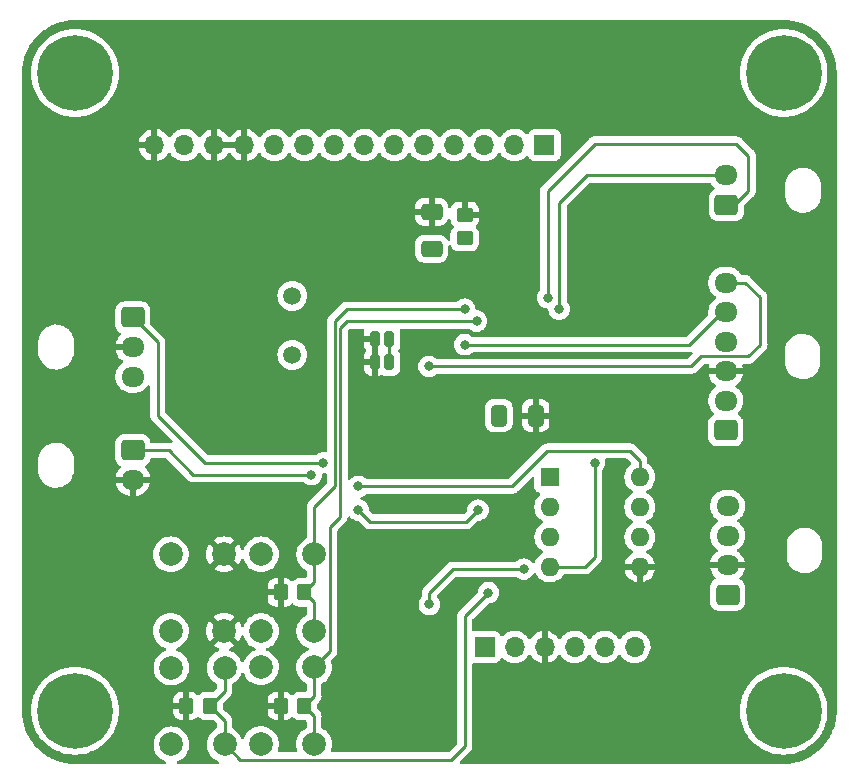
<source format=gbl>
G04 #@! TF.GenerationSoftware,KiCad,Pcbnew,(6.0.8-1)-1*
G04 #@! TF.CreationDate,2023-04-27T22:08:01+09:00*
G04 #@! TF.ProjectId,ikako_f303,696b616b-6f5f-4663-9330-332e6b696361,rev?*
G04 #@! TF.SameCoordinates,Original*
G04 #@! TF.FileFunction,Copper,L2,Bot*
G04 #@! TF.FilePolarity,Positive*
%FSLAX46Y46*%
G04 Gerber Fmt 4.6, Leading zero omitted, Abs format (unit mm)*
G04 Created by KiCad (PCBNEW (6.0.8-1)-1) date 2023-04-27 22:08:01*
%MOMM*%
%LPD*%
G01*
G04 APERTURE LIST*
G04 Aperture macros list*
%AMRoundRect*
0 Rectangle with rounded corners*
0 $1 Rounding radius*
0 $2 $3 $4 $5 $6 $7 $8 $9 X,Y pos of 4 corners*
0 Add a 4 corners polygon primitive as box body*
4,1,4,$2,$3,$4,$5,$6,$7,$8,$9,$2,$3,0*
0 Add four circle primitives for the rounded corners*
1,1,$1+$1,$2,$3*
1,1,$1+$1,$4,$5*
1,1,$1+$1,$6,$7*
1,1,$1+$1,$8,$9*
0 Add four rect primitives between the rounded corners*
20,1,$1+$1,$2,$3,$4,$5,0*
20,1,$1+$1,$4,$5,$6,$7,0*
20,1,$1+$1,$6,$7,$8,$9,0*
20,1,$1+$1,$8,$9,$2,$3,0*%
G04 Aperture macros list end*
G04 #@! TA.AperFunction,ComponentPad*
%ADD10C,1.500000*%
G04 #@! TD*
G04 #@! TA.AperFunction,ComponentPad*
%ADD11C,2.000000*%
G04 #@! TD*
G04 #@! TA.AperFunction,ComponentPad*
%ADD12C,0.800000*%
G04 #@! TD*
G04 #@! TA.AperFunction,ComponentPad*
%ADD13C,6.400000*%
G04 #@! TD*
G04 #@! TA.AperFunction,ComponentPad*
%ADD14R,1.700000X1.700000*%
G04 #@! TD*
G04 #@! TA.AperFunction,ComponentPad*
%ADD15O,1.700000X1.700000*%
G04 #@! TD*
G04 #@! TA.AperFunction,ComponentPad*
%ADD16R,1.600000X1.600000*%
G04 #@! TD*
G04 #@! TA.AperFunction,ComponentPad*
%ADD17O,1.600000X1.600000*%
G04 #@! TD*
G04 #@! TA.AperFunction,ComponentPad*
%ADD18RoundRect,0.250000X0.725000X-0.600000X0.725000X0.600000X-0.725000X0.600000X-0.725000X-0.600000X0*%
G04 #@! TD*
G04 #@! TA.AperFunction,ComponentPad*
%ADD19O,1.950000X1.700000*%
G04 #@! TD*
G04 #@! TA.AperFunction,ComponentPad*
%ADD20RoundRect,0.250000X-0.725000X0.600000X-0.725000X-0.600000X0.725000X-0.600000X0.725000X0.600000X0*%
G04 #@! TD*
G04 #@! TA.AperFunction,SMDPad,CuDef*
%ADD21RoundRect,0.250000X0.350000X0.450000X-0.350000X0.450000X-0.350000X-0.450000X0.350000X-0.450000X0*%
G04 #@! TD*
G04 #@! TA.AperFunction,SMDPad,CuDef*
%ADD22RoundRect,0.208750X0.208750X0.431250X-0.208750X0.431250X-0.208750X-0.431250X0.208750X-0.431250X0*%
G04 #@! TD*
G04 #@! TA.AperFunction,SMDPad,CuDef*
%ADD23RoundRect,0.250000X0.450000X-0.350000X0.450000X0.350000X-0.450000X0.350000X-0.450000X-0.350000X0*%
G04 #@! TD*
G04 #@! TA.AperFunction,SMDPad,CuDef*
%ADD24RoundRect,0.250000X-0.412500X-0.650000X0.412500X-0.650000X0.412500X0.650000X-0.412500X0.650000X0*%
G04 #@! TD*
G04 #@! TA.AperFunction,SMDPad,CuDef*
%ADD25RoundRect,0.250000X0.650000X-0.412500X0.650000X0.412500X-0.650000X0.412500X-0.650000X-0.412500X0*%
G04 #@! TD*
G04 #@! TA.AperFunction,ViaPad*
%ADD26C,0.800000*%
G04 #@! TD*
G04 #@! TA.AperFunction,Conductor*
%ADD27C,0.250000*%
G04 #@! TD*
G04 APERTURE END LIST*
D10*
X138395000Y-75865000D03*
X138395000Y-70865000D03*
D11*
X135750000Y-99250000D03*
X135750000Y-92750000D03*
X140250000Y-92750000D03*
X140250000Y-99250000D03*
D12*
X120000000Y-108400000D03*
X121697056Y-104302944D03*
D13*
X120000000Y-106000000D03*
D12*
X117600000Y-106000000D03*
X118302944Y-107697056D03*
X121697056Y-107697056D03*
X120000000Y-103600000D03*
X118302944Y-104302944D03*
X122400000Y-106000000D03*
D11*
X128162325Y-108839916D03*
X128162325Y-102339916D03*
X132662325Y-102339916D03*
X132662325Y-108839916D03*
D14*
X154675000Y-100600000D03*
D15*
X157215000Y-100600000D03*
X159755000Y-100600000D03*
X162295000Y-100600000D03*
X164835000Y-100600000D03*
X167375000Y-100600000D03*
D16*
X160200000Y-86200000D03*
D17*
X160200000Y-88740000D03*
X160200000Y-91280000D03*
X160200000Y-93820000D03*
X167820000Y-93820000D03*
X167820000Y-91280000D03*
X167820000Y-88740000D03*
X167820000Y-86200000D03*
D12*
X178302944Y-53697056D03*
X178302944Y-50302944D03*
X177600000Y-52000000D03*
X181697056Y-53697056D03*
X181697056Y-50302944D03*
D13*
X180000000Y-52000000D03*
D12*
X180000000Y-54400000D03*
X180000000Y-49600000D03*
X182400000Y-52000000D03*
D18*
X175153666Y-63164460D03*
D19*
X175153666Y-60664460D03*
D14*
X159749606Y-58097860D03*
D15*
X157209606Y-58097860D03*
X154669606Y-58097860D03*
X152129606Y-58097860D03*
X149589606Y-58097860D03*
X147049606Y-58097860D03*
X144509606Y-58097860D03*
X141969606Y-58097860D03*
X139429606Y-58097860D03*
X136889606Y-58097860D03*
X134349606Y-58097860D03*
X131809606Y-58097860D03*
X129269606Y-58097860D03*
X126729606Y-58097860D03*
D18*
X175256007Y-96161992D03*
D19*
X175256007Y-93661992D03*
X175256007Y-91161992D03*
X175256007Y-88661992D03*
D11*
X135737878Y-102313241D03*
X135737878Y-108813241D03*
X140237878Y-102313241D03*
X140237878Y-108813241D03*
D12*
X180000000Y-108400000D03*
X181697056Y-107697056D03*
X182400000Y-106000000D03*
X180000000Y-103600000D03*
X181697056Y-104302944D03*
X177600000Y-106000000D03*
X178302944Y-107697056D03*
X178302944Y-104302944D03*
D13*
X180000000Y-106000000D03*
D20*
X124900000Y-72700000D03*
D19*
X124900000Y-75200000D03*
X124900000Y-77700000D03*
D12*
X118302944Y-50302944D03*
X118302944Y-53697056D03*
X122400000Y-52000000D03*
D13*
X120000000Y-52000000D03*
D12*
X120000000Y-49600000D03*
X117600000Y-52000000D03*
X121697056Y-50302944D03*
X120000000Y-54400000D03*
X121697056Y-53697056D03*
D18*
X175100000Y-82250000D03*
D19*
X175100000Y-79750000D03*
X175100000Y-77250000D03*
X175100000Y-74750000D03*
X175100000Y-72250000D03*
X175100000Y-69750000D03*
D11*
X128117548Y-99242906D03*
X128117548Y-92742906D03*
X132617548Y-99242906D03*
X132617548Y-92742906D03*
D20*
X124900000Y-83950000D03*
D19*
X124900000Y-86450000D03*
D21*
X139412325Y-105589916D03*
X137412325Y-105589916D03*
D22*
X146627500Y-74510000D03*
X145372500Y-74510000D03*
D23*
X153000000Y-66000000D03*
X153000000Y-64000000D03*
D24*
X155875000Y-81000000D03*
X159000000Y-81000000D03*
D22*
X146627500Y-76510000D03*
X145372500Y-76510000D03*
D21*
X131412325Y-105589916D03*
X129412325Y-105589916D03*
D25*
X150192809Y-66876407D03*
X150192809Y-63751407D03*
D21*
X139412325Y-95972112D03*
X137412325Y-95972112D03*
D26*
X146627500Y-74510000D03*
X172000000Y-106000000D03*
X124000000Y-97000000D03*
X182000000Y-69000000D03*
X166000000Y-90000000D03*
X132000000Y-78000000D03*
X148000000Y-85000000D03*
X167000000Y-80000000D03*
X171000000Y-94000000D03*
X124000000Y-92000000D03*
X118000000Y-97000000D03*
X166000000Y-88000000D03*
X157000000Y-107000000D03*
X159000000Y-81000000D03*
X118000000Y-92000000D03*
X170000000Y-82000000D03*
X163000000Y-107000000D03*
X182000000Y-84000000D03*
X169000000Y-71000000D03*
X132000000Y-68000000D03*
X164000000Y-71000000D03*
X171000000Y-97000000D03*
X182000000Y-97000000D03*
X148000000Y-82000000D03*
X119000000Y-81000000D03*
X119000000Y-71000000D03*
X153000000Y-75000000D03*
X155875000Y-81000000D03*
X150192809Y-66876407D03*
X154124500Y-89000000D03*
X140000000Y-86000000D03*
X144000000Y-89000000D03*
X149977110Y-76832143D03*
X141000000Y-85000000D03*
X144000000Y-87000000D03*
X161000000Y-72000000D03*
X160012299Y-71012299D03*
X155000000Y-96000000D03*
X154000000Y-73000000D03*
X153000000Y-66000000D03*
X153000000Y-72000000D03*
X150000000Y-97000000D03*
X158000000Y-94000000D03*
X163987701Y-84987701D03*
D27*
X146627500Y-74510000D02*
X146627500Y-76510000D01*
X174750000Y-72250000D02*
X175100000Y-72250000D01*
X172000000Y-75000000D02*
X174750000Y-72250000D01*
X153000000Y-75000000D02*
X172000000Y-75000000D01*
X145000000Y-90000000D02*
X144000000Y-89000000D01*
X151000000Y-90000000D02*
X145000000Y-90000000D01*
X153124500Y-90000000D02*
X151000000Y-90000000D01*
X127950000Y-83950000D02*
X124900000Y-83950000D01*
X130000000Y-86000000D02*
X127950000Y-83950000D01*
X154124500Y-89000000D02*
X153124500Y-90000000D01*
X140000000Y-86000000D02*
X130000000Y-86000000D01*
X177000000Y-76000000D02*
X178000000Y-75000000D01*
X173000000Y-76000000D02*
X177000000Y-76000000D01*
X149977110Y-76832143D02*
X172167857Y-76832143D01*
X178000000Y-75000000D02*
X178000000Y-71000000D01*
X176750000Y-69750000D02*
X175100000Y-69750000D01*
X172167857Y-76832143D02*
X173000000Y-76000000D01*
X178000000Y-71000000D02*
X176750000Y-69750000D01*
X167820000Y-84820000D02*
X167820000Y-86200000D01*
X124900000Y-72700000D02*
X127000000Y-74800000D01*
X127000000Y-81000000D02*
X131000000Y-85000000D01*
X160000000Y-84000000D02*
X167000000Y-84000000D01*
X127000000Y-74800000D02*
X127000000Y-77000000D01*
X127000000Y-77000000D02*
X127000000Y-81000000D01*
X167000000Y-84000000D02*
X167820000Y-84820000D01*
X144000000Y-87000000D02*
X157000000Y-87000000D01*
X131000000Y-85000000D02*
X141000000Y-85000000D01*
X157000000Y-87000000D02*
X160000000Y-84000000D01*
X161000000Y-63000000D02*
X163335540Y-60664460D01*
X163335540Y-60664460D02*
X175153666Y-60664460D01*
X161000000Y-72000000D02*
X161000000Y-63000000D01*
X176000000Y-58000000D02*
X177000000Y-59000000D01*
X160012299Y-71012299D02*
X160000000Y-71000000D01*
X177000000Y-62000000D02*
X175835540Y-63164460D01*
X160012299Y-71012299D02*
X160012299Y-61987701D01*
X175835540Y-63164460D02*
X175153666Y-63164460D01*
X160012299Y-61987701D02*
X164000000Y-58000000D01*
X164000000Y-58000000D02*
X176000000Y-58000000D01*
X177000000Y-59000000D02*
X177000000Y-62000000D01*
X153000000Y-109000000D02*
X151861759Y-110138241D01*
X133960650Y-110138241D02*
X132662325Y-108839916D01*
X155000000Y-96000000D02*
X153000000Y-98000000D01*
X151861759Y-110138241D02*
X133960650Y-110138241D01*
X132662325Y-102339916D02*
X132662325Y-104339916D01*
X132662325Y-106839916D02*
X132662325Y-108839916D01*
X131412325Y-105589916D02*
X132662325Y-106839916D01*
X132662325Y-104339916D02*
X131412325Y-105589916D01*
X153000000Y-98000000D02*
X153000000Y-109000000D01*
X143000000Y-73000000D02*
X142450000Y-73550000D01*
X142450000Y-89550000D02*
X141575000Y-90425000D01*
X140237878Y-102313241D02*
X140237878Y-104764363D01*
X142450000Y-73550000D02*
X142450000Y-89550000D01*
X154000000Y-73000000D02*
X143000000Y-73000000D01*
X140237878Y-104764363D02*
X139412325Y-105589916D01*
X140237878Y-106415469D02*
X140237878Y-108813241D01*
X139412325Y-105589916D02*
X140237878Y-106415469D01*
X141575000Y-90425000D02*
X141575000Y-100976119D01*
X141575000Y-100976119D02*
X140237878Y-102313241D01*
X140250000Y-96809787D02*
X140250000Y-99250000D01*
X140250000Y-92750000D02*
X140250000Y-95134437D01*
X140250000Y-88750000D02*
X140250000Y-92750000D01*
X140250000Y-95134437D02*
X139412325Y-95972112D01*
X142000000Y-73000000D02*
X142000000Y-87000000D01*
X153000000Y-72000000D02*
X143000000Y-72000000D01*
X142000000Y-87000000D02*
X140250000Y-88750000D01*
X143000000Y-72000000D02*
X142000000Y-73000000D01*
X139412325Y-95972112D02*
X140250000Y-96809787D01*
X155000000Y-94000000D02*
X152000000Y-94000000D01*
X158000000Y-94000000D02*
X155000000Y-94000000D01*
X150000000Y-96000000D02*
X150000000Y-97000000D01*
X152000000Y-94000000D02*
X150000000Y-96000000D01*
X163987701Y-84987701D02*
X163987701Y-92987701D01*
X163987701Y-92987701D02*
X164000000Y-93000000D01*
X164000000Y-93000000D02*
X163180000Y-93820000D01*
X163180000Y-93820000D02*
X160200000Y-93820000D01*
G04 #@! TA.AperFunction,Conductor*
G36*
X179970018Y-47510000D02*
G01*
X179984851Y-47512310D01*
X179984855Y-47512310D01*
X179993724Y-47513691D01*
X180014183Y-47511016D01*
X180036007Y-47510072D01*
X180385965Y-47525352D01*
X180396913Y-47526310D01*
X180774498Y-47576019D01*
X180785307Y-47577926D01*
X181157114Y-47660353D01*
X181167731Y-47663198D01*
X181530939Y-47777718D01*
X181541254Y-47781471D01*
X181893123Y-47927220D01*
X181903067Y-47931858D01*
X182240867Y-48107705D01*
X182250387Y-48113201D01*
X182571574Y-48317820D01*
X182580578Y-48324124D01*
X182882716Y-48555962D01*
X182891137Y-48563028D01*
X183171914Y-48820314D01*
X183179686Y-48828086D01*
X183436972Y-49108863D01*
X183444038Y-49117284D01*
X183675876Y-49419422D01*
X183682180Y-49428426D01*
X183886799Y-49749613D01*
X183892295Y-49759133D01*
X184068138Y-50096924D01*
X184072780Y-50106877D01*
X184218526Y-50458739D01*
X184222282Y-50469061D01*
X184278257Y-50646587D01*
X184336802Y-50832268D01*
X184339647Y-50842886D01*
X184422073Y-51214685D01*
X184423981Y-51225502D01*
X184424726Y-51231162D01*
X184473690Y-51603086D01*
X184474648Y-51614036D01*
X184489603Y-51956552D01*
X184488223Y-51981429D01*
X184486309Y-51993724D01*
X184487473Y-52002626D01*
X184487473Y-52002628D01*
X184490436Y-52025283D01*
X184491500Y-52041621D01*
X184491500Y-105950633D01*
X184490000Y-105970018D01*
X184487690Y-105984851D01*
X184487690Y-105984855D01*
X184486309Y-105993724D01*
X184488984Y-106014183D01*
X184489928Y-106036007D01*
X184478053Y-106307969D01*
X184474648Y-106385964D01*
X184473690Y-106396913D01*
X184424297Y-106772099D01*
X184423982Y-106774490D01*
X184422074Y-106785307D01*
X184396646Y-106900007D01*
X184339647Y-107157114D01*
X184336802Y-107167731D01*
X184229715Y-107507368D01*
X184222285Y-107530932D01*
X184218529Y-107541254D01*
X184115439Y-107790136D01*
X184072784Y-107893114D01*
X184068142Y-107903067D01*
X184041257Y-107954714D01*
X183892295Y-108240867D01*
X183886799Y-108250387D01*
X183682180Y-108571574D01*
X183675876Y-108580578D01*
X183444038Y-108882716D01*
X183436972Y-108891137D01*
X183179686Y-109171914D01*
X183171914Y-109179686D01*
X182891137Y-109436972D01*
X182882716Y-109444038D01*
X182580578Y-109675876D01*
X182571574Y-109682180D01*
X182250387Y-109886799D01*
X182240868Y-109892294D01*
X181903067Y-110068142D01*
X181893123Y-110072780D01*
X181541254Y-110218529D01*
X181530939Y-110222282D01*
X181175188Y-110334451D01*
X181167732Y-110336802D01*
X181157115Y-110339647D01*
X180785307Y-110422074D01*
X180774498Y-110423981D01*
X180413564Y-110471498D01*
X180396914Y-110473690D01*
X180385965Y-110474648D01*
X180043446Y-110489603D01*
X180018571Y-110488223D01*
X180006276Y-110486309D01*
X179997374Y-110487473D01*
X179997372Y-110487473D01*
X179982323Y-110489441D01*
X179974714Y-110490436D01*
X179958379Y-110491500D01*
X152708594Y-110491500D01*
X152640473Y-110471498D01*
X152593980Y-110417842D01*
X152583876Y-110347568D01*
X152613370Y-110282988D01*
X152619483Y-110276422D01*
X153392264Y-109503641D01*
X153400538Y-109496112D01*
X153407018Y-109492000D01*
X153413837Y-109484739D01*
X153453643Y-109442349D01*
X153456398Y-109439507D01*
X153476135Y-109419770D01*
X153478615Y-109416573D01*
X153486320Y-109407551D01*
X153500424Y-109392532D01*
X153516586Y-109375321D01*
X153520405Y-109368375D01*
X153520407Y-109368372D01*
X153526348Y-109357566D01*
X153537199Y-109341047D01*
X153544758Y-109331301D01*
X153549614Y-109325041D01*
X153552759Y-109317772D01*
X153552762Y-109317768D01*
X153567174Y-109284463D01*
X153572391Y-109273813D01*
X153593695Y-109235060D01*
X153598733Y-109215437D01*
X153605137Y-109196734D01*
X153610033Y-109185420D01*
X153610033Y-109185419D01*
X153613181Y-109178145D01*
X153614420Y-109170322D01*
X153614423Y-109170312D01*
X153620099Y-109134476D01*
X153622505Y-109122856D01*
X153631528Y-109087711D01*
X153631528Y-109087710D01*
X153633500Y-109080030D01*
X153633500Y-109059776D01*
X153635051Y-109040065D01*
X153636980Y-109027886D01*
X153638220Y-109020057D01*
X153634059Y-108976038D01*
X153633500Y-108964181D01*
X153633500Y-106000000D01*
X176286411Y-106000000D01*
X176306754Y-106388176D01*
X176307267Y-106391416D01*
X176307268Y-106391424D01*
X176332563Y-106551129D01*
X176367562Y-106772099D01*
X176468167Y-107147562D01*
X176469352Y-107150650D01*
X176469353Y-107150652D01*
X176522634Y-107289453D01*
X176607468Y-107510453D01*
X176608966Y-107513393D01*
X176738053Y-107766739D01*
X176783938Y-107856794D01*
X176785734Y-107859560D01*
X176785736Y-107859563D01*
X176956201Y-108122058D01*
X176995643Y-108182793D01*
X177240266Y-108484876D01*
X177515124Y-108759734D01*
X177517682Y-108761806D01*
X177517686Y-108761809D01*
X177575111Y-108808311D01*
X177817207Y-109004357D01*
X177819970Y-109006152D01*
X177819971Y-109006152D01*
X178087191Y-109179686D01*
X178143205Y-109216062D01*
X178146139Y-109217557D01*
X178146146Y-109217561D01*
X178342814Y-109317768D01*
X178489547Y-109392532D01*
X178619325Y-109442349D01*
X178827617Y-109522305D01*
X178852438Y-109531833D01*
X179227901Y-109632438D01*
X179431793Y-109664732D01*
X179608576Y-109692732D01*
X179608584Y-109692733D01*
X179611824Y-109693246D01*
X180000000Y-109713589D01*
X180388176Y-109693246D01*
X180391416Y-109692733D01*
X180391424Y-109692732D01*
X180568207Y-109664732D01*
X180772099Y-109632438D01*
X181147562Y-109531833D01*
X181172384Y-109522305D01*
X181380675Y-109442349D01*
X181510453Y-109392532D01*
X181657186Y-109317768D01*
X181853854Y-109217561D01*
X181853861Y-109217557D01*
X181856795Y-109216062D01*
X181912810Y-109179686D01*
X182180029Y-109006152D01*
X182180030Y-109006152D01*
X182182793Y-109004357D01*
X182424889Y-108808311D01*
X182482314Y-108761809D01*
X182482318Y-108761806D01*
X182484876Y-108759734D01*
X182759734Y-108484876D01*
X183004357Y-108182793D01*
X183043799Y-108122058D01*
X183214264Y-107859563D01*
X183214266Y-107859560D01*
X183216062Y-107856794D01*
X183261948Y-107766739D01*
X183391034Y-107513393D01*
X183392532Y-107510453D01*
X183477366Y-107289453D01*
X183530647Y-107150652D01*
X183530648Y-107150650D01*
X183531833Y-107147562D01*
X183632438Y-106772099D01*
X183667437Y-106551129D01*
X183692732Y-106391424D01*
X183692733Y-106391416D01*
X183693246Y-106388176D01*
X183713589Y-106000000D01*
X183693246Y-105611824D01*
X183632438Y-105227901D01*
X183531833Y-104852438D01*
X183525362Y-104835579D01*
X183440197Y-104613718D01*
X183392532Y-104489547D01*
X183371549Y-104448366D01*
X183217561Y-104146147D01*
X183217557Y-104146140D01*
X183216062Y-104143206D01*
X183004357Y-103817207D01*
X182874926Y-103657374D01*
X182761809Y-103517686D01*
X182761806Y-103517682D01*
X182759734Y-103515124D01*
X182484876Y-103240266D01*
X182182793Y-102995643D01*
X181856795Y-102783938D01*
X181853861Y-102782443D01*
X181853854Y-102782439D01*
X181513393Y-102608966D01*
X181510453Y-102607468D01*
X181147562Y-102468167D01*
X180772099Y-102367562D01*
X180566424Y-102334986D01*
X180391424Y-102307268D01*
X180391416Y-102307267D01*
X180388176Y-102306754D01*
X180000000Y-102286411D01*
X179611824Y-102306754D01*
X179608584Y-102307267D01*
X179608576Y-102307268D01*
X179433576Y-102334986D01*
X179227901Y-102367562D01*
X178852438Y-102468167D01*
X178489547Y-102607468D01*
X178486607Y-102608966D01*
X178146147Y-102782439D01*
X178146140Y-102782443D01*
X178143206Y-102783938D01*
X177817207Y-102995643D01*
X177515124Y-103240266D01*
X177240266Y-103515124D01*
X177238194Y-103517682D01*
X177238191Y-103517686D01*
X177125074Y-103657374D01*
X176995643Y-103817207D01*
X176783938Y-104143206D01*
X176782443Y-104146140D01*
X176782439Y-104146147D01*
X176628451Y-104448366D01*
X176607468Y-104489547D01*
X176559803Y-104613718D01*
X176474639Y-104835579D01*
X176468167Y-104852438D01*
X176367562Y-105227901D01*
X176306754Y-105611824D01*
X176286411Y-106000000D01*
X153633500Y-106000000D01*
X153633500Y-102083355D01*
X153653502Y-102015234D01*
X153707158Y-101968741D01*
X153770037Y-101958586D01*
X153770072Y-101957947D01*
X153773007Y-101958106D01*
X153773100Y-101958091D01*
X153773467Y-101958131D01*
X153773471Y-101958131D01*
X153776866Y-101958500D01*
X155573134Y-101958500D01*
X155635316Y-101951745D01*
X155771705Y-101900615D01*
X155888261Y-101813261D01*
X155975615Y-101696705D01*
X155997799Y-101637529D01*
X156019598Y-101579382D01*
X156062240Y-101522618D01*
X156128802Y-101497918D01*
X156198150Y-101513126D01*
X156232817Y-101541114D01*
X156261250Y-101573938D01*
X156433126Y-101716632D01*
X156626000Y-101829338D01*
X156834692Y-101909030D01*
X156839760Y-101910061D01*
X156839763Y-101910062D01*
X156934862Y-101929410D01*
X157053597Y-101953567D01*
X157058772Y-101953757D01*
X157058774Y-101953757D01*
X157271673Y-101961564D01*
X157271677Y-101961564D01*
X157276837Y-101961753D01*
X157281957Y-101961097D01*
X157281959Y-101961097D01*
X157493288Y-101934025D01*
X157493289Y-101934025D01*
X157498416Y-101933368D01*
X157503366Y-101931883D01*
X157707429Y-101870661D01*
X157707434Y-101870659D01*
X157712384Y-101869174D01*
X157912994Y-101770896D01*
X158094860Y-101641173D01*
X158253096Y-101483489D01*
X158264141Y-101468119D01*
X158383453Y-101302077D01*
X158384640Y-101302930D01*
X158431960Y-101259362D01*
X158501897Y-101247145D01*
X158567338Y-101274678D01*
X158595166Y-101306511D01*
X158652694Y-101400388D01*
X158658777Y-101408699D01*
X158798213Y-101569667D01*
X158805580Y-101576883D01*
X158969434Y-101712916D01*
X158977881Y-101718831D01*
X159161756Y-101826279D01*
X159171042Y-101830729D01*
X159370001Y-101906703D01*
X159379899Y-101909579D01*
X159483250Y-101930606D01*
X159497299Y-101929410D01*
X159501000Y-101919065D01*
X159501000Y-101918517D01*
X160009000Y-101918517D01*
X160013064Y-101932359D01*
X160026478Y-101934393D01*
X160033184Y-101933534D01*
X160043262Y-101931392D01*
X160247255Y-101870191D01*
X160256842Y-101866433D01*
X160448095Y-101772739D01*
X160456945Y-101767464D01*
X160630328Y-101643792D01*
X160638200Y-101637139D01*
X160789052Y-101486812D01*
X160795730Y-101478965D01*
X160923022Y-101301819D01*
X160924279Y-101302722D01*
X160971373Y-101259362D01*
X161041311Y-101247145D01*
X161106751Y-101274678D01*
X161134579Y-101306511D01*
X161145910Y-101325002D01*
X161194987Y-101405088D01*
X161341250Y-101573938D01*
X161513126Y-101716632D01*
X161706000Y-101829338D01*
X161914692Y-101909030D01*
X161919760Y-101910061D01*
X161919763Y-101910062D01*
X162014862Y-101929410D01*
X162133597Y-101953567D01*
X162138772Y-101953757D01*
X162138774Y-101953757D01*
X162351673Y-101961564D01*
X162351677Y-101961564D01*
X162356837Y-101961753D01*
X162361957Y-101961097D01*
X162361959Y-101961097D01*
X162573288Y-101934025D01*
X162573289Y-101934025D01*
X162578416Y-101933368D01*
X162583366Y-101931883D01*
X162787429Y-101870661D01*
X162787434Y-101870659D01*
X162792384Y-101869174D01*
X162992994Y-101770896D01*
X163174860Y-101641173D01*
X163333096Y-101483489D01*
X163344141Y-101468119D01*
X163463453Y-101302077D01*
X163464776Y-101303028D01*
X163511645Y-101259857D01*
X163581580Y-101247625D01*
X163647026Y-101275144D01*
X163674875Y-101306994D01*
X163685910Y-101325002D01*
X163734987Y-101405088D01*
X163881250Y-101573938D01*
X164053126Y-101716632D01*
X164246000Y-101829338D01*
X164454692Y-101909030D01*
X164459760Y-101910061D01*
X164459763Y-101910062D01*
X164554862Y-101929410D01*
X164673597Y-101953567D01*
X164678772Y-101953757D01*
X164678774Y-101953757D01*
X164891673Y-101961564D01*
X164891677Y-101961564D01*
X164896837Y-101961753D01*
X164901957Y-101961097D01*
X164901959Y-101961097D01*
X165113288Y-101934025D01*
X165113289Y-101934025D01*
X165118416Y-101933368D01*
X165123366Y-101931883D01*
X165327429Y-101870661D01*
X165327434Y-101870659D01*
X165332384Y-101869174D01*
X165532994Y-101770896D01*
X165714860Y-101641173D01*
X165873096Y-101483489D01*
X165884141Y-101468119D01*
X166003453Y-101302077D01*
X166004776Y-101303028D01*
X166051645Y-101259857D01*
X166121580Y-101247625D01*
X166187026Y-101275144D01*
X166214875Y-101306994D01*
X166225910Y-101325002D01*
X166274987Y-101405088D01*
X166421250Y-101573938D01*
X166593126Y-101716632D01*
X166786000Y-101829338D01*
X166994692Y-101909030D01*
X166999760Y-101910061D01*
X166999763Y-101910062D01*
X167094862Y-101929410D01*
X167213597Y-101953567D01*
X167218772Y-101953757D01*
X167218774Y-101953757D01*
X167431673Y-101961564D01*
X167431677Y-101961564D01*
X167436837Y-101961753D01*
X167441957Y-101961097D01*
X167441959Y-101961097D01*
X167653288Y-101934025D01*
X167653289Y-101934025D01*
X167658416Y-101933368D01*
X167663366Y-101931883D01*
X167867429Y-101870661D01*
X167867434Y-101870659D01*
X167872384Y-101869174D01*
X168072994Y-101770896D01*
X168254860Y-101641173D01*
X168413096Y-101483489D01*
X168424141Y-101468119D01*
X168540435Y-101306277D01*
X168543453Y-101302077D01*
X168556995Y-101274678D01*
X168640136Y-101106453D01*
X168640137Y-101106451D01*
X168642430Y-101101811D01*
X168707370Y-100888069D01*
X168736529Y-100666590D01*
X168738156Y-100600000D01*
X168719852Y-100377361D01*
X168665431Y-100160702D01*
X168576354Y-99955840D01*
X168455014Y-99768277D01*
X168304670Y-99603051D01*
X168300619Y-99599852D01*
X168300615Y-99599848D01*
X168133414Y-99467800D01*
X168133410Y-99467798D01*
X168129359Y-99464598D01*
X168093028Y-99444542D01*
X168077135Y-99435769D01*
X167933789Y-99356638D01*
X167928920Y-99354914D01*
X167928916Y-99354912D01*
X167728087Y-99283795D01*
X167728083Y-99283794D01*
X167723212Y-99282069D01*
X167718119Y-99281162D01*
X167718116Y-99281161D01*
X167508373Y-99243800D01*
X167508367Y-99243799D01*
X167503284Y-99242894D01*
X167429452Y-99241992D01*
X167285081Y-99240228D01*
X167285079Y-99240228D01*
X167279911Y-99240165D01*
X167059091Y-99273955D01*
X166846756Y-99343357D01*
X166648607Y-99446507D01*
X166644474Y-99449610D01*
X166644471Y-99449612D01*
X166474100Y-99577530D01*
X166469965Y-99580635D01*
X166466393Y-99584373D01*
X166350610Y-99705533D01*
X166315629Y-99742138D01*
X166208201Y-99899621D01*
X166153293Y-99944621D01*
X166082768Y-99952792D01*
X166019021Y-99921538D01*
X165998324Y-99897054D01*
X165917822Y-99772617D01*
X165917820Y-99772614D01*
X165915014Y-99768277D01*
X165764670Y-99603051D01*
X165760619Y-99599852D01*
X165760615Y-99599848D01*
X165593414Y-99467800D01*
X165593410Y-99467798D01*
X165589359Y-99464598D01*
X165553028Y-99444542D01*
X165537135Y-99435769D01*
X165393789Y-99356638D01*
X165388920Y-99354914D01*
X165388916Y-99354912D01*
X165188087Y-99283795D01*
X165188083Y-99283794D01*
X165183212Y-99282069D01*
X165178119Y-99281162D01*
X165178116Y-99281161D01*
X164968373Y-99243800D01*
X164968367Y-99243799D01*
X164963284Y-99242894D01*
X164889452Y-99241992D01*
X164745081Y-99240228D01*
X164745079Y-99240228D01*
X164739911Y-99240165D01*
X164519091Y-99273955D01*
X164306756Y-99343357D01*
X164108607Y-99446507D01*
X164104474Y-99449610D01*
X164104471Y-99449612D01*
X163934100Y-99577530D01*
X163929965Y-99580635D01*
X163926393Y-99584373D01*
X163810610Y-99705533D01*
X163775629Y-99742138D01*
X163668201Y-99899621D01*
X163613293Y-99944621D01*
X163542768Y-99952792D01*
X163479021Y-99921538D01*
X163458324Y-99897054D01*
X163377822Y-99772617D01*
X163377820Y-99772614D01*
X163375014Y-99768277D01*
X163224670Y-99603051D01*
X163220619Y-99599852D01*
X163220615Y-99599848D01*
X163053414Y-99467800D01*
X163053410Y-99467798D01*
X163049359Y-99464598D01*
X163013028Y-99444542D01*
X162997135Y-99435769D01*
X162853789Y-99356638D01*
X162848920Y-99354914D01*
X162848916Y-99354912D01*
X162648087Y-99283795D01*
X162648083Y-99283794D01*
X162643212Y-99282069D01*
X162638119Y-99281162D01*
X162638116Y-99281161D01*
X162428373Y-99243800D01*
X162428367Y-99243799D01*
X162423284Y-99242894D01*
X162349452Y-99241992D01*
X162205081Y-99240228D01*
X162205079Y-99240228D01*
X162199911Y-99240165D01*
X161979091Y-99273955D01*
X161766756Y-99343357D01*
X161568607Y-99446507D01*
X161564474Y-99449610D01*
X161564471Y-99449612D01*
X161394100Y-99577530D01*
X161389965Y-99580635D01*
X161386393Y-99584373D01*
X161270610Y-99705533D01*
X161235629Y-99742138D01*
X161128204Y-99899618D01*
X161127898Y-99900066D01*
X161072987Y-99945069D01*
X161002462Y-99953240D01*
X160938715Y-99921986D01*
X160918018Y-99897502D01*
X160837426Y-99772926D01*
X160831136Y-99764757D01*
X160687806Y-99607240D01*
X160680273Y-99600215D01*
X160513139Y-99468222D01*
X160504552Y-99462517D01*
X160318117Y-99359599D01*
X160308705Y-99355369D01*
X160107959Y-99284280D01*
X160097988Y-99281646D01*
X160026837Y-99268972D01*
X160013540Y-99270432D01*
X160009000Y-99284989D01*
X160009000Y-101918517D01*
X159501000Y-101918517D01*
X159501000Y-99283102D01*
X159497082Y-99269758D01*
X159482806Y-99267771D01*
X159444324Y-99273660D01*
X159434288Y-99276051D01*
X159231868Y-99342212D01*
X159222359Y-99346209D01*
X159033463Y-99444542D01*
X159024738Y-99450036D01*
X158854433Y-99577905D01*
X158846726Y-99584748D01*
X158699590Y-99738717D01*
X158693109Y-99746722D01*
X158588498Y-99900074D01*
X158533587Y-99945076D01*
X158463062Y-99953247D01*
X158399315Y-99921993D01*
X158378618Y-99897509D01*
X158297822Y-99772617D01*
X158297820Y-99772614D01*
X158295014Y-99768277D01*
X158144670Y-99603051D01*
X158140619Y-99599852D01*
X158140615Y-99599848D01*
X157973414Y-99467800D01*
X157973410Y-99467798D01*
X157969359Y-99464598D01*
X157933028Y-99444542D01*
X157917135Y-99435769D01*
X157773789Y-99356638D01*
X157768920Y-99354914D01*
X157768916Y-99354912D01*
X157568087Y-99283795D01*
X157568083Y-99283794D01*
X157563212Y-99282069D01*
X157558119Y-99281162D01*
X157558116Y-99281161D01*
X157348373Y-99243800D01*
X157348367Y-99243799D01*
X157343284Y-99242894D01*
X157269452Y-99241992D01*
X157125081Y-99240228D01*
X157125079Y-99240228D01*
X157119911Y-99240165D01*
X156899091Y-99273955D01*
X156686756Y-99343357D01*
X156488607Y-99446507D01*
X156484474Y-99449610D01*
X156484471Y-99449612D01*
X156314100Y-99577530D01*
X156309965Y-99580635D01*
X156253537Y-99639684D01*
X156229283Y-99665064D01*
X156167759Y-99700494D01*
X156096846Y-99697037D01*
X156039060Y-99655791D01*
X156020207Y-99622243D01*
X155978767Y-99511703D01*
X155975615Y-99503295D01*
X155888261Y-99386739D01*
X155771705Y-99299385D01*
X155635316Y-99248255D01*
X155573134Y-99241500D01*
X153776866Y-99241500D01*
X153773471Y-99241869D01*
X153773467Y-99241869D01*
X153773100Y-99241909D01*
X153773014Y-99241894D01*
X153770072Y-99242053D01*
X153770034Y-99241359D01*
X153703218Y-99229376D01*
X153651205Y-99181052D01*
X153633500Y-99116645D01*
X153633500Y-98314594D01*
X153653502Y-98246473D01*
X153670405Y-98225499D01*
X154950500Y-96945405D01*
X155012812Y-96911379D01*
X155039595Y-96908500D01*
X155095487Y-96908500D01*
X155101939Y-96907128D01*
X155101944Y-96907128D01*
X155188888Y-96888647D01*
X155282288Y-96868794D01*
X155408970Y-96812392D01*
X173772507Y-96812392D01*
X173772844Y-96815638D01*
X173772844Y-96815642D01*
X173782479Y-96908500D01*
X173783481Y-96918158D01*
X173785662Y-96924694D01*
X173785662Y-96924696D01*
X173817931Y-97021417D01*
X173839457Y-97085938D01*
X173932529Y-97236340D01*
X174057704Y-97361297D01*
X174063934Y-97365137D01*
X174063935Y-97365138D01*
X174201097Y-97449686D01*
X174208269Y-97454107D01*
X174288012Y-97480556D01*
X174369618Y-97507624D01*
X174369620Y-97507624D01*
X174376146Y-97509789D01*
X174382982Y-97510489D01*
X174382985Y-97510490D01*
X174426038Y-97514901D01*
X174480607Y-97520492D01*
X176031407Y-97520492D01*
X176034653Y-97520155D01*
X176034657Y-97520155D01*
X176130315Y-97510230D01*
X176130319Y-97510229D01*
X176137173Y-97509518D01*
X176143709Y-97507337D01*
X176143711Y-97507337D01*
X176275813Y-97463264D01*
X176304953Y-97453542D01*
X176455355Y-97360470D01*
X176580312Y-97235295D01*
X176614019Y-97180612D01*
X176669282Y-97090960D01*
X176669283Y-97090958D01*
X176673122Y-97084730D01*
X176728804Y-96916853D01*
X176729801Y-96907128D01*
X176739179Y-96815590D01*
X176739507Y-96812392D01*
X176739507Y-95511592D01*
X176739170Y-95508342D01*
X176729245Y-95412684D01*
X176729244Y-95412680D01*
X176728533Y-95405826D01*
X176715664Y-95367251D01*
X176674875Y-95244994D01*
X176672557Y-95238046D01*
X176579485Y-95087644D01*
X176454310Y-94962687D01*
X176445933Y-94957523D01*
X176384702Y-94919780D01*
X176308227Y-94872639D01*
X176260734Y-94819868D01*
X176249310Y-94749796D01*
X176277584Y-94684672D01*
X176287371Y-94674210D01*
X176397913Y-94568758D01*
X176404948Y-94560806D01*
X176536148Y-94384467D01*
X176541752Y-94375430D01*
X176641364Y-94179508D01*
X176645364Y-94169657D01*
X176710541Y-93959752D01*
X176712824Y-93949368D01*
X176714868Y-93933949D01*
X176712672Y-93919785D01*
X176699485Y-93915992D01*
X173814815Y-93915992D01*
X173801284Y-93919965D01*
X173799759Y-93930572D01*
X173824484Y-94048413D01*
X173827544Y-94058609D01*
X173908270Y-94263021D01*
X173913001Y-94272553D01*
X174027023Y-94460454D01*
X174033287Y-94469044D01*
X174177334Y-94635044D01*
X174184963Y-94642462D01*
X174216576Y-94668383D01*
X174256571Y-94727043D01*
X174258503Y-94798013D01*
X174221759Y-94858762D01*
X174202990Y-94872961D01*
X174056659Y-94963514D01*
X173931702Y-95088689D01*
X173927862Y-95094919D01*
X173927861Y-95094920D01*
X173857614Y-95208882D01*
X173838892Y-95239254D01*
X173836588Y-95246201D01*
X173795693Y-95369497D01*
X173783210Y-95407131D01*
X173772507Y-95511592D01*
X173772507Y-96812392D01*
X155408970Y-96812392D01*
X155450722Y-96793803D01*
X155450724Y-96793802D01*
X155456752Y-96791118D01*
X155611253Y-96678866D01*
X155739040Y-96536944D01*
X155822833Y-96391811D01*
X155831223Y-96377279D01*
X155831224Y-96377278D01*
X155834527Y-96371556D01*
X155893542Y-96189928D01*
X155913504Y-96000000D01*
X155904285Y-95912289D01*
X155894232Y-95816635D01*
X155894232Y-95816633D01*
X155893542Y-95810072D01*
X155834527Y-95628444D01*
X155803869Y-95575342D01*
X155764988Y-95508000D01*
X155739040Y-95463056D01*
X155611253Y-95321134D01*
X155496893Y-95238046D01*
X155462094Y-95212763D01*
X155462093Y-95212762D01*
X155456752Y-95208882D01*
X155450724Y-95206198D01*
X155450722Y-95206197D01*
X155288319Y-95133891D01*
X155288318Y-95133891D01*
X155282288Y-95131206D01*
X155188888Y-95111353D01*
X155101944Y-95092872D01*
X155101939Y-95092872D01*
X155095487Y-95091500D01*
X154904513Y-95091500D01*
X154898061Y-95092872D01*
X154898056Y-95092872D01*
X154811112Y-95111353D01*
X154717712Y-95131206D01*
X154711682Y-95133891D01*
X154711681Y-95133891D01*
X154549278Y-95206197D01*
X154549276Y-95206198D01*
X154543248Y-95208882D01*
X154537907Y-95212762D01*
X154537906Y-95212763D01*
X154503107Y-95238046D01*
X154388747Y-95321134D01*
X154260960Y-95463056D01*
X154235012Y-95508000D01*
X154196132Y-95575342D01*
X154165473Y-95628444D01*
X154106458Y-95810072D01*
X154105768Y-95816633D01*
X154105768Y-95816635D01*
X154089093Y-95975293D01*
X154062080Y-96040950D01*
X154052878Y-96051218D01*
X153316858Y-96787237D01*
X152607747Y-97496348D01*
X152599461Y-97503888D01*
X152592982Y-97508000D01*
X152587557Y-97513777D01*
X152546357Y-97557651D01*
X152543602Y-97560493D01*
X152523865Y-97580230D01*
X152521385Y-97583427D01*
X152513682Y-97592447D01*
X152483414Y-97624679D01*
X152479595Y-97631625D01*
X152479593Y-97631628D01*
X152473652Y-97642434D01*
X152462801Y-97658953D01*
X152450386Y-97674959D01*
X152447241Y-97682228D01*
X152447238Y-97682232D01*
X152432826Y-97715537D01*
X152427609Y-97726187D01*
X152406305Y-97764940D01*
X152404334Y-97772615D01*
X152404334Y-97772616D01*
X152401267Y-97784562D01*
X152394863Y-97803266D01*
X152392062Y-97809740D01*
X152386819Y-97821855D01*
X152385580Y-97829678D01*
X152385577Y-97829688D01*
X152379901Y-97865524D01*
X152377495Y-97877144D01*
X152370121Y-97905867D01*
X152366500Y-97919970D01*
X152366500Y-97940224D01*
X152364949Y-97959934D01*
X152361780Y-97979943D01*
X152365447Y-98018730D01*
X152365941Y-98023961D01*
X152366500Y-98035819D01*
X152366500Y-108685405D01*
X152346498Y-108753526D01*
X152329595Y-108774501D01*
X151636258Y-109467837D01*
X151573946Y-109501862D01*
X151547163Y-109504741D01*
X141772811Y-109504741D01*
X141704690Y-109484739D01*
X141658197Y-109431083D01*
X141648093Y-109360809D01*
X141656402Y-109330524D01*
X141675087Y-109285413D01*
X141675088Y-109285410D01*
X141676983Y-109280835D01*
X141713529Y-109128611D01*
X141731258Y-109054765D01*
X141731259Y-109054759D01*
X141732413Y-109049952D01*
X141751043Y-108813241D01*
X141732413Y-108576530D01*
X141731224Y-108571574D01*
X141684542Y-108377134D01*
X141676983Y-108345647D01*
X141664770Y-108316162D01*
X141588013Y-108130852D01*
X141588011Y-108130848D01*
X141586118Y-108126278D01*
X141478401Y-107950500D01*
X141464637Y-107928039D01*
X141464633Y-107928033D01*
X141462054Y-107923825D01*
X141307847Y-107743272D01*
X141127294Y-107589065D01*
X141123086Y-107586486D01*
X141123080Y-107586482D01*
X140931543Y-107469108D01*
X140883912Y-107416460D01*
X140871378Y-107361675D01*
X140871378Y-106494236D01*
X140871905Y-106483053D01*
X140873580Y-106475560D01*
X140872943Y-106455277D01*
X140871440Y-106407483D01*
X140871378Y-106403524D01*
X140871378Y-106375613D01*
X140870873Y-106371613D01*
X140869940Y-106359770D01*
X140868800Y-106323498D01*
X140868551Y-106315579D01*
X140862900Y-106296127D01*
X140858892Y-106276775D01*
X140857345Y-106264532D01*
X140856352Y-106256672D01*
X140853434Y-106249301D01*
X140840078Y-106215566D01*
X140836233Y-106204339D01*
X140831812Y-106189122D01*
X140823896Y-106161876D01*
X140819862Y-106155054D01*
X140819859Y-106155048D01*
X140813584Y-106144437D01*
X140804888Y-106126687D01*
X140800350Y-106115225D01*
X140800347Y-106115220D01*
X140797430Y-106107852D01*
X140771451Y-106072094D01*
X140764935Y-106062176D01*
X140753883Y-106043488D01*
X140742420Y-106024106D01*
X140728096Y-106009782D01*
X140715254Y-105994747D01*
X140714511Y-105993724D01*
X140703350Y-105978362D01*
X140669284Y-105950180D01*
X140660505Y-105942191D01*
X140557730Y-105839416D01*
X140523704Y-105777104D01*
X140520825Y-105750321D01*
X140520825Y-105429510D01*
X140540827Y-105361389D01*
X140557730Y-105340415D01*
X140630125Y-105268020D01*
X140638415Y-105260476D01*
X140644896Y-105256363D01*
X140691537Y-105206695D01*
X140694291Y-105203854D01*
X140714012Y-105184133D01*
X140716490Y-105180938D01*
X140724196Y-105171916D01*
X140749036Y-105145464D01*
X140754464Y-105139684D01*
X140764224Y-105121931D01*
X140775077Y-105105408D01*
X140782631Y-105095669D01*
X140787491Y-105089404D01*
X140805054Y-105048820D01*
X140810261Y-105038190D01*
X140831573Y-104999423D01*
X140833544Y-104991746D01*
X140833546Y-104991741D01*
X140836610Y-104979805D01*
X140843016Y-104961093D01*
X140847911Y-104949782D01*
X140851059Y-104942508D01*
X140852299Y-104934680D01*
X140852301Y-104934673D01*
X140857977Y-104898839D01*
X140860383Y-104887219D01*
X140869406Y-104852074D01*
X140869406Y-104852073D01*
X140871378Y-104844393D01*
X140871378Y-104824139D01*
X140872929Y-104804428D01*
X140874858Y-104792249D01*
X140876098Y-104784420D01*
X140871937Y-104740401D01*
X140871378Y-104728544D01*
X140871378Y-103764807D01*
X140891380Y-103696686D01*
X140931543Y-103657374D01*
X141123080Y-103540000D01*
X141123086Y-103539996D01*
X141127294Y-103537417D01*
X141307847Y-103383210D01*
X141462054Y-103202657D01*
X141464633Y-103198449D01*
X141464637Y-103198443D01*
X141583532Y-103004424D01*
X141586118Y-103000204D01*
X141676983Y-102780835D01*
X141718889Y-102606284D01*
X141731258Y-102554765D01*
X141731259Y-102554759D01*
X141732413Y-102549952D01*
X141751043Y-102313241D01*
X141732413Y-102076530D01*
X141703979Y-101958091D01*
X141684542Y-101877134D01*
X141678818Y-101853290D01*
X141682365Y-101782383D01*
X141712242Y-101734782D01*
X141967253Y-101479771D01*
X141975539Y-101472231D01*
X141982018Y-101468119D01*
X142028644Y-101418467D01*
X142031398Y-101415626D01*
X142051135Y-101395889D01*
X142053615Y-101392692D01*
X142061320Y-101383670D01*
X142086159Y-101357219D01*
X142091586Y-101351440D01*
X142095405Y-101344494D01*
X142095407Y-101344491D01*
X142101348Y-101333685D01*
X142112199Y-101317166D01*
X142119758Y-101307420D01*
X142124614Y-101301160D01*
X142127759Y-101293891D01*
X142127762Y-101293887D01*
X142142174Y-101260582D01*
X142147391Y-101249932D01*
X142168695Y-101211179D01*
X142173733Y-101191556D01*
X142180137Y-101172853D01*
X142185033Y-101161539D01*
X142185033Y-101161538D01*
X142188181Y-101154264D01*
X142189420Y-101146441D01*
X142189423Y-101146431D01*
X142195099Y-101110595D01*
X142197505Y-101098975D01*
X142206528Y-101063830D01*
X142206528Y-101063829D01*
X142208500Y-101056149D01*
X142208500Y-101035895D01*
X142210051Y-101016184D01*
X142211980Y-101004005D01*
X142213220Y-100996176D01*
X142209059Y-100952157D01*
X142208500Y-100940300D01*
X142208500Y-90739595D01*
X142228502Y-90671474D01*
X142245405Y-90650499D01*
X142532670Y-90363235D01*
X142842258Y-90053647D01*
X142850537Y-90046113D01*
X142857018Y-90042000D01*
X142903644Y-89992348D01*
X142906398Y-89989507D01*
X142926135Y-89969770D01*
X142928615Y-89966573D01*
X142936320Y-89957551D01*
X142961159Y-89931100D01*
X142966586Y-89925321D01*
X142970405Y-89918375D01*
X142970407Y-89918372D01*
X142976348Y-89907566D01*
X142987199Y-89891047D01*
X142994758Y-89881301D01*
X142999614Y-89875041D01*
X143002759Y-89867772D01*
X143002762Y-89867768D01*
X143017174Y-89834463D01*
X143022391Y-89823813D01*
X143043695Y-89785060D01*
X143048733Y-89765437D01*
X143055137Y-89746734D01*
X143060033Y-89735420D01*
X143060033Y-89735419D01*
X143063181Y-89728145D01*
X143064420Y-89720322D01*
X143064423Y-89720312D01*
X143070099Y-89684476D01*
X143072505Y-89672857D01*
X143083033Y-89631849D01*
X143119346Y-89570842D01*
X143182877Y-89539152D01*
X143253456Y-89546840D01*
X143298709Y-89578869D01*
X143388747Y-89678866D01*
X143481421Y-89746198D01*
X143531018Y-89782232D01*
X143543248Y-89791118D01*
X143549276Y-89793802D01*
X143549278Y-89793803D01*
X143711681Y-89866109D01*
X143717712Y-89868794D01*
X143811113Y-89888647D01*
X143898056Y-89907128D01*
X143898061Y-89907128D01*
X143904513Y-89908500D01*
X143960406Y-89908500D01*
X144028527Y-89928502D01*
X144049501Y-89945405D01*
X144496343Y-90392247D01*
X144503887Y-90400537D01*
X144508000Y-90407018D01*
X144513777Y-90412443D01*
X144557667Y-90453658D01*
X144560509Y-90456413D01*
X144580231Y-90476135D01*
X144583355Y-90478558D01*
X144583359Y-90478562D01*
X144583424Y-90478612D01*
X144592445Y-90486317D01*
X144624679Y-90516586D01*
X144631627Y-90520405D01*
X144631629Y-90520407D01*
X144642432Y-90526346D01*
X144658959Y-90537202D01*
X144668698Y-90544757D01*
X144668700Y-90544758D01*
X144674960Y-90549614D01*
X144715540Y-90567174D01*
X144726188Y-90572391D01*
X144750976Y-90586018D01*
X144764940Y-90593695D01*
X144772616Y-90595666D01*
X144772619Y-90595667D01*
X144784562Y-90598733D01*
X144803267Y-90605137D01*
X144821855Y-90613181D01*
X144829678Y-90614420D01*
X144829688Y-90614423D01*
X144865524Y-90620099D01*
X144877144Y-90622505D01*
X144908959Y-90630673D01*
X144919970Y-90633500D01*
X144940224Y-90633500D01*
X144959934Y-90635051D01*
X144979943Y-90638220D01*
X144987835Y-90637474D01*
X145006580Y-90635702D01*
X145023962Y-90634059D01*
X145035819Y-90633500D01*
X153045733Y-90633500D01*
X153056916Y-90634027D01*
X153064409Y-90635702D01*
X153072335Y-90635453D01*
X153072336Y-90635453D01*
X153132486Y-90633562D01*
X153136445Y-90633500D01*
X153164356Y-90633500D01*
X153168291Y-90633003D01*
X153168356Y-90632995D01*
X153180193Y-90632062D01*
X153212451Y-90631048D01*
X153216470Y-90630922D01*
X153224389Y-90630673D01*
X153243843Y-90625021D01*
X153263200Y-90621013D01*
X153275430Y-90619468D01*
X153275431Y-90619468D01*
X153283297Y-90618474D01*
X153290668Y-90615555D01*
X153290670Y-90615555D01*
X153324412Y-90602196D01*
X153335642Y-90598351D01*
X153370483Y-90588229D01*
X153370484Y-90588229D01*
X153378093Y-90586018D01*
X153384912Y-90581985D01*
X153384917Y-90581983D01*
X153395528Y-90575707D01*
X153413276Y-90567012D01*
X153432117Y-90559552D01*
X153443601Y-90551209D01*
X153467887Y-90533564D01*
X153477807Y-90527048D01*
X153509035Y-90508580D01*
X153509038Y-90508578D01*
X153515862Y-90504542D01*
X153530183Y-90490221D01*
X153545217Y-90477380D01*
X153546931Y-90476135D01*
X153561607Y-90465472D01*
X153589798Y-90431395D01*
X153597788Y-90422616D01*
X154074999Y-89945405D01*
X154137311Y-89911379D01*
X154164094Y-89908500D01*
X154219987Y-89908500D01*
X154226439Y-89907128D01*
X154226444Y-89907128D01*
X154313388Y-89888647D01*
X154406788Y-89868794D01*
X154412819Y-89866109D01*
X154575222Y-89793803D01*
X154575224Y-89793802D01*
X154581252Y-89791118D01*
X154593483Y-89782232D01*
X154643079Y-89746198D01*
X154735753Y-89678866D01*
X154863540Y-89536944D01*
X154959027Y-89371556D01*
X155018042Y-89189928D01*
X155019118Y-89179696D01*
X155037314Y-89006565D01*
X155038004Y-89000000D01*
X155034074Y-88962607D01*
X155018732Y-88816635D01*
X155018732Y-88816633D01*
X155018042Y-88810072D01*
X154959027Y-88628444D01*
X154863540Y-88463056D01*
X154829238Y-88424959D01*
X154740175Y-88326045D01*
X154740174Y-88326044D01*
X154735753Y-88321134D01*
X154581252Y-88208882D01*
X154575224Y-88206198D01*
X154575222Y-88206197D01*
X154412819Y-88133891D01*
X154412818Y-88133891D01*
X154406788Y-88131206D01*
X154313388Y-88111353D01*
X154226444Y-88092872D01*
X154226439Y-88092872D01*
X154219987Y-88091500D01*
X154029013Y-88091500D01*
X154022561Y-88092872D01*
X154022556Y-88092872D01*
X153935613Y-88111353D01*
X153842212Y-88131206D01*
X153836182Y-88133891D01*
X153836181Y-88133891D01*
X153673778Y-88206197D01*
X153673776Y-88206198D01*
X153667748Y-88208882D01*
X153513247Y-88321134D01*
X153508826Y-88326044D01*
X153508825Y-88326045D01*
X153419763Y-88424959D01*
X153385460Y-88463056D01*
X153289973Y-88628444D01*
X153230958Y-88810072D01*
X153230268Y-88816633D01*
X153230268Y-88816635D01*
X153213593Y-88975292D01*
X153186580Y-89040949D01*
X153177378Y-89051218D01*
X152898999Y-89329596D01*
X152836687Y-89363621D01*
X152809904Y-89366500D01*
X145314594Y-89366500D01*
X145246473Y-89346498D01*
X145225499Y-89329595D01*
X144947122Y-89051218D01*
X144913096Y-88988906D01*
X144910907Y-88975293D01*
X144894232Y-88816635D01*
X144894232Y-88816633D01*
X144893542Y-88810072D01*
X144834527Y-88628444D01*
X144739040Y-88463056D01*
X144704738Y-88424959D01*
X144615675Y-88326045D01*
X144615674Y-88326044D01*
X144611253Y-88321134D01*
X144456752Y-88208882D01*
X144450724Y-88206198D01*
X144450722Y-88206197D01*
X144288319Y-88133891D01*
X144288318Y-88133891D01*
X144282288Y-88131206D01*
X144244844Y-88123247D01*
X144182371Y-88089518D01*
X144148049Y-88027369D01*
X144152777Y-87956530D01*
X144195053Y-87899492D01*
X144244844Y-87876753D01*
X144282288Y-87868794D01*
X144305016Y-87858675D01*
X144450722Y-87793803D01*
X144450724Y-87793802D01*
X144456752Y-87791118D01*
X144535641Y-87733802D01*
X144603434Y-87684547D01*
X144611253Y-87678866D01*
X144615668Y-87673963D01*
X144620580Y-87669540D01*
X144621705Y-87670789D01*
X144675014Y-87637949D01*
X144708200Y-87633500D01*
X156921233Y-87633500D01*
X156932416Y-87634027D01*
X156939909Y-87635702D01*
X156947835Y-87635453D01*
X156947836Y-87635453D01*
X157007986Y-87633562D01*
X157011945Y-87633500D01*
X157039856Y-87633500D01*
X157043791Y-87633003D01*
X157043856Y-87632995D01*
X157055693Y-87632062D01*
X157087951Y-87631048D01*
X157091970Y-87630922D01*
X157099889Y-87630673D01*
X157119343Y-87625021D01*
X157138700Y-87621013D01*
X157150930Y-87619468D01*
X157150931Y-87619468D01*
X157158797Y-87618474D01*
X157166168Y-87615555D01*
X157166170Y-87615555D01*
X157199912Y-87602196D01*
X157211142Y-87598351D01*
X157245983Y-87588229D01*
X157245984Y-87588229D01*
X157253593Y-87586018D01*
X157260412Y-87581985D01*
X157260417Y-87581983D01*
X157271028Y-87575707D01*
X157288776Y-87567012D01*
X157307617Y-87559552D01*
X157343387Y-87533564D01*
X157353307Y-87527048D01*
X157384535Y-87508580D01*
X157384538Y-87508578D01*
X157391362Y-87504542D01*
X157405683Y-87490221D01*
X157420717Y-87477380D01*
X157425830Y-87473665D01*
X157437107Y-87465472D01*
X157465298Y-87431395D01*
X157473288Y-87422616D01*
X158676405Y-86219499D01*
X158738717Y-86185473D01*
X158809532Y-86190538D01*
X158866368Y-86233085D01*
X158891179Y-86299605D01*
X158891500Y-86308594D01*
X158891500Y-87048134D01*
X158898255Y-87110316D01*
X158949385Y-87246705D01*
X159036739Y-87363261D01*
X159153295Y-87450615D01*
X159289684Y-87501745D01*
X159300474Y-87502917D01*
X159302606Y-87503803D01*
X159305222Y-87504425D01*
X159305121Y-87504848D01*
X159366035Y-87530155D01*
X159406463Y-87588517D01*
X159408922Y-87659471D01*
X159372629Y-87720490D01*
X159363969Y-87727489D01*
X159360207Y-87730646D01*
X159355700Y-87733802D01*
X159193802Y-87895700D01*
X159190645Y-87900208D01*
X159190643Y-87900211D01*
X159163306Y-87939252D01*
X159062477Y-88083251D01*
X159060154Y-88088233D01*
X159060151Y-88088238D01*
X158978297Y-88263777D01*
X158965716Y-88290757D01*
X158964294Y-88296065D01*
X158964293Y-88296067D01*
X158916027Y-88476198D01*
X158906457Y-88511913D01*
X158886502Y-88740000D01*
X158906457Y-88968087D01*
X158907881Y-88973400D01*
X158907881Y-88973402D01*
X158930749Y-89058744D01*
X158965716Y-89189243D01*
X158968039Y-89194224D01*
X158968039Y-89194225D01*
X159060151Y-89391762D01*
X159060154Y-89391767D01*
X159062477Y-89396749D01*
X159113305Y-89469339D01*
X159184379Y-89570842D01*
X159193802Y-89584300D01*
X159355700Y-89746198D01*
X159360208Y-89749355D01*
X159360211Y-89749357D01*
X159415762Y-89788254D01*
X159543251Y-89877523D01*
X159548233Y-89879846D01*
X159548238Y-89879849D01*
X159582457Y-89895805D01*
X159635742Y-89942722D01*
X159655203Y-90010999D01*
X159634661Y-90078959D01*
X159582457Y-90124195D01*
X159548238Y-90140151D01*
X159548233Y-90140154D01*
X159543251Y-90142477D01*
X159475467Y-90189940D01*
X159360211Y-90270643D01*
X159360208Y-90270645D01*
X159355700Y-90273802D01*
X159193802Y-90435700D01*
X159190645Y-90440208D01*
X159190643Y-90440211D01*
X159160537Y-90483207D01*
X159062477Y-90623251D01*
X159060154Y-90628233D01*
X159060151Y-90628238D01*
X158992897Y-90772466D01*
X158965716Y-90830757D01*
X158906457Y-91051913D01*
X158886502Y-91280000D01*
X158906457Y-91508087D01*
X158907881Y-91513400D01*
X158907881Y-91513402D01*
X158952530Y-91680031D01*
X158965716Y-91729243D01*
X158968039Y-91734224D01*
X158968039Y-91734225D01*
X159060151Y-91931762D01*
X159060154Y-91931767D01*
X159062477Y-91936749D01*
X159079282Y-91960749D01*
X159149141Y-92060517D01*
X159193802Y-92124300D01*
X159355700Y-92286198D01*
X159360208Y-92289355D01*
X159360211Y-92289357D01*
X159380868Y-92303821D01*
X159543251Y-92417523D01*
X159548233Y-92419846D01*
X159548238Y-92419849D01*
X159582457Y-92435805D01*
X159635742Y-92482722D01*
X159655203Y-92550999D01*
X159634661Y-92618959D01*
X159582457Y-92664195D01*
X159548238Y-92680151D01*
X159548233Y-92680154D01*
X159543251Y-92682477D01*
X159461184Y-92739941D01*
X159360211Y-92810643D01*
X159360208Y-92810645D01*
X159355700Y-92813802D01*
X159193802Y-92975700D01*
X159190645Y-92980208D01*
X159190643Y-92980211D01*
X159187689Y-92984430D01*
X159062477Y-93163251D01*
X159060154Y-93168233D01*
X159060151Y-93168238D01*
X158974660Y-93351577D01*
X158965716Y-93370757D01*
X158964294Y-93376065D01*
X158964293Y-93376067D01*
X158960550Y-93390035D01*
X158955971Y-93407128D01*
X158954715Y-93411814D01*
X158917764Y-93472437D01*
X158853903Y-93503458D01*
X158783409Y-93495030D01*
X158741062Y-93461235D01*
X158739040Y-93463056D01*
X158615675Y-93326045D01*
X158615674Y-93326044D01*
X158611253Y-93321134D01*
X158468743Y-93217594D01*
X158462094Y-93212763D01*
X158462093Y-93212762D01*
X158456752Y-93208882D01*
X158450724Y-93206198D01*
X158450722Y-93206197D01*
X158288319Y-93133891D01*
X158288318Y-93133891D01*
X158282288Y-93131206D01*
X158169886Y-93107314D01*
X158101944Y-93092872D01*
X158101939Y-93092872D01*
X158095487Y-93091500D01*
X157904513Y-93091500D01*
X157898061Y-93092872D01*
X157898056Y-93092872D01*
X157830114Y-93107314D01*
X157717712Y-93131206D01*
X157711682Y-93133891D01*
X157711681Y-93133891D01*
X157549278Y-93206197D01*
X157549276Y-93206198D01*
X157543248Y-93208882D01*
X157537907Y-93212762D01*
X157537906Y-93212763D01*
X157531257Y-93217594D01*
X157388747Y-93321134D01*
X157384332Y-93326037D01*
X157379420Y-93330460D01*
X157378295Y-93329211D01*
X157324986Y-93362051D01*
X157291800Y-93366500D01*
X152078767Y-93366500D01*
X152067584Y-93365973D01*
X152060091Y-93364298D01*
X152052165Y-93364547D01*
X152052164Y-93364547D01*
X151992014Y-93366438D01*
X151988055Y-93366500D01*
X151960144Y-93366500D01*
X151956210Y-93366997D01*
X151956209Y-93366997D01*
X151956144Y-93367005D01*
X151944307Y-93367938D01*
X151912490Y-93368938D01*
X151908029Y-93369078D01*
X151900110Y-93369327D01*
X151882454Y-93374456D01*
X151880658Y-93374978D01*
X151861306Y-93378986D01*
X151854235Y-93379880D01*
X151841203Y-93381526D01*
X151833834Y-93384443D01*
X151833832Y-93384444D01*
X151800097Y-93397800D01*
X151788869Y-93401645D01*
X151746407Y-93413982D01*
X151739584Y-93418017D01*
X151739582Y-93418018D01*
X151728972Y-93424293D01*
X151711224Y-93432988D01*
X151692383Y-93440448D01*
X151685967Y-93445110D01*
X151685966Y-93445110D01*
X151656613Y-93466436D01*
X151646693Y-93472952D01*
X151615465Y-93491420D01*
X151615462Y-93491422D01*
X151608638Y-93495458D01*
X151594317Y-93509779D01*
X151579284Y-93522619D01*
X151562893Y-93534528D01*
X151557842Y-93540634D01*
X151534702Y-93568605D01*
X151526712Y-93577384D01*
X149607747Y-95496348D01*
X149599461Y-95503888D01*
X149592982Y-95508000D01*
X149587557Y-95513777D01*
X149546357Y-95557651D01*
X149543602Y-95560493D01*
X149523865Y-95580230D01*
X149521385Y-95583427D01*
X149513682Y-95592447D01*
X149483414Y-95624679D01*
X149479595Y-95631625D01*
X149479593Y-95631628D01*
X149473652Y-95642434D01*
X149462801Y-95658953D01*
X149450386Y-95674959D01*
X149447241Y-95682228D01*
X149447238Y-95682232D01*
X149432826Y-95715537D01*
X149427609Y-95726187D01*
X149406305Y-95764940D01*
X149404334Y-95772615D01*
X149404334Y-95772616D01*
X149401267Y-95784562D01*
X149394863Y-95803266D01*
X149386819Y-95821855D01*
X149385580Y-95829678D01*
X149385577Y-95829688D01*
X149379901Y-95865524D01*
X149377495Y-95877144D01*
X149366500Y-95919970D01*
X149366500Y-95940224D01*
X149364949Y-95959934D01*
X149361780Y-95979943D01*
X149362526Y-95987835D01*
X149365941Y-96023961D01*
X149366500Y-96035819D01*
X149366500Y-96297476D01*
X149346498Y-96365597D01*
X149334142Y-96381779D01*
X149260960Y-96463056D01*
X149165473Y-96628444D01*
X149106458Y-96810072D01*
X149105768Y-96816633D01*
X149105768Y-96816635D01*
X149096257Y-96907128D01*
X149086496Y-97000000D01*
X149087186Y-97006565D01*
X149105251Y-97178440D01*
X149106458Y-97189928D01*
X149165473Y-97371556D01*
X149260960Y-97536944D01*
X149265378Y-97541851D01*
X149265379Y-97541852D01*
X149384325Y-97673955D01*
X149388747Y-97678866D01*
X149543248Y-97791118D01*
X149549276Y-97793802D01*
X149549278Y-97793803D01*
X149629878Y-97829688D01*
X149717712Y-97868794D01*
X149811112Y-97888647D01*
X149898056Y-97907128D01*
X149898061Y-97907128D01*
X149904513Y-97908500D01*
X150095487Y-97908500D01*
X150101939Y-97907128D01*
X150101944Y-97907128D01*
X150188888Y-97888647D01*
X150282288Y-97868794D01*
X150370122Y-97829688D01*
X150450722Y-97793803D01*
X150450724Y-97793802D01*
X150456752Y-97791118D01*
X150611253Y-97678866D01*
X150615675Y-97673955D01*
X150734621Y-97541852D01*
X150734622Y-97541851D01*
X150739040Y-97536944D01*
X150834527Y-97371556D01*
X150893542Y-97189928D01*
X150894750Y-97178440D01*
X150912814Y-97006565D01*
X150913504Y-97000000D01*
X150903743Y-96907128D01*
X150894232Y-96816635D01*
X150894232Y-96816633D01*
X150893542Y-96810072D01*
X150834527Y-96628444D01*
X150739040Y-96463056D01*
X150673974Y-96390793D01*
X150643257Y-96326785D01*
X150652022Y-96256332D01*
X150678516Y-96217388D01*
X152225500Y-94670405D01*
X152287812Y-94636379D01*
X152314595Y-94633500D01*
X157291800Y-94633500D01*
X157359921Y-94653502D01*
X157379147Y-94669843D01*
X157379420Y-94669540D01*
X157384332Y-94673963D01*
X157388747Y-94678866D01*
X157396738Y-94684672D01*
X157524725Y-94777660D01*
X157543248Y-94791118D01*
X157549276Y-94793802D01*
X157549278Y-94793803D01*
X157711681Y-94866109D01*
X157717712Y-94868794D01*
X157811112Y-94888647D01*
X157898056Y-94907128D01*
X157898061Y-94907128D01*
X157904513Y-94908500D01*
X158095487Y-94908500D01*
X158101939Y-94907128D01*
X158101944Y-94907128D01*
X158188887Y-94888647D01*
X158282288Y-94868794D01*
X158288319Y-94866109D01*
X158450722Y-94793803D01*
X158450724Y-94793802D01*
X158456752Y-94791118D01*
X158475825Y-94777261D01*
X158574274Y-94705733D01*
X158611253Y-94678866D01*
X158620692Y-94668383D01*
X158734621Y-94541852D01*
X158734622Y-94541851D01*
X158739040Y-94536944D01*
X158812471Y-94409758D01*
X158863854Y-94360765D01*
X158933567Y-94347329D01*
X158999478Y-94373715D01*
X159035785Y-94419508D01*
X159060151Y-94471762D01*
X159060154Y-94471767D01*
X159062477Y-94476749D01*
X159104626Y-94536944D01*
X159173317Y-94635044D01*
X159193802Y-94664300D01*
X159355700Y-94826198D01*
X159360208Y-94829355D01*
X159360211Y-94829357D01*
X159416533Y-94868794D01*
X159543251Y-94957523D01*
X159548233Y-94959846D01*
X159548238Y-94959849D01*
X159744765Y-95051490D01*
X159750757Y-95054284D01*
X159756065Y-95055706D01*
X159756067Y-95055707D01*
X159966598Y-95112119D01*
X159966600Y-95112119D01*
X159971913Y-95113543D01*
X160200000Y-95133498D01*
X160428087Y-95113543D01*
X160433400Y-95112119D01*
X160433402Y-95112119D01*
X160643933Y-95055707D01*
X160643935Y-95055706D01*
X160649243Y-95054284D01*
X160655235Y-95051490D01*
X160851762Y-94959849D01*
X160851767Y-94959846D01*
X160856749Y-94957523D01*
X160983467Y-94868794D01*
X161039789Y-94829357D01*
X161039792Y-94829355D01*
X161044300Y-94826198D01*
X161206198Y-94664300D01*
X161213759Y-94653502D01*
X161316181Y-94507229D01*
X161371638Y-94462901D01*
X161419394Y-94453500D01*
X163101233Y-94453500D01*
X163112416Y-94454027D01*
X163119909Y-94455702D01*
X163127835Y-94455453D01*
X163127836Y-94455453D01*
X163187986Y-94453562D01*
X163191945Y-94453500D01*
X163219856Y-94453500D01*
X163223791Y-94453003D01*
X163223856Y-94452995D01*
X163235693Y-94452062D01*
X163267951Y-94451048D01*
X163271970Y-94450922D01*
X163279889Y-94450673D01*
X163299343Y-94445021D01*
X163318700Y-94441013D01*
X163330930Y-94439468D01*
X163330931Y-94439468D01*
X163338797Y-94438474D01*
X163346168Y-94435555D01*
X163346170Y-94435555D01*
X163379912Y-94422196D01*
X163391142Y-94418351D01*
X163425983Y-94408229D01*
X163425984Y-94408229D01*
X163433593Y-94406018D01*
X163440412Y-94401985D01*
X163440417Y-94401983D01*
X163451028Y-94395707D01*
X163468776Y-94387012D01*
X163487617Y-94379552D01*
X163513476Y-94360765D01*
X163523387Y-94353564D01*
X163533307Y-94347048D01*
X163564535Y-94328580D01*
X163564538Y-94328578D01*
X163571362Y-94324542D01*
X163585683Y-94310221D01*
X163600717Y-94297380D01*
X163601822Y-94296577D01*
X163617107Y-94285472D01*
X163622158Y-94279367D01*
X163622163Y-94279362D01*
X163645299Y-94251396D01*
X163653287Y-94242618D01*
X163809383Y-94086522D01*
X166537273Y-94086522D01*
X166584764Y-94263761D01*
X166588510Y-94274053D01*
X166680586Y-94471511D01*
X166686069Y-94481007D01*
X166811028Y-94659467D01*
X166818084Y-94667875D01*
X166972125Y-94821916D01*
X166980533Y-94828972D01*
X167158993Y-94953931D01*
X167168489Y-94959414D01*
X167365947Y-95051490D01*
X167376239Y-95055236D01*
X167548503Y-95101394D01*
X167562599Y-95101058D01*
X167566000Y-95093116D01*
X167566000Y-95087967D01*
X168074000Y-95087967D01*
X168077973Y-95101498D01*
X168086522Y-95102727D01*
X168263761Y-95055236D01*
X168274053Y-95051490D01*
X168471511Y-94959414D01*
X168481007Y-94953931D01*
X168659467Y-94828972D01*
X168667875Y-94821916D01*
X168821916Y-94667875D01*
X168828972Y-94659467D01*
X168953931Y-94481007D01*
X168959414Y-94471511D01*
X169051490Y-94274053D01*
X169055236Y-94263761D01*
X169101394Y-94091497D01*
X169101058Y-94077401D01*
X169093116Y-94074000D01*
X168092115Y-94074000D01*
X168076876Y-94078475D01*
X168075671Y-94079865D01*
X168074000Y-94087548D01*
X168074000Y-95087967D01*
X167566000Y-95087967D01*
X167566000Y-94092115D01*
X167561525Y-94076876D01*
X167560135Y-94075671D01*
X167552452Y-94074000D01*
X166552033Y-94074000D01*
X166538502Y-94077973D01*
X166537273Y-94086522D01*
X163809383Y-94086522D01*
X164397188Y-93498717D01*
X164415458Y-93483602D01*
X164415713Y-93483429D01*
X164415717Y-93483426D01*
X164422270Y-93478972D01*
X164427509Y-93473030D01*
X164427512Y-93473027D01*
X164459403Y-93436853D01*
X164464822Y-93431083D01*
X164476135Y-93419770D01*
X164478560Y-93416644D01*
X164478565Y-93416638D01*
X164485941Y-93407128D01*
X164490990Y-93401025D01*
X164522877Y-93364857D01*
X164522880Y-93364852D01*
X164528120Y-93358909D01*
X164531856Y-93351577D01*
X164544569Y-93331545D01*
X164544756Y-93331304D01*
X164544757Y-93331303D01*
X164549614Y-93325041D01*
X164552760Y-93317771D01*
X164552763Y-93317766D01*
X164571922Y-93273491D01*
X164575284Y-93266344D01*
X164600785Y-93216296D01*
X164602583Y-93208254D01*
X164609908Y-93185710D01*
X164610034Y-93185419D01*
X164610035Y-93185415D01*
X164613181Y-93178145D01*
X164616953Y-93154327D01*
X164621968Y-93122666D01*
X164623451Y-93114891D01*
X164624165Y-93111696D01*
X164635701Y-93060091D01*
X164635442Y-93051859D01*
X164636932Y-93028191D01*
X164638220Y-93020057D01*
X164634845Y-92984352D01*
X164632934Y-92964136D01*
X164632437Y-92956236D01*
X164630922Y-92908035D01*
X164630673Y-92900110D01*
X164628375Y-92892201D01*
X164623932Y-92868907D01*
X164623157Y-92860707D01*
X164623199Y-92860703D01*
X164621201Y-92842601D01*
X164621201Y-85690225D01*
X164641203Y-85622104D01*
X164653559Y-85605922D01*
X164726741Y-85524645D01*
X164822228Y-85359257D01*
X164881243Y-85177629D01*
X164884764Y-85144134D01*
X164900515Y-84994266D01*
X164901205Y-84987701D01*
X164888392Y-84865791D01*
X164881933Y-84804336D01*
X164881933Y-84804334D01*
X164881243Y-84797773D01*
X164879204Y-84791497D01*
X164877971Y-84785698D01*
X164883372Y-84714907D01*
X164926188Y-84658274D01*
X164992826Y-84633780D01*
X165001217Y-84633500D01*
X166685405Y-84633500D01*
X166753526Y-84653502D01*
X166774501Y-84670405D01*
X167059025Y-84954930D01*
X167093050Y-85017242D01*
X167087985Y-85088058D01*
X167042200Y-85147238D01*
X166980211Y-85190643D01*
X166980208Y-85190645D01*
X166975700Y-85193802D01*
X166813802Y-85355700D01*
X166810645Y-85360208D01*
X166810643Y-85360211D01*
X166763653Y-85427320D01*
X166682477Y-85543251D01*
X166680154Y-85548233D01*
X166680151Y-85548238D01*
X166613942Y-85690225D01*
X166585716Y-85750757D01*
X166584294Y-85756065D01*
X166584293Y-85756067D01*
X166527881Y-85966598D01*
X166526457Y-85971913D01*
X166506502Y-86200000D01*
X166526457Y-86428087D01*
X166527881Y-86433400D01*
X166527881Y-86433402D01*
X166581498Y-86633500D01*
X166585716Y-86649243D01*
X166588039Y-86654224D01*
X166588039Y-86654225D01*
X166680151Y-86851762D01*
X166680154Y-86851767D01*
X166682477Y-86856749D01*
X166685634Y-86861257D01*
X166795730Y-87018490D01*
X166813802Y-87044300D01*
X166975700Y-87206198D01*
X166980208Y-87209355D01*
X166980211Y-87209357D01*
X167021542Y-87238297D01*
X167163251Y-87337523D01*
X167168233Y-87339846D01*
X167168238Y-87339849D01*
X167202457Y-87355805D01*
X167255742Y-87402722D01*
X167275203Y-87470999D01*
X167254661Y-87538959D01*
X167202457Y-87584195D01*
X167168238Y-87600151D01*
X167168233Y-87600154D01*
X167163251Y-87602477D01*
X167069539Y-87668095D01*
X166980211Y-87730643D01*
X166980208Y-87730645D01*
X166975700Y-87733802D01*
X166813802Y-87895700D01*
X166810645Y-87900208D01*
X166810643Y-87900211D01*
X166783306Y-87939252D01*
X166682477Y-88083251D01*
X166680154Y-88088233D01*
X166680151Y-88088238D01*
X166598297Y-88263777D01*
X166585716Y-88290757D01*
X166584294Y-88296065D01*
X166584293Y-88296067D01*
X166536027Y-88476198D01*
X166526457Y-88511913D01*
X166506502Y-88740000D01*
X166526457Y-88968087D01*
X166527881Y-88973400D01*
X166527881Y-88973402D01*
X166550749Y-89058744D01*
X166585716Y-89189243D01*
X166588039Y-89194224D01*
X166588039Y-89194225D01*
X166680151Y-89391762D01*
X166680154Y-89391767D01*
X166682477Y-89396749D01*
X166733305Y-89469339D01*
X166804379Y-89570842D01*
X166813802Y-89584300D01*
X166975700Y-89746198D01*
X166980208Y-89749355D01*
X166980211Y-89749357D01*
X167035762Y-89788254D01*
X167163251Y-89877523D01*
X167168233Y-89879846D01*
X167168238Y-89879849D01*
X167202457Y-89895805D01*
X167255742Y-89942722D01*
X167275203Y-90010999D01*
X167254661Y-90078959D01*
X167202457Y-90124195D01*
X167168238Y-90140151D01*
X167168233Y-90140154D01*
X167163251Y-90142477D01*
X167095467Y-90189940D01*
X166980211Y-90270643D01*
X166980208Y-90270645D01*
X166975700Y-90273802D01*
X166813802Y-90435700D01*
X166810645Y-90440208D01*
X166810643Y-90440211D01*
X166780537Y-90483207D01*
X166682477Y-90623251D01*
X166680154Y-90628233D01*
X166680151Y-90628238D01*
X166612897Y-90772466D01*
X166585716Y-90830757D01*
X166526457Y-91051913D01*
X166506502Y-91280000D01*
X166526457Y-91508087D01*
X166527881Y-91513400D01*
X166527881Y-91513402D01*
X166572530Y-91680031D01*
X166585716Y-91729243D01*
X166588039Y-91734224D01*
X166588039Y-91734225D01*
X166680151Y-91931762D01*
X166680154Y-91931767D01*
X166682477Y-91936749D01*
X166699282Y-91960749D01*
X166769141Y-92060517D01*
X166813802Y-92124300D01*
X166975700Y-92286198D01*
X166980208Y-92289355D01*
X166980211Y-92289357D01*
X167000868Y-92303821D01*
X167163251Y-92417523D01*
X167168233Y-92419846D01*
X167168238Y-92419849D01*
X167203049Y-92436081D01*
X167256334Y-92482998D01*
X167275795Y-92551275D01*
X167255253Y-92619235D01*
X167203049Y-92664471D01*
X167168489Y-92680586D01*
X167158993Y-92686069D01*
X166980533Y-92811028D01*
X166972125Y-92818084D01*
X166818084Y-92972125D01*
X166811028Y-92980533D01*
X166686069Y-93158993D01*
X166680586Y-93168489D01*
X166588510Y-93365947D01*
X166584764Y-93376239D01*
X166538606Y-93548503D01*
X166538942Y-93562599D01*
X166546884Y-93566000D01*
X169087967Y-93566000D01*
X169101498Y-93562027D01*
X169102727Y-93553478D01*
X169055236Y-93376239D01*
X169051490Y-93365947D01*
X168959414Y-93168489D01*
X168953931Y-93158993D01*
X168828972Y-92980533D01*
X168821916Y-92972125D01*
X168667875Y-92818084D01*
X168659467Y-92811028D01*
X168481007Y-92686069D01*
X168471511Y-92680586D01*
X168436951Y-92664471D01*
X168383666Y-92617554D01*
X168364205Y-92549277D01*
X168384747Y-92481317D01*
X168436951Y-92436081D01*
X168471762Y-92419849D01*
X168471767Y-92419846D01*
X168476749Y-92417523D01*
X168639132Y-92303821D01*
X168659789Y-92289357D01*
X168659792Y-92289355D01*
X168664300Y-92286198D01*
X168826198Y-92124300D01*
X168870860Y-92060517D01*
X168940718Y-91960749D01*
X168957523Y-91936749D01*
X168959846Y-91931767D01*
X168959849Y-91931762D01*
X169051961Y-91734225D01*
X169051961Y-91734224D01*
X169054284Y-91729243D01*
X169067471Y-91680031D01*
X169112119Y-91513402D01*
X169112119Y-91513400D01*
X169113543Y-91508087D01*
X169133498Y-91280000D01*
X169117555Y-91097766D01*
X173769109Y-91097766D01*
X173769309Y-91103095D01*
X173769309Y-91103097D01*
X173769557Y-91109704D01*
X173777758Y-91328150D01*
X173825100Y-91553783D01*
X173827058Y-91558742D01*
X173827059Y-91558744D01*
X173870890Y-91669729D01*
X173909783Y-91768213D01*
X173912550Y-91772772D01*
X173912551Y-91772775D01*
X173965835Y-91860584D01*
X174029384Y-91965309D01*
X174032881Y-91969339D01*
X174167349Y-92124300D01*
X174180484Y-92139437D01*
X174184615Y-92142824D01*
X174354634Y-92282232D01*
X174354640Y-92282236D01*
X174358762Y-92285616D01*
X174363405Y-92288259D01*
X174390742Y-92303821D01*
X174440048Y-92354904D01*
X174453909Y-92424534D01*
X174427925Y-92490605D01*
X174398775Y-92517843D01*
X174281429Y-92596844D01*
X174273137Y-92603511D01*
X174114107Y-92755220D01*
X174107066Y-92763178D01*
X173975866Y-92939517D01*
X173970262Y-92948554D01*
X173870650Y-93144476D01*
X173866650Y-93154327D01*
X173801473Y-93364232D01*
X173799190Y-93374616D01*
X173797146Y-93390035D01*
X173799342Y-93404199D01*
X173812529Y-93407992D01*
X176697199Y-93407992D01*
X176710730Y-93404019D01*
X176712255Y-93393412D01*
X176687530Y-93275571D01*
X176684470Y-93265375D01*
X176603744Y-93060963D01*
X176599013Y-93051431D01*
X176490733Y-92872993D01*
X180247507Y-92872993D01*
X180247709Y-92875501D01*
X180247709Y-92875506D01*
X180260941Y-93039956D01*
X180262067Y-93053957D01*
X180263273Y-93058865D01*
X180263273Y-93058868D01*
X180301941Y-93216296D01*
X180319970Y-93289698D01*
X180321945Y-93294350D01*
X180321946Y-93294354D01*
X180367489Y-93401645D01*
X180414819Y-93513148D01*
X180417517Y-93517432D01*
X180492235Y-93636081D01*
X180544174Y-93718559D01*
X180547519Y-93722353D01*
X180701357Y-93896850D01*
X180701360Y-93896853D01*
X180704705Y-93900647D01*
X180708613Y-93903857D01*
X180708614Y-93903858D01*
X180815249Y-93991448D01*
X180892285Y-94054726D01*
X180957347Y-94092593D01*
X181050451Y-94146781D01*
X181102085Y-94176833D01*
X181106808Y-94178646D01*
X181323985Y-94262012D01*
X181323989Y-94262013D01*
X181328709Y-94263825D01*
X181333659Y-94264859D01*
X181333662Y-94264860D01*
X181561376Y-94312432D01*
X181561380Y-94312432D01*
X181566327Y-94313466D01*
X181808824Y-94324478D01*
X181813844Y-94323897D01*
X181813848Y-94323897D01*
X182044936Y-94297159D01*
X182044940Y-94297158D01*
X182049963Y-94296577D01*
X182054827Y-94295201D01*
X182054830Y-94295200D01*
X182278676Y-94231858D01*
X182278675Y-94231858D01*
X182283539Y-94230482D01*
X182288115Y-94228348D01*
X182288121Y-94228346D01*
X182498961Y-94130030D01*
X182498965Y-94130028D01*
X182503543Y-94127893D01*
X182704314Y-93991448D01*
X182880688Y-93824660D01*
X182958908Y-93722353D01*
X183025054Y-93635838D01*
X183025057Y-93635834D01*
X183028127Y-93631818D01*
X183077020Y-93540634D01*
X183140446Y-93422344D01*
X183142838Y-93417883D01*
X183221869Y-93188361D01*
X183245446Y-93051862D01*
X183262511Y-92953066D01*
X183262512Y-92953060D01*
X183263186Y-92949156D01*
X183264507Y-92920067D01*
X183264507Y-91950991D01*
X183262960Y-91931762D01*
X183250353Y-91775068D01*
X183250352Y-91775063D01*
X183249947Y-91770027D01*
X183238626Y-91723933D01*
X183193251Y-91539200D01*
X183192044Y-91534286D01*
X183187091Y-91522616D01*
X183099172Y-91315494D01*
X183097195Y-91310836D01*
X182967840Y-91105425D01*
X182915977Y-91046598D01*
X182810657Y-90927134D01*
X182810654Y-90927131D01*
X182807309Y-90923337D01*
X182747863Y-90874508D01*
X182623635Y-90772466D01*
X182623632Y-90772464D01*
X182619729Y-90769258D01*
X182451720Y-90671474D01*
X182414297Y-90649693D01*
X182414295Y-90649692D01*
X182409929Y-90647151D01*
X182384719Y-90637474D01*
X182188029Y-90561972D01*
X182188025Y-90561971D01*
X182183305Y-90560159D01*
X182178355Y-90559125D01*
X182178352Y-90559124D01*
X181950638Y-90511552D01*
X181950634Y-90511552D01*
X181945687Y-90510518D01*
X181703190Y-90499506D01*
X181698170Y-90500087D01*
X181698166Y-90500087D01*
X181467078Y-90526825D01*
X181467074Y-90526826D01*
X181462051Y-90527407D01*
X181457187Y-90528783D01*
X181457184Y-90528784D01*
X181361814Y-90555771D01*
X181228475Y-90593502D01*
X181223899Y-90595636D01*
X181223893Y-90595638D01*
X181013053Y-90693954D01*
X181013049Y-90693956D01*
X181008471Y-90696091D01*
X180807700Y-90832536D01*
X180631326Y-90999324D01*
X180628248Y-91003350D01*
X180628247Y-91003351D01*
X180486960Y-91188146D01*
X180486957Y-91188150D01*
X180483887Y-91192166D01*
X180369176Y-91406101D01*
X180290145Y-91635623D01*
X180282475Y-91680031D01*
X180251786Y-91857704D01*
X180248828Y-91874828D01*
X180248648Y-91878789D01*
X180248648Y-91878790D01*
X180248391Y-91884461D01*
X180247507Y-91903917D01*
X180247507Y-92872993D01*
X176490733Y-92872993D01*
X176484991Y-92863530D01*
X176478727Y-92854940D01*
X176334680Y-92688940D01*
X176327049Y-92681520D01*
X176157096Y-92542166D01*
X176148333Y-92536144D01*
X176121296Y-92520754D01*
X176071989Y-92469672D01*
X176058127Y-92400041D01*
X176084110Y-92333970D01*
X176113260Y-92306731D01*
X176166720Y-92270739D01*
X176235326Y-92224551D01*
X176402142Y-92065416D01*
X176539761Y-91880450D01*
X176542499Y-91875066D01*
X176599349Y-91763248D01*
X176644247Y-91674941D01*
X176645866Y-91669729D01*
X176711031Y-91459863D01*
X176712614Y-91454765D01*
X176719271Y-91404540D01*
X176742205Y-91231503D01*
X176742205Y-91231498D01*
X176742905Y-91226218D01*
X176734256Y-90995834D01*
X176686914Y-90770201D01*
X176658769Y-90698933D01*
X176604192Y-90560736D01*
X176604191Y-90560734D01*
X176602231Y-90555771D01*
X176588756Y-90533564D01*
X176485397Y-90363235D01*
X176482630Y-90358675D01*
X176479133Y-90354645D01*
X176335030Y-90188580D01*
X176335028Y-90188578D01*
X176331530Y-90184547D01*
X176277385Y-90140151D01*
X176157380Y-90041752D01*
X176157374Y-90041748D01*
X176153252Y-90038368D01*
X176121757Y-90020440D01*
X176072452Y-89969360D01*
X176058590Y-89899730D01*
X176084573Y-89833659D01*
X176113723Y-89806419D01*
X176174594Y-89765438D01*
X176235326Y-89724551D01*
X176283484Y-89678611D01*
X176334409Y-89630030D01*
X176402142Y-89565416D01*
X176539761Y-89380450D01*
X176547479Y-89365271D01*
X176599349Y-89263248D01*
X176644247Y-89174941D01*
X176680328Y-89058744D01*
X176711031Y-88959863D01*
X176712614Y-88954765D01*
X176713315Y-88949476D01*
X176742205Y-88731503D01*
X176742205Y-88731498D01*
X176742905Y-88726218D01*
X176734256Y-88495834D01*
X176686914Y-88270201D01*
X176662698Y-88208882D01*
X176604192Y-88060736D01*
X176604191Y-88060734D01*
X176602231Y-88055771D01*
X176482630Y-87858675D01*
X176432227Y-87800590D01*
X176335030Y-87688580D01*
X176335028Y-87688578D01*
X176331530Y-87684547D01*
X176271656Y-87635453D01*
X176157380Y-87541752D01*
X176157374Y-87541748D01*
X176153252Y-87538368D01*
X176148616Y-87535729D01*
X176148613Y-87535727D01*
X175982931Y-87441415D01*
X175952893Y-87424317D01*
X175736182Y-87345655D01*
X175730933Y-87344706D01*
X175730930Y-87344705D01*
X175513399Y-87305369D01*
X175513392Y-87305368D01*
X175509315Y-87304631D01*
X175491593Y-87303795D01*
X175486651Y-87303562D01*
X175486644Y-87303562D01*
X175485163Y-87303492D01*
X175073117Y-87303492D01*
X175006198Y-87309170D01*
X174906598Y-87317621D01*
X174906594Y-87317622D01*
X174901287Y-87318072D01*
X174896132Y-87319410D01*
X174896126Y-87319411D01*
X174683304Y-87374649D01*
X174683300Y-87374650D01*
X174678135Y-87375991D01*
X174673269Y-87378183D01*
X174673266Y-87378184D01*
X174526378Y-87444352D01*
X174467932Y-87470680D01*
X174276688Y-87599433D01*
X174272831Y-87603112D01*
X174272829Y-87603114D01*
X174236313Y-87637949D01*
X174109872Y-87758568D01*
X173972253Y-87943534D01*
X173969837Y-87948285D01*
X173969835Y-87948289D01*
X173957459Y-87972631D01*
X173867767Y-88149043D01*
X173866185Y-88154137D01*
X173866184Y-88154140D01*
X173810986Y-88331905D01*
X173799400Y-88369219D01*
X173798699Y-88374508D01*
X173780087Y-88514940D01*
X173769109Y-88597766D01*
X173777758Y-88828150D01*
X173825100Y-89053783D01*
X173827058Y-89058742D01*
X173827059Y-89058744D01*
X173880564Y-89194225D01*
X173909783Y-89268213D01*
X173912550Y-89272772D01*
X173912551Y-89272775D01*
X173987781Y-89396749D01*
X174029384Y-89465309D01*
X174032881Y-89469339D01*
X174132639Y-89584300D01*
X174180484Y-89639437D01*
X174184615Y-89642824D01*
X174354634Y-89782232D01*
X174354640Y-89782236D01*
X174358762Y-89785616D01*
X174390257Y-89803544D01*
X174439562Y-89854624D01*
X174453424Y-89924254D01*
X174427441Y-89990325D01*
X174398291Y-90017565D01*
X174276688Y-90099433D01*
X174109872Y-90258568D01*
X174106689Y-90262846D01*
X174095638Y-90277699D01*
X173972253Y-90443534D01*
X173969837Y-90448285D01*
X173969835Y-90448289D01*
X173933169Y-90520407D01*
X173867767Y-90649043D01*
X173866185Y-90654137D01*
X173866184Y-90654140D01*
X173809694Y-90836067D01*
X173799400Y-90869219D01*
X173798699Y-90874508D01*
X173775891Y-91046598D01*
X173769109Y-91097766D01*
X169117555Y-91097766D01*
X169113543Y-91051913D01*
X169054284Y-90830757D01*
X169027103Y-90772466D01*
X168959849Y-90628238D01*
X168959846Y-90628233D01*
X168957523Y-90623251D01*
X168859463Y-90483207D01*
X168829357Y-90440211D01*
X168829355Y-90440208D01*
X168826198Y-90435700D01*
X168664300Y-90273802D01*
X168659792Y-90270645D01*
X168659789Y-90270643D01*
X168544533Y-90189940D01*
X168476749Y-90142477D01*
X168471767Y-90140154D01*
X168471762Y-90140151D01*
X168437543Y-90124195D01*
X168384258Y-90077278D01*
X168364797Y-90009001D01*
X168385339Y-89941041D01*
X168437543Y-89895805D01*
X168471762Y-89879849D01*
X168471767Y-89879846D01*
X168476749Y-89877523D01*
X168604238Y-89788254D01*
X168659789Y-89749357D01*
X168659792Y-89749355D01*
X168664300Y-89746198D01*
X168826198Y-89584300D01*
X168835622Y-89570842D01*
X168906695Y-89469339D01*
X168957523Y-89396749D01*
X168959846Y-89391767D01*
X168959849Y-89391762D01*
X169051961Y-89194225D01*
X169051961Y-89194224D01*
X169054284Y-89189243D01*
X169089252Y-89058744D01*
X169112119Y-88973402D01*
X169112119Y-88973400D01*
X169113543Y-88968087D01*
X169133498Y-88740000D01*
X169113543Y-88511913D01*
X169103973Y-88476198D01*
X169055707Y-88296067D01*
X169055706Y-88296065D01*
X169054284Y-88290757D01*
X169041703Y-88263777D01*
X168959849Y-88088238D01*
X168959846Y-88088233D01*
X168957523Y-88083251D01*
X168856694Y-87939252D01*
X168829357Y-87900211D01*
X168829355Y-87900208D01*
X168826198Y-87895700D01*
X168664300Y-87733802D01*
X168659792Y-87730645D01*
X168659789Y-87730643D01*
X168570461Y-87668095D01*
X168476749Y-87602477D01*
X168471767Y-87600154D01*
X168471762Y-87600151D01*
X168437543Y-87584195D01*
X168384258Y-87537278D01*
X168364797Y-87469001D01*
X168385339Y-87401041D01*
X168437543Y-87355805D01*
X168471762Y-87339849D01*
X168471767Y-87339846D01*
X168476749Y-87337523D01*
X168618458Y-87238297D01*
X168659789Y-87209357D01*
X168659792Y-87209355D01*
X168664300Y-87206198D01*
X168826198Y-87044300D01*
X168844271Y-87018490D01*
X168954366Y-86861257D01*
X168957523Y-86856749D01*
X168959846Y-86851767D01*
X168959849Y-86851762D01*
X169051961Y-86654225D01*
X169051961Y-86654224D01*
X169054284Y-86649243D01*
X169058503Y-86633500D01*
X169112119Y-86433402D01*
X169112119Y-86433400D01*
X169113543Y-86428087D01*
X169133498Y-86200000D01*
X169113543Y-85971913D01*
X169112119Y-85966598D01*
X169055707Y-85756067D01*
X169055706Y-85756065D01*
X169054284Y-85750757D01*
X169026058Y-85690225D01*
X168959849Y-85548238D01*
X168959846Y-85548233D01*
X168957523Y-85543251D01*
X168876347Y-85427320D01*
X168829357Y-85360211D01*
X168829355Y-85360208D01*
X168826198Y-85355700D01*
X168664300Y-85193802D01*
X168659792Y-85190645D01*
X168659789Y-85190643D01*
X168507229Y-85083819D01*
X168462901Y-85028362D01*
X168453500Y-84980606D01*
X168453500Y-84898767D01*
X168454027Y-84887584D01*
X168455702Y-84880091D01*
X168455291Y-84866998D01*
X168453562Y-84812014D01*
X168453500Y-84808055D01*
X168453500Y-84780144D01*
X168452995Y-84776144D01*
X168452062Y-84764301D01*
X168450922Y-84728029D01*
X168450673Y-84720110D01*
X168445022Y-84700658D01*
X168441014Y-84681306D01*
X168439467Y-84669063D01*
X168438474Y-84661203D01*
X168427506Y-84633500D01*
X168422200Y-84620097D01*
X168418355Y-84608870D01*
X168410984Y-84583500D01*
X168406018Y-84566407D01*
X168398163Y-84553124D01*
X168395707Y-84548972D01*
X168387012Y-84531224D01*
X168379552Y-84512383D01*
X168353564Y-84476613D01*
X168347048Y-84466693D01*
X168328580Y-84435465D01*
X168328578Y-84435462D01*
X168324542Y-84428638D01*
X168310221Y-84414317D01*
X168297380Y-84399283D01*
X168290131Y-84389306D01*
X168285472Y-84382893D01*
X168279367Y-84377842D01*
X168279362Y-84377837D01*
X168251396Y-84354701D01*
X168242618Y-84346713D01*
X167503652Y-83607747D01*
X167496112Y-83599461D01*
X167492000Y-83592982D01*
X167442348Y-83546356D01*
X167439507Y-83543602D01*
X167419770Y-83523865D01*
X167416573Y-83521385D01*
X167407551Y-83513680D01*
X167403397Y-83509779D01*
X167375321Y-83483414D01*
X167368375Y-83479595D01*
X167368372Y-83479593D01*
X167357566Y-83473652D01*
X167341047Y-83462801D01*
X167340583Y-83462441D01*
X167325041Y-83450386D01*
X167317772Y-83447241D01*
X167317768Y-83447238D01*
X167284463Y-83432826D01*
X167273813Y-83427609D01*
X167235060Y-83406305D01*
X167215437Y-83401267D01*
X167196734Y-83394863D01*
X167185420Y-83389967D01*
X167185419Y-83389967D01*
X167178145Y-83386819D01*
X167170322Y-83385580D01*
X167170312Y-83385577D01*
X167134476Y-83379901D01*
X167122856Y-83377495D01*
X167087711Y-83368472D01*
X167087710Y-83368472D01*
X167080030Y-83366500D01*
X167059776Y-83366500D01*
X167040065Y-83364949D01*
X167027886Y-83363020D01*
X167020057Y-83361780D01*
X166990786Y-83364547D01*
X166976039Y-83365941D01*
X166964181Y-83366500D01*
X160078768Y-83366500D01*
X160067585Y-83365973D01*
X160060092Y-83364298D01*
X160052166Y-83364547D01*
X160052165Y-83364547D01*
X159992002Y-83366438D01*
X159988044Y-83366500D01*
X159960144Y-83366500D01*
X159956154Y-83367004D01*
X159944320Y-83367936D01*
X159900111Y-83369326D01*
X159892495Y-83371539D01*
X159892493Y-83371539D01*
X159880652Y-83374979D01*
X159861293Y-83378988D01*
X159859983Y-83379154D01*
X159841203Y-83381526D01*
X159833837Y-83384442D01*
X159833831Y-83384444D01*
X159800098Y-83397800D01*
X159788868Y-83401645D01*
X159772828Y-83406305D01*
X159746407Y-83413981D01*
X159739584Y-83418016D01*
X159728966Y-83424295D01*
X159711213Y-83432992D01*
X159705741Y-83435159D01*
X159692383Y-83440448D01*
X159678705Y-83450386D01*
X159656612Y-83466437D01*
X159646695Y-83472951D01*
X159608638Y-83495458D01*
X159594317Y-83509779D01*
X159579284Y-83522619D01*
X159562893Y-83534528D01*
X159541429Y-83560474D01*
X159534702Y-83568605D01*
X159526712Y-83577384D01*
X156774500Y-86329595D01*
X156712188Y-86363621D01*
X156685405Y-86366500D01*
X144708200Y-86366500D01*
X144640079Y-86346498D01*
X144620853Y-86330157D01*
X144620580Y-86330460D01*
X144615668Y-86326037D01*
X144611253Y-86321134D01*
X144577345Y-86296498D01*
X144462094Y-86212763D01*
X144462093Y-86212762D01*
X144456752Y-86208882D01*
X144450724Y-86206198D01*
X144450722Y-86206197D01*
X144288319Y-86133891D01*
X144288318Y-86133891D01*
X144282288Y-86131206D01*
X144188888Y-86111353D01*
X144101944Y-86092872D01*
X144101939Y-86092872D01*
X144095487Y-86091500D01*
X143904513Y-86091500D01*
X143898061Y-86092872D01*
X143898056Y-86092872D01*
X143811112Y-86111353D01*
X143717712Y-86131206D01*
X143711682Y-86133891D01*
X143711681Y-86133891D01*
X143549278Y-86206197D01*
X143549276Y-86206198D01*
X143543248Y-86208882D01*
X143537907Y-86212762D01*
X143537906Y-86212763D01*
X143487843Y-86249136D01*
X143388747Y-86321134D01*
X143303900Y-86415367D01*
X143303136Y-86416215D01*
X143242690Y-86453455D01*
X143171707Y-86452103D01*
X143112722Y-86412590D01*
X143084464Y-86347459D01*
X143083500Y-86331905D01*
X143083500Y-81700400D01*
X154704000Y-81700400D01*
X154704337Y-81703646D01*
X154704337Y-81703650D01*
X154714252Y-81799206D01*
X154714974Y-81806166D01*
X154770950Y-81973946D01*
X154864022Y-82124348D01*
X154989197Y-82249305D01*
X154995427Y-82253145D01*
X154995428Y-82253146D01*
X155132788Y-82337816D01*
X155139762Y-82342115D01*
X155219505Y-82368564D01*
X155301111Y-82395632D01*
X155301113Y-82395632D01*
X155307639Y-82397797D01*
X155314475Y-82398497D01*
X155314478Y-82398498D01*
X155357531Y-82402909D01*
X155412100Y-82408500D01*
X156337900Y-82408500D01*
X156341146Y-82408163D01*
X156341150Y-82408163D01*
X156436808Y-82398238D01*
X156436812Y-82398237D01*
X156443666Y-82397526D01*
X156450202Y-82395345D01*
X156450204Y-82395345D01*
X156582306Y-82351272D01*
X156611446Y-82341550D01*
X156761848Y-82248478D01*
X156886805Y-82123303D01*
X156979615Y-81972738D01*
X157035297Y-81804861D01*
X157046000Y-81700400D01*
X157046000Y-81697095D01*
X157829501Y-81697095D01*
X157829838Y-81703614D01*
X157839757Y-81799206D01*
X157842649Y-81812600D01*
X157894088Y-81966784D01*
X157900261Y-81979962D01*
X157985563Y-82117807D01*
X157994599Y-82129208D01*
X158109329Y-82243739D01*
X158120740Y-82252751D01*
X158258743Y-82337816D01*
X158271924Y-82343963D01*
X158426210Y-82395138D01*
X158439586Y-82398005D01*
X158533938Y-82407672D01*
X158540354Y-82408000D01*
X158727885Y-82408000D01*
X158743124Y-82403525D01*
X158744329Y-82402135D01*
X158746000Y-82394452D01*
X158746000Y-82389884D01*
X159254000Y-82389884D01*
X159258475Y-82405123D01*
X159259865Y-82406328D01*
X159267548Y-82407999D01*
X159459595Y-82407999D01*
X159466114Y-82407662D01*
X159561706Y-82397743D01*
X159575100Y-82394851D01*
X159729284Y-82343412D01*
X159742462Y-82337239D01*
X159880307Y-82251937D01*
X159891708Y-82242901D01*
X160006239Y-82128171D01*
X160015251Y-82116760D01*
X160100316Y-81978757D01*
X160106463Y-81965576D01*
X160157638Y-81811290D01*
X160160505Y-81797914D01*
X160170172Y-81703562D01*
X160170500Y-81697146D01*
X160170500Y-81272115D01*
X160166025Y-81256876D01*
X160164635Y-81255671D01*
X160156952Y-81254000D01*
X159272115Y-81254000D01*
X159256876Y-81258475D01*
X159255671Y-81259865D01*
X159254000Y-81267548D01*
X159254000Y-82389884D01*
X158746000Y-82389884D01*
X158746000Y-81272115D01*
X158741525Y-81256876D01*
X158740135Y-81255671D01*
X158732452Y-81254000D01*
X157847616Y-81254000D01*
X157832377Y-81258475D01*
X157831172Y-81259865D01*
X157829501Y-81267548D01*
X157829501Y-81697095D01*
X157046000Y-81697095D01*
X157046000Y-80727885D01*
X157829500Y-80727885D01*
X157833975Y-80743124D01*
X157835365Y-80744329D01*
X157843048Y-80746000D01*
X158727885Y-80746000D01*
X158743124Y-80741525D01*
X158744329Y-80740135D01*
X158746000Y-80732452D01*
X158746000Y-80727885D01*
X159254000Y-80727885D01*
X159258475Y-80743124D01*
X159259865Y-80744329D01*
X159267548Y-80746000D01*
X160152384Y-80746000D01*
X160167623Y-80741525D01*
X160168828Y-80740135D01*
X160170499Y-80732452D01*
X160170499Y-80302905D01*
X160170162Y-80296386D01*
X160160243Y-80200794D01*
X160157351Y-80187400D01*
X160105912Y-80033216D01*
X160099739Y-80020038D01*
X160014437Y-79882193D01*
X160005401Y-79870792D01*
X159890671Y-79756261D01*
X159879260Y-79747249D01*
X159779528Y-79685774D01*
X173613102Y-79685774D01*
X173621751Y-79916158D01*
X173669093Y-80141791D01*
X173671051Y-80146750D01*
X173671052Y-80146752D01*
X173732701Y-80302855D01*
X173753776Y-80356221D01*
X173873377Y-80553317D01*
X173876874Y-80557347D01*
X174011238Y-80712188D01*
X174024477Y-80727445D01*
X174060120Y-80756670D01*
X174100114Y-80815329D01*
X174102046Y-80886299D01*
X174065302Y-80947048D01*
X174046532Y-80961248D01*
X173971005Y-81007986D01*
X173900652Y-81051522D01*
X173775695Y-81176697D01*
X173771855Y-81182927D01*
X173771854Y-81182928D01*
X173727015Y-81255671D01*
X173682885Y-81327262D01*
X173680581Y-81334209D01*
X173634451Y-81473288D01*
X173627203Y-81495139D01*
X173616500Y-81599600D01*
X173616500Y-82900400D01*
X173627474Y-83006166D01*
X173629655Y-83012702D01*
X173629655Y-83012704D01*
X173634109Y-83026054D01*
X173683450Y-83173946D01*
X173776522Y-83324348D01*
X173901697Y-83449305D01*
X173907927Y-83453145D01*
X173907928Y-83453146D01*
X174045090Y-83537694D01*
X174052262Y-83542115D01*
X174097941Y-83557266D01*
X174213611Y-83595632D01*
X174213613Y-83595632D01*
X174220139Y-83597797D01*
X174226975Y-83598497D01*
X174226978Y-83598498D01*
X174270031Y-83602909D01*
X174324600Y-83608500D01*
X175875400Y-83608500D01*
X175878646Y-83608163D01*
X175878650Y-83608163D01*
X175974308Y-83598238D01*
X175974312Y-83598237D01*
X175981166Y-83597526D01*
X175987702Y-83595345D01*
X175987704Y-83595345D01*
X176138557Y-83545016D01*
X176148946Y-83541550D01*
X176299348Y-83448478D01*
X176424305Y-83323303D01*
X176428146Y-83317072D01*
X176513275Y-83178968D01*
X176513276Y-83178966D01*
X176517115Y-83172738D01*
X176565768Y-83026054D01*
X176570632Y-83011389D01*
X176570632Y-83011387D01*
X176572797Y-83004861D01*
X176583500Y-82900400D01*
X176583500Y-81599600D01*
X176572526Y-81493834D01*
X176565672Y-81473288D01*
X176518868Y-81333002D01*
X176516550Y-81326054D01*
X176423478Y-81175652D01*
X176298303Y-81050695D01*
X176152660Y-80960919D01*
X176105168Y-80908148D01*
X176093744Y-80838076D01*
X176122018Y-80772952D01*
X176131805Y-80762490D01*
X176242278Y-80657103D01*
X176246135Y-80653424D01*
X176383754Y-80468458D01*
X176488240Y-80262949D01*
X176507572Y-80200692D01*
X176555024Y-80047871D01*
X176556607Y-80042773D01*
X176559461Y-80021243D01*
X176586198Y-79819511D01*
X176586198Y-79819506D01*
X176586898Y-79814226D01*
X176578249Y-79583842D01*
X176530907Y-79358209D01*
X176446224Y-79143779D01*
X176384816Y-79042581D01*
X176329390Y-78951243D01*
X176326623Y-78946683D01*
X176316513Y-78935032D01*
X176179023Y-78776588D01*
X176179021Y-78776586D01*
X176175523Y-78772555D01*
X176133970Y-78738484D01*
X176001373Y-78629760D01*
X176001367Y-78629756D01*
X175997245Y-78626376D01*
X175992602Y-78623733D01*
X175965265Y-78608171D01*
X175915959Y-78557088D01*
X175902098Y-78487458D01*
X175928082Y-78421387D01*
X175957232Y-78394149D01*
X176074578Y-78315148D01*
X176082870Y-78308481D01*
X176241900Y-78156772D01*
X176248941Y-78148814D01*
X176380141Y-77972475D01*
X176385745Y-77963438D01*
X176485357Y-77767516D01*
X176489357Y-77757665D01*
X176554534Y-77547760D01*
X176556817Y-77537376D01*
X176558861Y-77521957D01*
X176556665Y-77507793D01*
X176543478Y-77504000D01*
X173658808Y-77504000D01*
X173645277Y-77507973D01*
X173643752Y-77518580D01*
X173668477Y-77636421D01*
X173671537Y-77646617D01*
X173752263Y-77851029D01*
X173756994Y-77860561D01*
X173871016Y-78048462D01*
X173877280Y-78057052D01*
X174021327Y-78223052D01*
X174028958Y-78230472D01*
X174198911Y-78369826D01*
X174207674Y-78375848D01*
X174234711Y-78391238D01*
X174284018Y-78442320D01*
X174297880Y-78511951D01*
X174271897Y-78578022D01*
X174242747Y-78605261D01*
X174238425Y-78608171D01*
X174120681Y-78687441D01*
X173953865Y-78846576D01*
X173816246Y-79031542D01*
X173813830Y-79036293D01*
X173813828Y-79036297D01*
X173802654Y-79058275D01*
X173711760Y-79237051D01*
X173710178Y-79242145D01*
X173710177Y-79242148D01*
X173648115Y-79442020D01*
X173643393Y-79457227D01*
X173642692Y-79462516D01*
X173616229Y-79662184D01*
X173613102Y-79685774D01*
X159779528Y-79685774D01*
X159741257Y-79662184D01*
X159728076Y-79656037D01*
X159573790Y-79604862D01*
X159560414Y-79601995D01*
X159466062Y-79592328D01*
X159459645Y-79592000D01*
X159272115Y-79592000D01*
X159256876Y-79596475D01*
X159255671Y-79597865D01*
X159254000Y-79605548D01*
X159254000Y-80727885D01*
X158746000Y-80727885D01*
X158746000Y-79610116D01*
X158741525Y-79594877D01*
X158740135Y-79593672D01*
X158732452Y-79592001D01*
X158540405Y-79592001D01*
X158533886Y-79592338D01*
X158438294Y-79602257D01*
X158424900Y-79605149D01*
X158270716Y-79656588D01*
X158257538Y-79662761D01*
X158119693Y-79748063D01*
X158108292Y-79757099D01*
X157993761Y-79871829D01*
X157984749Y-79883240D01*
X157899684Y-80021243D01*
X157893537Y-80034424D01*
X157842362Y-80188710D01*
X157839495Y-80202086D01*
X157829828Y-80296438D01*
X157829500Y-80302855D01*
X157829500Y-80727885D01*
X157046000Y-80727885D01*
X157046000Y-80299600D01*
X157042197Y-80262949D01*
X157035738Y-80200692D01*
X157035737Y-80200688D01*
X157035026Y-80193834D01*
X156979050Y-80026054D01*
X156885978Y-79875652D01*
X156760803Y-79750695D01*
X156655482Y-79685774D01*
X156616468Y-79661725D01*
X156616466Y-79661724D01*
X156610238Y-79657885D01*
X156530495Y-79631436D01*
X156448889Y-79604368D01*
X156448887Y-79604368D01*
X156442361Y-79602203D01*
X156435525Y-79601503D01*
X156435522Y-79601502D01*
X156392469Y-79597091D01*
X156337900Y-79591500D01*
X155412100Y-79591500D01*
X155408854Y-79591837D01*
X155408850Y-79591837D01*
X155313192Y-79601762D01*
X155313188Y-79601763D01*
X155306334Y-79602474D01*
X155299798Y-79604655D01*
X155299796Y-79604655D01*
X155283428Y-79610116D01*
X155138554Y-79658450D01*
X154988152Y-79751522D01*
X154863195Y-79876697D01*
X154770385Y-80027262D01*
X154714703Y-80195139D01*
X154704000Y-80299600D01*
X154704000Y-81700400D01*
X143083500Y-81700400D01*
X143083500Y-76985603D01*
X144447001Y-76985603D01*
X144447338Y-76992122D01*
X144456660Y-77081963D01*
X144459552Y-77095357D01*
X144507947Y-77240417D01*
X144514120Y-77253595D01*
X144594360Y-77383260D01*
X144603396Y-77394661D01*
X144711319Y-77502396D01*
X144722730Y-77511408D01*
X144852544Y-77591426D01*
X144865725Y-77597573D01*
X145010882Y-77645720D01*
X145024258Y-77648587D01*
X145104457Y-77656804D01*
X145115624Y-77653525D01*
X145116829Y-77652135D01*
X145118500Y-77644452D01*
X145118500Y-76782115D01*
X145114025Y-76766876D01*
X145112635Y-76765671D01*
X145104952Y-76764000D01*
X144465116Y-76764000D01*
X144449877Y-76768475D01*
X144448672Y-76769865D01*
X144447001Y-76777548D01*
X144447001Y-76985603D01*
X143083500Y-76985603D01*
X143083500Y-76237885D01*
X144447000Y-76237885D01*
X144451475Y-76253124D01*
X144452865Y-76254329D01*
X144460548Y-76256000D01*
X145100385Y-76256000D01*
X145115624Y-76251525D01*
X145116829Y-76250135D01*
X145118500Y-76242452D01*
X145118500Y-74782115D01*
X145114025Y-74766876D01*
X145112635Y-74765671D01*
X145104952Y-74764000D01*
X144465116Y-74764000D01*
X144449877Y-74768475D01*
X144448672Y-74769865D01*
X144447001Y-74777548D01*
X144447001Y-74985603D01*
X144447338Y-74992122D01*
X144456660Y-75081963D01*
X144459552Y-75095357D01*
X144507947Y-75240417D01*
X144514120Y-75253595D01*
X144594360Y-75383260D01*
X144603400Y-75394666D01*
X144629654Y-75420874D01*
X144663734Y-75483156D01*
X144658731Y-75553976D01*
X144629811Y-75599064D01*
X144602605Y-75626318D01*
X144593592Y-75637730D01*
X144513574Y-75767544D01*
X144507427Y-75780725D01*
X144459280Y-75925882D01*
X144456413Y-75939258D01*
X144447328Y-76027930D01*
X144447000Y-76034347D01*
X144447000Y-76237885D01*
X143083500Y-76237885D01*
X143083500Y-73864594D01*
X143103502Y-73796473D01*
X143120405Y-73775499D01*
X143225499Y-73670405D01*
X143287811Y-73636379D01*
X143314594Y-73633500D01*
X144381717Y-73633500D01*
X144449838Y-73653502D01*
X144496331Y-73707158D01*
X144506435Y-73777432D01*
X144501310Y-73799168D01*
X144459280Y-73925882D01*
X144456413Y-73939258D01*
X144447328Y-74027930D01*
X144447000Y-74034347D01*
X144447000Y-74237885D01*
X144451475Y-74253124D01*
X144452865Y-74254329D01*
X144460548Y-74256000D01*
X145500500Y-74256000D01*
X145568621Y-74276002D01*
X145615114Y-74329658D01*
X145626500Y-74382000D01*
X145626500Y-77639884D01*
X145630975Y-77655123D01*
X145632365Y-77656328D01*
X145636438Y-77657214D01*
X145721963Y-77648340D01*
X145735357Y-77645448D01*
X145880417Y-77597053D01*
X145893591Y-77590881D01*
X145933267Y-77566329D01*
X146001719Y-77547491D01*
X146065687Y-77566214D01*
X146081528Y-77575978D01*
X146107331Y-77591884D01*
X146107334Y-77591885D01*
X146113563Y-77595725D01*
X146184881Y-77619380D01*
X146265783Y-77646214D01*
X146265785Y-77646214D01*
X146272311Y-77648379D01*
X146279147Y-77649079D01*
X146279150Y-77649080D01*
X146319715Y-77653236D01*
X146371092Y-77658500D01*
X146883908Y-77658500D01*
X146887153Y-77658163D01*
X146887158Y-77658163D01*
X146977065Y-77648834D01*
X146977068Y-77648833D01*
X146983923Y-77648122D01*
X146990459Y-77645941D01*
X146990461Y-77645941D01*
X147135630Y-77597509D01*
X147142578Y-77595191D01*
X147284801Y-77507181D01*
X147402963Y-77388813D01*
X147443923Y-77322364D01*
X147486885Y-77252667D01*
X147486886Y-77252665D01*
X147490725Y-77246437D01*
X147535347Y-77111905D01*
X147541214Y-77094217D01*
X147541214Y-77094215D01*
X147543379Y-77087689D01*
X147553500Y-76988908D01*
X147553500Y-76832143D01*
X149063606Y-76832143D01*
X149064296Y-76838708D01*
X149081365Y-77001106D01*
X149083568Y-77022071D01*
X149142583Y-77203699D01*
X149145886Y-77209421D01*
X149145887Y-77209422D01*
X149172064Y-77254761D01*
X149238070Y-77369087D01*
X149242488Y-77373994D01*
X149242489Y-77373995D01*
X149357460Y-77501683D01*
X149365857Y-77511009D01*
X149376278Y-77518580D01*
X149484914Y-77597509D01*
X149520358Y-77623261D01*
X149526386Y-77625945D01*
X149526388Y-77625946D01*
X149599506Y-77658500D01*
X149694822Y-77700937D01*
X149788223Y-77720790D01*
X149875166Y-77739271D01*
X149875171Y-77739271D01*
X149881623Y-77740643D01*
X150072597Y-77740643D01*
X150079049Y-77739271D01*
X150079054Y-77739271D01*
X150165997Y-77720790D01*
X150259398Y-77700937D01*
X150354714Y-77658500D01*
X150427832Y-77625946D01*
X150427834Y-77625945D01*
X150433862Y-77623261D01*
X150469219Y-77597573D01*
X150577942Y-77518580D01*
X150588363Y-77511009D01*
X150592778Y-77506106D01*
X150597690Y-77501683D01*
X150598815Y-77502932D01*
X150652124Y-77470092D01*
X150685310Y-77465643D01*
X172089090Y-77465643D01*
X172100273Y-77466170D01*
X172107766Y-77467845D01*
X172115692Y-77467596D01*
X172115693Y-77467596D01*
X172175843Y-77465705D01*
X172179802Y-77465643D01*
X172207713Y-77465643D01*
X172211648Y-77465146D01*
X172211713Y-77465138D01*
X172223550Y-77464205D01*
X172255808Y-77463191D01*
X172259827Y-77463065D01*
X172267746Y-77462816D01*
X172287200Y-77457164D01*
X172306557Y-77453156D01*
X172318787Y-77451611D01*
X172318788Y-77451611D01*
X172326654Y-77450617D01*
X172334025Y-77447698D01*
X172334027Y-77447698D01*
X172367769Y-77434339D01*
X172378999Y-77430494D01*
X172413840Y-77420372D01*
X172413841Y-77420372D01*
X172421450Y-77418161D01*
X172428269Y-77414128D01*
X172428274Y-77414126D01*
X172438885Y-77407850D01*
X172456633Y-77399155D01*
X172475474Y-77391695D01*
X172511244Y-77365707D01*
X172521164Y-77359191D01*
X172552392Y-77340723D01*
X172552395Y-77340721D01*
X172559219Y-77336685D01*
X172573540Y-77322364D01*
X172588574Y-77309523D01*
X172604964Y-77297615D01*
X172610015Y-77291510D01*
X172610020Y-77291505D01*
X172633156Y-77263539D01*
X172641144Y-77254761D01*
X173225500Y-76670405D01*
X173287812Y-76636379D01*
X173314595Y-76633500D01*
X173573378Y-76633500D01*
X173641499Y-76653502D01*
X173687992Y-76707158D01*
X173698096Y-76777432D01*
X173693711Y-76796864D01*
X173645466Y-76952240D01*
X173643183Y-76962624D01*
X173641139Y-76978043D01*
X173643335Y-76992207D01*
X173656522Y-76996000D01*
X176541192Y-76996000D01*
X176554723Y-76992027D01*
X176556248Y-76981420D01*
X176531523Y-76863579D01*
X176528464Y-76853387D01*
X176509664Y-76805782D01*
X176503246Y-76735076D01*
X176536073Y-76672125D01*
X176597723Y-76636914D01*
X176626856Y-76633500D01*
X176921233Y-76633500D01*
X176932416Y-76634027D01*
X176939909Y-76635702D01*
X176947835Y-76635453D01*
X176947836Y-76635453D01*
X177007986Y-76633562D01*
X177011945Y-76633500D01*
X177039856Y-76633500D01*
X177043791Y-76633003D01*
X177043856Y-76632995D01*
X177055693Y-76632062D01*
X177087951Y-76631048D01*
X177091970Y-76630922D01*
X177099889Y-76630673D01*
X177119343Y-76625021D01*
X177138700Y-76621013D01*
X177150930Y-76619468D01*
X177150931Y-76619468D01*
X177158797Y-76618474D01*
X177166168Y-76615555D01*
X177166170Y-76615555D01*
X177199912Y-76602196D01*
X177211142Y-76598351D01*
X177245983Y-76588229D01*
X177245984Y-76588229D01*
X177253593Y-76586018D01*
X177260412Y-76581985D01*
X177260417Y-76581983D01*
X177271028Y-76575707D01*
X177288776Y-76567012D01*
X177307617Y-76559552D01*
X177343387Y-76533564D01*
X177353307Y-76527048D01*
X177384535Y-76508580D01*
X177384538Y-76508578D01*
X177391362Y-76504542D01*
X177405683Y-76490221D01*
X177420717Y-76477380D01*
X177430694Y-76470131D01*
X177437107Y-76465472D01*
X177440806Y-76461001D01*
X180091500Y-76461001D01*
X180091702Y-76463509D01*
X180091702Y-76463514D01*
X180105654Y-76636914D01*
X180106060Y-76641965D01*
X180107266Y-76646873D01*
X180107266Y-76646876D01*
X180157990Y-76853387D01*
X180163963Y-76877706D01*
X180165938Y-76882358D01*
X180165939Y-76882362D01*
X180207987Y-76981420D01*
X180258812Y-77101156D01*
X180261510Y-77105440D01*
X180385464Y-77302274D01*
X180388167Y-77306567D01*
X180391512Y-77310361D01*
X180545350Y-77484858D01*
X180545353Y-77484861D01*
X180548698Y-77488655D01*
X180552606Y-77491865D01*
X180552607Y-77491866D01*
X180727805Y-77635774D01*
X180736278Y-77642734D01*
X180759635Y-77656328D01*
X180902145Y-77739271D01*
X180946078Y-77764841D01*
X180950801Y-77766654D01*
X181167978Y-77850020D01*
X181167982Y-77850021D01*
X181172702Y-77851833D01*
X181177652Y-77852867D01*
X181177655Y-77852868D01*
X181405369Y-77900440D01*
X181405373Y-77900440D01*
X181410320Y-77901474D01*
X181652817Y-77912486D01*
X181657837Y-77911905D01*
X181657841Y-77911905D01*
X181888929Y-77885167D01*
X181888933Y-77885166D01*
X181893956Y-77884585D01*
X181898820Y-77883209D01*
X181898823Y-77883208D01*
X182122669Y-77819866D01*
X182122668Y-77819866D01*
X182127532Y-77818490D01*
X182132108Y-77816356D01*
X182132114Y-77816354D01*
X182342954Y-77718038D01*
X182342958Y-77718036D01*
X182347536Y-77715901D01*
X182373506Y-77698252D01*
X182450803Y-77645720D01*
X182548307Y-77579456D01*
X182724681Y-77412668D01*
X182735017Y-77399149D01*
X182869047Y-77223846D01*
X182869050Y-77223842D01*
X182872120Y-77219826D01*
X182892244Y-77182296D01*
X182984439Y-77010352D01*
X182986831Y-77005891D01*
X183065862Y-76776369D01*
X183090625Y-76633003D01*
X183106504Y-76541074D01*
X183106505Y-76541068D01*
X183107179Y-76537164D01*
X183107594Y-76528022D01*
X183108436Y-76509494D01*
X183108436Y-76509475D01*
X183108500Y-76508075D01*
X183108500Y-75538999D01*
X183107782Y-75530073D01*
X183094346Y-75363076D01*
X183094345Y-75363071D01*
X183093940Y-75358035D01*
X183091107Y-75346498D01*
X183037244Y-75127208D01*
X183036037Y-75122294D01*
X183021358Y-75087711D01*
X182968922Y-74964181D01*
X182941188Y-74898844D01*
X182884544Y-74808895D01*
X182814528Y-74697712D01*
X182814526Y-74697709D01*
X182811833Y-74693433D01*
X182754538Y-74628444D01*
X182654650Y-74515142D01*
X182654647Y-74515139D01*
X182651302Y-74511345D01*
X182628217Y-74492383D01*
X182467628Y-74360474D01*
X182467625Y-74360472D01*
X182463722Y-74357266D01*
X182324097Y-74276002D01*
X182258290Y-74237701D01*
X182258288Y-74237700D01*
X182253922Y-74235159D01*
X182195578Y-74212763D01*
X182032022Y-74149980D01*
X182032018Y-74149979D01*
X182027298Y-74148167D01*
X182022348Y-74147133D01*
X182022345Y-74147132D01*
X181794631Y-74099560D01*
X181794627Y-74099560D01*
X181789680Y-74098526D01*
X181547183Y-74087514D01*
X181542163Y-74088095D01*
X181542159Y-74088095D01*
X181311071Y-74114833D01*
X181311067Y-74114834D01*
X181306044Y-74115415D01*
X181301180Y-74116791D01*
X181301177Y-74116792D01*
X181221929Y-74139217D01*
X181072468Y-74181510D01*
X181067892Y-74183644D01*
X181067886Y-74183646D01*
X180857046Y-74281962D01*
X180857042Y-74281964D01*
X180852464Y-74284099D01*
X180651693Y-74420544D01*
X180475319Y-74587332D01*
X180472241Y-74591358D01*
X180472240Y-74591359D01*
X180330953Y-74776154D01*
X180330950Y-74776158D01*
X180327880Y-74780174D01*
X180325490Y-74784632D01*
X180325489Y-74784633D01*
X180322579Y-74790060D01*
X180213169Y-74994109D01*
X180134138Y-75223631D01*
X180117878Y-75317770D01*
X180097988Y-75432924D01*
X180092821Y-75462836D01*
X180091500Y-75491925D01*
X180091500Y-76461001D01*
X177440806Y-76461001D01*
X177465298Y-76431395D01*
X177473288Y-76422616D01*
X178392247Y-75503657D01*
X178400537Y-75496113D01*
X178407018Y-75492000D01*
X178453659Y-75442332D01*
X178456413Y-75439491D01*
X178476135Y-75419769D01*
X178478612Y-75416576D01*
X178486317Y-75407555D01*
X178509131Y-75383260D01*
X178516586Y-75375321D01*
X178520407Y-75368371D01*
X178526346Y-75357568D01*
X178537202Y-75341041D01*
X178544757Y-75331302D01*
X178544758Y-75331300D01*
X178549614Y-75325040D01*
X178567174Y-75284460D01*
X178572391Y-75273812D01*
X178589875Y-75242009D01*
X178589876Y-75242007D01*
X178593695Y-75235060D01*
X178596630Y-75223631D01*
X178598733Y-75215438D01*
X178605137Y-75196734D01*
X178610033Y-75185420D01*
X178610033Y-75185419D01*
X178613181Y-75178145D01*
X178614420Y-75170322D01*
X178614423Y-75170312D01*
X178620099Y-75134476D01*
X178622505Y-75122856D01*
X178631528Y-75087711D01*
X178631528Y-75087710D01*
X178633500Y-75080030D01*
X178633500Y-75059776D01*
X178635051Y-75040065D01*
X178636980Y-75027886D01*
X178638220Y-75020057D01*
X178634059Y-74976038D01*
X178633500Y-74964181D01*
X178633500Y-71078767D01*
X178634027Y-71067584D01*
X178635702Y-71060091D01*
X178633562Y-70992000D01*
X178633500Y-70988043D01*
X178633500Y-70960144D01*
X178632996Y-70956153D01*
X178632063Y-70944311D01*
X178632011Y-70942632D01*
X178630674Y-70900111D01*
X178628462Y-70892497D01*
X178628461Y-70892492D01*
X178625023Y-70880659D01*
X178621012Y-70861295D01*
X178620789Y-70859525D01*
X178618474Y-70841203D01*
X178615557Y-70833836D01*
X178615556Y-70833831D01*
X178602198Y-70800092D01*
X178598354Y-70788865D01*
X178588230Y-70754022D01*
X178586018Y-70746407D01*
X178575707Y-70728972D01*
X178567012Y-70711224D01*
X178559552Y-70692383D01*
X178533564Y-70656613D01*
X178527048Y-70646693D01*
X178508580Y-70615465D01*
X178508578Y-70615462D01*
X178504542Y-70608638D01*
X178490221Y-70594317D01*
X178477380Y-70579283D01*
X178470131Y-70569306D01*
X178465472Y-70562893D01*
X178431395Y-70534702D01*
X178422616Y-70526712D01*
X177253652Y-69357747D01*
X177246112Y-69349461D01*
X177242000Y-69342982D01*
X177192348Y-69296356D01*
X177189507Y-69293602D01*
X177169770Y-69273865D01*
X177166573Y-69271385D01*
X177157551Y-69263680D01*
X177131100Y-69238841D01*
X177125321Y-69233414D01*
X177118375Y-69229595D01*
X177118372Y-69229593D01*
X177107566Y-69223652D01*
X177091047Y-69212801D01*
X177090583Y-69212441D01*
X177075041Y-69200386D01*
X177067772Y-69197241D01*
X177067768Y-69197238D01*
X177034463Y-69182826D01*
X177023813Y-69177609D01*
X176985060Y-69156305D01*
X176965437Y-69151267D01*
X176946734Y-69144863D01*
X176935420Y-69139967D01*
X176935419Y-69139967D01*
X176928145Y-69136819D01*
X176920322Y-69135580D01*
X176920312Y-69135577D01*
X176884476Y-69129901D01*
X176872856Y-69127495D01*
X176837711Y-69118472D01*
X176837710Y-69118472D01*
X176830030Y-69116500D01*
X176809776Y-69116500D01*
X176790065Y-69114949D01*
X176777886Y-69113020D01*
X176770057Y-69111780D01*
X176762165Y-69112526D01*
X176726039Y-69115941D01*
X176714181Y-69116500D01*
X176500596Y-69116500D01*
X176432475Y-69096498D01*
X176392877Y-69055866D01*
X176375519Y-69027260D01*
X176326623Y-68946683D01*
X176239755Y-68846576D01*
X176179023Y-68776588D01*
X176179021Y-68776586D01*
X176175523Y-68772555D01*
X176133970Y-68738484D01*
X176001373Y-68629760D01*
X176001367Y-68629756D01*
X175997245Y-68626376D01*
X175992609Y-68623737D01*
X175992606Y-68623735D01*
X175801529Y-68514968D01*
X175796886Y-68512325D01*
X175580175Y-68433663D01*
X175574926Y-68432714D01*
X175574923Y-68432713D01*
X175357392Y-68393377D01*
X175357385Y-68393376D01*
X175353308Y-68392639D01*
X175335586Y-68391803D01*
X175330644Y-68391570D01*
X175330637Y-68391570D01*
X175329156Y-68391500D01*
X174917110Y-68391500D01*
X174850191Y-68397178D01*
X174750591Y-68405629D01*
X174750587Y-68405630D01*
X174745280Y-68406080D01*
X174740125Y-68407418D01*
X174740119Y-68407419D01*
X174527297Y-68462657D01*
X174527293Y-68462658D01*
X174522128Y-68463999D01*
X174517262Y-68466191D01*
X174517259Y-68466192D01*
X174408980Y-68514968D01*
X174311925Y-68558688D01*
X174120681Y-68687441D01*
X173953865Y-68846576D01*
X173816246Y-69031542D01*
X173813830Y-69036293D01*
X173813828Y-69036297D01*
X173773840Y-69114949D01*
X173711760Y-69237051D01*
X173710178Y-69242145D01*
X173710177Y-69242148D01*
X173648115Y-69442020D01*
X173643393Y-69457227D01*
X173642692Y-69462516D01*
X173614337Y-69676457D01*
X173613102Y-69685774D01*
X173621751Y-69916158D01*
X173669093Y-70141791D01*
X173753776Y-70356221D01*
X173756543Y-70360780D01*
X173756544Y-70360783D01*
X173801276Y-70434499D01*
X173873377Y-70553317D01*
X173876874Y-70557347D01*
X174018396Y-70720437D01*
X174024477Y-70727445D01*
X174028608Y-70730832D01*
X174198627Y-70870240D01*
X174198633Y-70870244D01*
X174202755Y-70873624D01*
X174234250Y-70891552D01*
X174283555Y-70942632D01*
X174297417Y-71012262D01*
X174271434Y-71078333D01*
X174242284Y-71105573D01*
X174120681Y-71187441D01*
X174116824Y-71191120D01*
X174116822Y-71191122D01*
X174098600Y-71208505D01*
X173953865Y-71346576D01*
X173950682Y-71350854D01*
X173915753Y-71397800D01*
X173816246Y-71531542D01*
X173813830Y-71536293D01*
X173813828Y-71536297D01*
X173792941Y-71577379D01*
X173711760Y-71737051D01*
X173710178Y-71742145D01*
X173710177Y-71742148D01*
X173667867Y-71878408D01*
X173643393Y-71957227D01*
X173642692Y-71962516D01*
X173620719Y-72128307D01*
X173613102Y-72185774D01*
X173613302Y-72191103D01*
X173613302Y-72191105D01*
X173620077Y-72371556D01*
X173621705Y-72414920D01*
X173621751Y-72416158D01*
X173621499Y-72416167D01*
X173610354Y-72483755D01*
X173585939Y-72518156D01*
X171774500Y-74329595D01*
X171712188Y-74363621D01*
X171685405Y-74366500D01*
X153708200Y-74366500D01*
X153640079Y-74346498D01*
X153620853Y-74330157D01*
X153620580Y-74330460D01*
X153615668Y-74326037D01*
X153611253Y-74321134D01*
X153456752Y-74208882D01*
X153450724Y-74206198D01*
X153450722Y-74206197D01*
X153288319Y-74133891D01*
X153288318Y-74133891D01*
X153282288Y-74131206D01*
X153188888Y-74111353D01*
X153101944Y-74092872D01*
X153101939Y-74092872D01*
X153095487Y-74091500D01*
X152904513Y-74091500D01*
X152898061Y-74092872D01*
X152898056Y-74092872D01*
X152811112Y-74111353D01*
X152717712Y-74131206D01*
X152711682Y-74133891D01*
X152711681Y-74133891D01*
X152549278Y-74206197D01*
X152549276Y-74206198D01*
X152543248Y-74208882D01*
X152388747Y-74321134D01*
X152384326Y-74326044D01*
X152384325Y-74326045D01*
X152272672Y-74450049D01*
X152260960Y-74463056D01*
X152248825Y-74484075D01*
X152169016Y-74622308D01*
X152165473Y-74628444D01*
X152106458Y-74810072D01*
X152105768Y-74816633D01*
X152105768Y-74816635D01*
X152094059Y-74928043D01*
X152086496Y-75000000D01*
X152087186Y-75006565D01*
X152105220Y-75178145D01*
X152106458Y-75189928D01*
X152165473Y-75371556D01*
X152168776Y-75377278D01*
X152168777Y-75377279D01*
X152179656Y-75396121D01*
X152260960Y-75536944D01*
X152265378Y-75541851D01*
X152265379Y-75541852D01*
X152347452Y-75633003D01*
X152388747Y-75678866D01*
X152543248Y-75791118D01*
X152549276Y-75793802D01*
X152549278Y-75793803D01*
X152668483Y-75846876D01*
X152717712Y-75868794D01*
X152811112Y-75888647D01*
X152898056Y-75907128D01*
X152898061Y-75907128D01*
X152904513Y-75908500D01*
X153095487Y-75908500D01*
X153101939Y-75907128D01*
X153101944Y-75907128D01*
X153188888Y-75888647D01*
X153282288Y-75868794D01*
X153331517Y-75846876D01*
X153450722Y-75793803D01*
X153450724Y-75793802D01*
X153456752Y-75791118D01*
X153480915Y-75773563D01*
X153589671Y-75694546D01*
X153611253Y-75678866D01*
X153615668Y-75673963D01*
X153620580Y-75669540D01*
X153621705Y-75670789D01*
X153675014Y-75637949D01*
X153708200Y-75633500D01*
X171921233Y-75633500D01*
X171932416Y-75634027D01*
X171939909Y-75635702D01*
X171947835Y-75635453D01*
X171947836Y-75635453D01*
X172007986Y-75633562D01*
X172011945Y-75633500D01*
X172039856Y-75633500D01*
X172043791Y-75633003D01*
X172043856Y-75632995D01*
X172055693Y-75632062D01*
X172087951Y-75631048D01*
X172091970Y-75630922D01*
X172099889Y-75630673D01*
X172119343Y-75625021D01*
X172138700Y-75621013D01*
X172150930Y-75619468D01*
X172150931Y-75619468D01*
X172156130Y-75618811D01*
X172156131Y-75618811D01*
X172158798Y-75618474D01*
X172158852Y-75618904D01*
X172224756Y-75621167D01*
X172283130Y-75661577D01*
X172310390Y-75727132D01*
X172297881Y-75797018D01*
X172274226Y-75829869D01*
X171942357Y-76161738D01*
X171880045Y-76195764D01*
X171853262Y-76198643D01*
X150685310Y-76198643D01*
X150617189Y-76178641D01*
X150597963Y-76162300D01*
X150597690Y-76162603D01*
X150592778Y-76158180D01*
X150588363Y-76153277D01*
X150524355Y-76106772D01*
X150439204Y-76044906D01*
X150439203Y-76044905D01*
X150433862Y-76041025D01*
X150427834Y-76038341D01*
X150427832Y-76038340D01*
X150265429Y-75966034D01*
X150265428Y-75966034D01*
X150259398Y-75963349D01*
X150165997Y-75943496D01*
X150079054Y-75925015D01*
X150079049Y-75925015D01*
X150072597Y-75923643D01*
X149881623Y-75923643D01*
X149875171Y-75925015D01*
X149875166Y-75925015D01*
X149788223Y-75943496D01*
X149694822Y-75963349D01*
X149688792Y-75966034D01*
X149688791Y-75966034D01*
X149526388Y-76038340D01*
X149526386Y-76038341D01*
X149520358Y-76041025D01*
X149365857Y-76153277D01*
X149361436Y-76158187D01*
X149361435Y-76158188D01*
X149285564Y-76242452D01*
X149238070Y-76295199D01*
X149209809Y-76344149D01*
X149155937Y-76437458D01*
X149142583Y-76460587D01*
X149083568Y-76642215D01*
X149082878Y-76648776D01*
X149082878Y-76648778D01*
X149076742Y-76707158D01*
X149063606Y-76832143D01*
X147553500Y-76832143D01*
X147553500Y-76031092D01*
X147547304Y-75971377D01*
X147543834Y-75937935D01*
X147543833Y-75937932D01*
X147543122Y-75931077D01*
X147490191Y-75772422D01*
X147402181Y-75630199D01*
X147390436Y-75618474D01*
X147371053Y-75599125D01*
X147336974Y-75536842D01*
X147341977Y-75466022D01*
X147370898Y-75420934D01*
X147397792Y-75393993D01*
X147402963Y-75388813D01*
X147407663Y-75381188D01*
X147486885Y-75252667D01*
X147486886Y-75252665D01*
X147490725Y-75246437D01*
X147531901Y-75122294D01*
X147541214Y-75094217D01*
X147541214Y-75094215D01*
X147543379Y-75087689D01*
X147544987Y-75072000D01*
X147549506Y-75027886D01*
X147553500Y-74988908D01*
X147553500Y-74031092D01*
X147549169Y-73989352D01*
X147543834Y-73937935D01*
X147543833Y-73937932D01*
X147543122Y-73931077D01*
X147499183Y-73799374D01*
X147496599Y-73728427D01*
X147532782Y-73667343D01*
X147596247Y-73635518D01*
X147618707Y-73633500D01*
X153291800Y-73633500D01*
X153359921Y-73653502D01*
X153379147Y-73669843D01*
X153379420Y-73669540D01*
X153384332Y-73673963D01*
X153388747Y-73678866D01*
X153410329Y-73694546D01*
X153519086Y-73773563D01*
X153543248Y-73791118D01*
X153549276Y-73793802D01*
X153549278Y-73793803D01*
X153711681Y-73866109D01*
X153717712Y-73868794D01*
X153811112Y-73888647D01*
X153898056Y-73907128D01*
X153898061Y-73907128D01*
X153904513Y-73908500D01*
X154095487Y-73908500D01*
X154101939Y-73907128D01*
X154101944Y-73907128D01*
X154188888Y-73888647D01*
X154282288Y-73868794D01*
X154288319Y-73866109D01*
X154450722Y-73793803D01*
X154450724Y-73793802D01*
X154456752Y-73791118D01*
X154486964Y-73769168D01*
X154543038Y-73728427D01*
X154611253Y-73678866D01*
X154634091Y-73653502D01*
X154734621Y-73541852D01*
X154734622Y-73541851D01*
X154739040Y-73536944D01*
X154805595Y-73421667D01*
X154831223Y-73377279D01*
X154831224Y-73377278D01*
X154834527Y-73371556D01*
X154893542Y-73189928D01*
X154913504Y-73000000D01*
X154903743Y-72907128D01*
X154894232Y-72816635D01*
X154894232Y-72816633D01*
X154893542Y-72810072D01*
X154834527Y-72628444D01*
X154739040Y-72463056D01*
X154611253Y-72321134D01*
X154456752Y-72208882D01*
X154450724Y-72206198D01*
X154450722Y-72206197D01*
X154288319Y-72133891D01*
X154288318Y-72133891D01*
X154282288Y-72131206D01*
X154171664Y-72107692D01*
X154101944Y-72092872D01*
X154101939Y-72092872D01*
X154095487Y-72091500D01*
X154036572Y-72091500D01*
X153968451Y-72071498D01*
X153921958Y-72017842D01*
X153911262Y-71978670D01*
X153908322Y-71950692D01*
X153898080Y-71853248D01*
X153894232Y-71816635D01*
X153894232Y-71816633D01*
X153893542Y-71810072D01*
X153834527Y-71628444D01*
X153829929Y-71620479D01*
X153785499Y-71543525D01*
X153739040Y-71463056D01*
X153722881Y-71445109D01*
X153615675Y-71326045D01*
X153615674Y-71326044D01*
X153611253Y-71321134D01*
X153456752Y-71208882D01*
X153450724Y-71206198D01*
X153450722Y-71206197D01*
X153288319Y-71133891D01*
X153288318Y-71133891D01*
X153282288Y-71131206D01*
X153175230Y-71108450D01*
X153101944Y-71092872D01*
X153101939Y-71092872D01*
X153095487Y-71091500D01*
X152904513Y-71091500D01*
X152898061Y-71092872D01*
X152898056Y-71092872D01*
X152824770Y-71108450D01*
X152717712Y-71131206D01*
X152711682Y-71133891D01*
X152711681Y-71133891D01*
X152549278Y-71206197D01*
X152549276Y-71206198D01*
X152543248Y-71208882D01*
X152388747Y-71321134D01*
X152384332Y-71326037D01*
X152379420Y-71330460D01*
X152378295Y-71329211D01*
X152324986Y-71362051D01*
X152291800Y-71366500D01*
X143078768Y-71366500D01*
X143067585Y-71365973D01*
X143060092Y-71364298D01*
X143052166Y-71364547D01*
X143052165Y-71364547D01*
X142992002Y-71366438D01*
X142988044Y-71366500D01*
X142960144Y-71366500D01*
X142956154Y-71367004D01*
X142944320Y-71367936D01*
X142900111Y-71369326D01*
X142892495Y-71371539D01*
X142892493Y-71371539D01*
X142880652Y-71374979D01*
X142861293Y-71378988D01*
X142859983Y-71379154D01*
X142841203Y-71381526D01*
X142833837Y-71384442D01*
X142833831Y-71384444D01*
X142800098Y-71397800D01*
X142788868Y-71401645D01*
X142765445Y-71408450D01*
X142746407Y-71413981D01*
X142739584Y-71418016D01*
X142728966Y-71424295D01*
X142711213Y-71432992D01*
X142703568Y-71436019D01*
X142692383Y-71440448D01*
X142677525Y-71451243D01*
X142656612Y-71466437D01*
X142646695Y-71472951D01*
X142608638Y-71495458D01*
X142594317Y-71509779D01*
X142579284Y-71522619D01*
X142562893Y-71534528D01*
X142557843Y-71540632D01*
X142557838Y-71540637D01*
X142534707Y-71568598D01*
X142526717Y-71577379D01*
X141607742Y-72496353D01*
X141599463Y-72503887D01*
X141592982Y-72508000D01*
X141571172Y-72531226D01*
X141546357Y-72557651D01*
X141543602Y-72560493D01*
X141523865Y-72580230D01*
X141521385Y-72583427D01*
X141513682Y-72592447D01*
X141483414Y-72624679D01*
X141479595Y-72631625D01*
X141479593Y-72631628D01*
X141473652Y-72642434D01*
X141462801Y-72658953D01*
X141450386Y-72674959D01*
X141447241Y-72682228D01*
X141447238Y-72682232D01*
X141432826Y-72715537D01*
X141427609Y-72726187D01*
X141406305Y-72764940D01*
X141404334Y-72772615D01*
X141404334Y-72772616D01*
X141401267Y-72784562D01*
X141394863Y-72803266D01*
X141386819Y-72821855D01*
X141385580Y-72829678D01*
X141385577Y-72829688D01*
X141379901Y-72865524D01*
X141377495Y-72877144D01*
X141366500Y-72919970D01*
X141366500Y-72940224D01*
X141364949Y-72959934D01*
X141361780Y-72979943D01*
X141362526Y-72987835D01*
X141365941Y-73023961D01*
X141366500Y-73035819D01*
X141366500Y-83993508D01*
X141346498Y-84061629D01*
X141292842Y-84108122D01*
X141222568Y-84118226D01*
X141214303Y-84116755D01*
X141101944Y-84092872D01*
X141101939Y-84092872D01*
X141095487Y-84091500D01*
X140904513Y-84091500D01*
X140898061Y-84092872D01*
X140898056Y-84092872D01*
X140826313Y-84108122D01*
X140717712Y-84131206D01*
X140711682Y-84133891D01*
X140711681Y-84133891D01*
X140549278Y-84206197D01*
X140549276Y-84206198D01*
X140543248Y-84208882D01*
X140388747Y-84321134D01*
X140384332Y-84326037D01*
X140379420Y-84330460D01*
X140378295Y-84329211D01*
X140324986Y-84362051D01*
X140291800Y-84366500D01*
X131314595Y-84366500D01*
X131246474Y-84346498D01*
X131225500Y-84329595D01*
X127670405Y-80774500D01*
X127636379Y-80712188D01*
X127633500Y-80685405D01*
X127633500Y-75865000D01*
X137131693Y-75865000D01*
X137150885Y-76084371D01*
X137207880Y-76297076D01*
X137235394Y-76356080D01*
X137298618Y-76491666D01*
X137298621Y-76491671D01*
X137300944Y-76496653D01*
X137304100Y-76501160D01*
X137304101Y-76501162D01*
X137422607Y-76670405D01*
X137427251Y-76677038D01*
X137582962Y-76832749D01*
X137587471Y-76835906D01*
X137587473Y-76835908D01*
X137640149Y-76872792D01*
X137763346Y-76959056D01*
X137962924Y-77052120D01*
X138175629Y-77109115D01*
X138395000Y-77128307D01*
X138614371Y-77109115D01*
X138827076Y-77052120D01*
X139026654Y-76959056D01*
X139149851Y-76872792D01*
X139202527Y-76835908D01*
X139202529Y-76835906D01*
X139207038Y-76832749D01*
X139362749Y-76677038D01*
X139367394Y-76670405D01*
X139485899Y-76501162D01*
X139485900Y-76501160D01*
X139489056Y-76496653D01*
X139491379Y-76491671D01*
X139491382Y-76491666D01*
X139554606Y-76356080D01*
X139582120Y-76297076D01*
X139639115Y-76084371D01*
X139658307Y-75865000D01*
X139639115Y-75645629D01*
X139582120Y-75432924D01*
X139516799Y-75292842D01*
X139491382Y-75238334D01*
X139491379Y-75238329D01*
X139489056Y-75233347D01*
X139482253Y-75223631D01*
X139365908Y-75057473D01*
X139365906Y-75057470D01*
X139362749Y-75052962D01*
X139207038Y-74897251D01*
X139153969Y-74860091D01*
X139091907Y-74816635D01*
X139026654Y-74770944D01*
X138827076Y-74677880D01*
X138614371Y-74620885D01*
X138395000Y-74601693D01*
X138175629Y-74620885D01*
X137962924Y-74677880D01*
X137898252Y-74708037D01*
X137768334Y-74768618D01*
X137768329Y-74768621D01*
X137763347Y-74770944D01*
X137758840Y-74774100D01*
X137758838Y-74774101D01*
X137587473Y-74894092D01*
X137587470Y-74894094D01*
X137582962Y-74897251D01*
X137427251Y-75052962D01*
X137424094Y-75057470D01*
X137424092Y-75057473D01*
X137307747Y-75223631D01*
X137300944Y-75233347D01*
X137298621Y-75238329D01*
X137298618Y-75238334D01*
X137273201Y-75292842D01*
X137207880Y-75432924D01*
X137150885Y-75645629D01*
X137131693Y-75865000D01*
X127633500Y-75865000D01*
X127633500Y-74878763D01*
X127634027Y-74867579D01*
X127635701Y-74860091D01*
X127633562Y-74792032D01*
X127633500Y-74788075D01*
X127633500Y-74760144D01*
X127632994Y-74756138D01*
X127632061Y-74744292D01*
X127630922Y-74708037D01*
X127630673Y-74700110D01*
X127625022Y-74680658D01*
X127621014Y-74661306D01*
X127619468Y-74649068D01*
X127619467Y-74649066D01*
X127618474Y-74641203D01*
X127602194Y-74600086D01*
X127598359Y-74588885D01*
X127586018Y-74546406D01*
X127581985Y-74539587D01*
X127581983Y-74539582D01*
X127575707Y-74528971D01*
X127567010Y-74511221D01*
X127559552Y-74492383D01*
X127533571Y-74456623D01*
X127527053Y-74446701D01*
X127508578Y-74415460D01*
X127508574Y-74415455D01*
X127504542Y-74408637D01*
X127490218Y-74394313D01*
X127477376Y-74379278D01*
X127465472Y-74362893D01*
X127431406Y-74334711D01*
X127422627Y-74326722D01*
X126420405Y-73324500D01*
X126386379Y-73262188D01*
X126383500Y-73235405D01*
X126383500Y-72049600D01*
X126377779Y-71994457D01*
X126373238Y-71950692D01*
X126373237Y-71950688D01*
X126372526Y-71943834D01*
X126316550Y-71776054D01*
X126223478Y-71625652D01*
X126098303Y-71500695D01*
X126089807Y-71495458D01*
X125953968Y-71411725D01*
X125953966Y-71411724D01*
X125947738Y-71407885D01*
X125824464Y-71366997D01*
X125786389Y-71354368D01*
X125786387Y-71354368D01*
X125779861Y-71352203D01*
X125773025Y-71351503D01*
X125773022Y-71351502D01*
X125729969Y-71347091D01*
X125675400Y-71341500D01*
X124124600Y-71341500D01*
X124121354Y-71341837D01*
X124121350Y-71341837D01*
X124025692Y-71351762D01*
X124025688Y-71351763D01*
X124018834Y-71352474D01*
X124012298Y-71354655D01*
X124012296Y-71354655D01*
X123907620Y-71389578D01*
X123851054Y-71408450D01*
X123700652Y-71501522D01*
X123575695Y-71626697D01*
X123571855Y-71632927D01*
X123571854Y-71632928D01*
X123504530Y-71742148D01*
X123482885Y-71777262D01*
X123464481Y-71832749D01*
X123449337Y-71878408D01*
X123427203Y-71945139D01*
X123426503Y-71951975D01*
X123426502Y-71951978D01*
X123423767Y-71978670D01*
X123416500Y-72049600D01*
X123416500Y-73350400D01*
X123416837Y-73353646D01*
X123416837Y-73353650D01*
X123425933Y-73441312D01*
X123427474Y-73456166D01*
X123429655Y-73462702D01*
X123429655Y-73462704D01*
X123442443Y-73501033D01*
X123483450Y-73623946D01*
X123576522Y-73774348D01*
X123701697Y-73899305D01*
X123832891Y-73980174D01*
X123847780Y-73989352D01*
X123895273Y-74042124D01*
X123906697Y-74112196D01*
X123878423Y-74177320D01*
X123868636Y-74187782D01*
X123758094Y-74293234D01*
X123751059Y-74301186D01*
X123619859Y-74477525D01*
X123614255Y-74486562D01*
X123514643Y-74682484D01*
X123510643Y-74692335D01*
X123445466Y-74902240D01*
X123443183Y-74912624D01*
X123441139Y-74928043D01*
X123443335Y-74942207D01*
X123456522Y-74946000D01*
X125028000Y-74946000D01*
X125096121Y-74966002D01*
X125142614Y-75019658D01*
X125154000Y-75072000D01*
X125154000Y-75328000D01*
X125133998Y-75396121D01*
X125080342Y-75442614D01*
X125028000Y-75454000D01*
X123458808Y-75454000D01*
X123445277Y-75457973D01*
X123443752Y-75468580D01*
X123468477Y-75586421D01*
X123471537Y-75596617D01*
X123552263Y-75801029D01*
X123556994Y-75810561D01*
X123671016Y-75998462D01*
X123677280Y-76007052D01*
X123821327Y-76173052D01*
X123828958Y-76180472D01*
X123998911Y-76319826D01*
X124007674Y-76325848D01*
X124034711Y-76341238D01*
X124084018Y-76392320D01*
X124097880Y-76461951D01*
X124071897Y-76528022D01*
X124042747Y-76555261D01*
X124032041Y-76562469D01*
X123920681Y-76637441D01*
X123916824Y-76641120D01*
X123916822Y-76641122D01*
X123908797Y-76648778D01*
X123753865Y-76796576D01*
X123750682Y-76800854D01*
X123732287Y-76825578D01*
X123616246Y-76981542D01*
X123613830Y-76986293D01*
X123613828Y-76986297D01*
X123596761Y-77019866D01*
X123511760Y-77187051D01*
X123510178Y-77192145D01*
X123510177Y-77192148D01*
X123479326Y-77291505D01*
X123443393Y-77407227D01*
X123442692Y-77412516D01*
X123414405Y-77625946D01*
X123413102Y-77635774D01*
X123413302Y-77641103D01*
X123413302Y-77641105D01*
X123415548Y-77700937D01*
X123421751Y-77866158D01*
X123469093Y-78091791D01*
X123471051Y-78096750D01*
X123471052Y-78096752D01*
X123491613Y-78148814D01*
X123553776Y-78306221D01*
X123556543Y-78310780D01*
X123556544Y-78310783D01*
X123628930Y-78430071D01*
X123673377Y-78503317D01*
X123676874Y-78507347D01*
X123780162Y-78626376D01*
X123824477Y-78677445D01*
X123828608Y-78680832D01*
X123998627Y-78820240D01*
X123998633Y-78820244D01*
X124002755Y-78823624D01*
X124007391Y-78826263D01*
X124007394Y-78826265D01*
X124050591Y-78850854D01*
X124203114Y-78937675D01*
X124419825Y-79016337D01*
X124425074Y-79017286D01*
X124425077Y-79017287D01*
X124642608Y-79056623D01*
X124642615Y-79056624D01*
X124646692Y-79057361D01*
X124664414Y-79058197D01*
X124669356Y-79058430D01*
X124669363Y-79058430D01*
X124670844Y-79058500D01*
X125082890Y-79058500D01*
X125149809Y-79052822D01*
X125249409Y-79044371D01*
X125249413Y-79044370D01*
X125254720Y-79043920D01*
X125259875Y-79042582D01*
X125259881Y-79042581D01*
X125472703Y-78987343D01*
X125472707Y-78987342D01*
X125477872Y-78986001D01*
X125482738Y-78983809D01*
X125482741Y-78983808D01*
X125683202Y-78893507D01*
X125688075Y-78891312D01*
X125879319Y-78762559D01*
X126046135Y-78603424D01*
X126139411Y-78478057D01*
X126196121Y-78435344D01*
X126266922Y-78430071D01*
X126329334Y-78463914D01*
X126363541Y-78526126D01*
X126366500Y-78553270D01*
X126366500Y-80921233D01*
X126365973Y-80932416D01*
X126364298Y-80939909D01*
X126364547Y-80947835D01*
X126364547Y-80947836D01*
X126366438Y-81007986D01*
X126366500Y-81011945D01*
X126366500Y-81039856D01*
X126366997Y-81043790D01*
X126366997Y-81043791D01*
X126367005Y-81043856D01*
X126367938Y-81055693D01*
X126369327Y-81099889D01*
X126374978Y-81119339D01*
X126378987Y-81138700D01*
X126381526Y-81158797D01*
X126384445Y-81166168D01*
X126384445Y-81166170D01*
X126397804Y-81199912D01*
X126401649Y-81211142D01*
X126413982Y-81253593D01*
X126418015Y-81260412D01*
X126418017Y-81260417D01*
X126424293Y-81271028D01*
X126432988Y-81288776D01*
X126440448Y-81307617D01*
X126445110Y-81314033D01*
X126445110Y-81314034D01*
X126466436Y-81343387D01*
X126472952Y-81353307D01*
X126495458Y-81391362D01*
X126509779Y-81405683D01*
X126522619Y-81420716D01*
X126534528Y-81437107D01*
X126540634Y-81442158D01*
X126568605Y-81465298D01*
X126577384Y-81473288D01*
X128225568Y-83121472D01*
X128259594Y-83183784D01*
X128254529Y-83254599D01*
X128211982Y-83311435D01*
X128145462Y-83336246D01*
X128116760Y-83335015D01*
X128084476Y-83329901D01*
X128072856Y-83327495D01*
X128037711Y-83318472D01*
X128037710Y-83318472D01*
X128030030Y-83316500D01*
X128009776Y-83316500D01*
X127990065Y-83314949D01*
X127977886Y-83313020D01*
X127970057Y-83311780D01*
X127962165Y-83312526D01*
X127926039Y-83315941D01*
X127914181Y-83316500D01*
X126498856Y-83316500D01*
X126430735Y-83296498D01*
X126384242Y-83242842D01*
X126373529Y-83203504D01*
X126372526Y-83193834D01*
X126367970Y-83180176D01*
X126318868Y-83033002D01*
X126316550Y-83026054D01*
X126223478Y-82875652D01*
X126098303Y-82750695D01*
X126092072Y-82746854D01*
X125953968Y-82661725D01*
X125953966Y-82661724D01*
X125947738Y-82657885D01*
X125787254Y-82604655D01*
X125786389Y-82604368D01*
X125786387Y-82604368D01*
X125779861Y-82602203D01*
X125773025Y-82601503D01*
X125773022Y-82601502D01*
X125729969Y-82597091D01*
X125675400Y-82591500D01*
X124124600Y-82591500D01*
X124121354Y-82591837D01*
X124121350Y-82591837D01*
X124025692Y-82601762D01*
X124025688Y-82601763D01*
X124018834Y-82602474D01*
X124012298Y-82604655D01*
X124012296Y-82604655D01*
X123880194Y-82648728D01*
X123851054Y-82658450D01*
X123700652Y-82751522D01*
X123575695Y-82876697D01*
X123571855Y-82882927D01*
X123571854Y-82882928D01*
X123491859Y-83012704D01*
X123482885Y-83027262D01*
X123480581Y-83034209D01*
X123432567Y-83178968D01*
X123427203Y-83195139D01*
X123416500Y-83299600D01*
X123416500Y-84600400D01*
X123416837Y-84603646D01*
X123416837Y-84603650D01*
X123426487Y-84696651D01*
X123427474Y-84706166D01*
X123429655Y-84712702D01*
X123429655Y-84712704D01*
X123454008Y-84785698D01*
X123483450Y-84873946D01*
X123576522Y-85024348D01*
X123701697Y-85149305D01*
X123847258Y-85239030D01*
X123847780Y-85239352D01*
X123895273Y-85292124D01*
X123906697Y-85362196D01*
X123878423Y-85427320D01*
X123868636Y-85437782D01*
X123758094Y-85543234D01*
X123751059Y-85551186D01*
X123619859Y-85727525D01*
X123614255Y-85736562D01*
X123514643Y-85932484D01*
X123510643Y-85942335D01*
X123445466Y-86152240D01*
X123443183Y-86162624D01*
X123441139Y-86178043D01*
X123443335Y-86192207D01*
X123456522Y-86196000D01*
X126341192Y-86196000D01*
X126354723Y-86192027D01*
X126356248Y-86181420D01*
X126331523Y-86063579D01*
X126328463Y-86053383D01*
X126247737Y-85848971D01*
X126243006Y-85839439D01*
X126128984Y-85651538D01*
X126122720Y-85642948D01*
X125978673Y-85476948D01*
X125971044Y-85469530D01*
X125939431Y-85443609D01*
X125899436Y-85384949D01*
X125897504Y-85313979D01*
X125934248Y-85253230D01*
X125953018Y-85239030D01*
X126026106Y-85193802D01*
X126099348Y-85148478D01*
X126224305Y-85023303D01*
X126242204Y-84994266D01*
X126313275Y-84878968D01*
X126313276Y-84878966D01*
X126317115Y-84872738D01*
X126358632Y-84747568D01*
X126370632Y-84711389D01*
X126370632Y-84711387D01*
X126372797Y-84704861D01*
X126373498Y-84698020D01*
X126373499Y-84698015D01*
X126373639Y-84696651D01*
X126373960Y-84695864D01*
X126374941Y-84691290D01*
X126375757Y-84691465D01*
X126400483Y-84630925D01*
X126458600Y-84590146D01*
X126498982Y-84583500D01*
X127635406Y-84583500D01*
X127703527Y-84603502D01*
X127724501Y-84620405D01*
X129496348Y-86392253D01*
X129503888Y-86400539D01*
X129508000Y-86407018D01*
X129513777Y-86412443D01*
X129557651Y-86453643D01*
X129560493Y-86456398D01*
X129580230Y-86476135D01*
X129583427Y-86478615D01*
X129592447Y-86486318D01*
X129624679Y-86516586D01*
X129631625Y-86520405D01*
X129631628Y-86520407D01*
X129642434Y-86526348D01*
X129658953Y-86537199D01*
X129674959Y-86549614D01*
X129682228Y-86552759D01*
X129682232Y-86552762D01*
X129715537Y-86567174D01*
X129726187Y-86572391D01*
X129764940Y-86593695D01*
X129772615Y-86595666D01*
X129772616Y-86595666D01*
X129784562Y-86598733D01*
X129803266Y-86605137D01*
X129811364Y-86608641D01*
X129821855Y-86613181D01*
X129829678Y-86614420D01*
X129829688Y-86614423D01*
X129865524Y-86620099D01*
X129877144Y-86622505D01*
X129900277Y-86628444D01*
X129919970Y-86633500D01*
X129940224Y-86633500D01*
X129959934Y-86635051D01*
X129979943Y-86638220D01*
X129987835Y-86637474D01*
X130023961Y-86634059D01*
X130035819Y-86633500D01*
X139291800Y-86633500D01*
X139359921Y-86653502D01*
X139379147Y-86669843D01*
X139379420Y-86669540D01*
X139384332Y-86673963D01*
X139388747Y-86678866D01*
X139396994Y-86684858D01*
X139527197Y-86779456D01*
X139543248Y-86791118D01*
X139549276Y-86793802D01*
X139549278Y-86793803D01*
X139711681Y-86866109D01*
X139717712Y-86868794D01*
X139811112Y-86888647D01*
X139898056Y-86907128D01*
X139898061Y-86907128D01*
X139904513Y-86908500D01*
X140095487Y-86908500D01*
X140101939Y-86907128D01*
X140101944Y-86907128D01*
X140188887Y-86888647D01*
X140282288Y-86868794D01*
X140288319Y-86866109D01*
X140450722Y-86793803D01*
X140450724Y-86793802D01*
X140456752Y-86791118D01*
X140472804Y-86779456D01*
X140551726Y-86722115D01*
X140611253Y-86678866D01*
X140647851Y-86638220D01*
X140734621Y-86541852D01*
X140734622Y-86541851D01*
X140739040Y-86536944D01*
X140834527Y-86371556D01*
X140893542Y-86189928D01*
X140911262Y-86021329D01*
X140938275Y-85955673D01*
X140996497Y-85915043D01*
X141036572Y-85908500D01*
X141095487Y-85908500D01*
X141101939Y-85907128D01*
X141101944Y-85907128D01*
X141214303Y-85883245D01*
X141285094Y-85888647D01*
X141341727Y-85931464D01*
X141366220Y-85998102D01*
X141366500Y-86006492D01*
X141366500Y-86685406D01*
X141346498Y-86753527D01*
X141329595Y-86774501D01*
X140588945Y-87515150D01*
X139857747Y-88246348D01*
X139849461Y-88253888D01*
X139842982Y-88258000D01*
X139837557Y-88263777D01*
X139796357Y-88307651D01*
X139793602Y-88310493D01*
X139773865Y-88330230D01*
X139771385Y-88333427D01*
X139763682Y-88342447D01*
X139733414Y-88374679D01*
X139729595Y-88381625D01*
X139729593Y-88381628D01*
X139723652Y-88392434D01*
X139712801Y-88408953D01*
X139700386Y-88424959D01*
X139697241Y-88432228D01*
X139697238Y-88432232D01*
X139682826Y-88465537D01*
X139677609Y-88476187D01*
X139656305Y-88514940D01*
X139654334Y-88522615D01*
X139654334Y-88522616D01*
X139651267Y-88534562D01*
X139644863Y-88553266D01*
X139636819Y-88571855D01*
X139635580Y-88579678D01*
X139635577Y-88579688D01*
X139629901Y-88615524D01*
X139627495Y-88627144D01*
X139625548Y-88634729D01*
X139616500Y-88669970D01*
X139616500Y-88690224D01*
X139614949Y-88709934D01*
X139611780Y-88729943D01*
X139612526Y-88737835D01*
X139615941Y-88773961D01*
X139616500Y-88785819D01*
X139616500Y-91298434D01*
X139596498Y-91366555D01*
X139556335Y-91405867D01*
X139364798Y-91523241D01*
X139364792Y-91523245D01*
X139360584Y-91525824D01*
X139180031Y-91680031D01*
X139025824Y-91860584D01*
X139023245Y-91864792D01*
X139023241Y-91864798D01*
X138908693Y-92051723D01*
X138901760Y-92063037D01*
X138899867Y-92067607D01*
X138899865Y-92067611D01*
X138815663Y-92270894D01*
X138810895Y-92282406D01*
X138809740Y-92287218D01*
X138758305Y-92501460D01*
X138755465Y-92513289D01*
X138736835Y-92750000D01*
X138755465Y-92986711D01*
X138756619Y-92991518D01*
X138756620Y-92991524D01*
X138780952Y-93092872D01*
X138810895Y-93217594D01*
X138812788Y-93222165D01*
X138812789Y-93222167D01*
X138898822Y-93429869D01*
X138901760Y-93436963D01*
X138904346Y-93441183D01*
X139023241Y-93635202D01*
X139023245Y-93635208D01*
X139025824Y-93639416D01*
X139180031Y-93819969D01*
X139360584Y-93974176D01*
X139364792Y-93976755D01*
X139364798Y-93976759D01*
X139556335Y-94094133D01*
X139603966Y-94146781D01*
X139616500Y-94201566D01*
X139616500Y-94637612D01*
X139596498Y-94705733D01*
X139542842Y-94752226D01*
X139490500Y-94763612D01*
X139011925Y-94763612D01*
X139008679Y-94763949D01*
X139008675Y-94763949D01*
X138913017Y-94773874D01*
X138913013Y-94773875D01*
X138906159Y-94774586D01*
X138899623Y-94776767D01*
X138899621Y-94776767D01*
X138835940Y-94798013D01*
X138738379Y-94830562D01*
X138587977Y-94923634D01*
X138582804Y-94928816D01*
X138501187Y-95010575D01*
X138438904Y-95044654D01*
X138368084Y-95039651D01*
X138322996Y-95010730D01*
X138240496Y-94928373D01*
X138229085Y-94919361D01*
X138091082Y-94834296D01*
X138077901Y-94828149D01*
X137923615Y-94776974D01*
X137910239Y-94774107D01*
X137815887Y-94764440D01*
X137809470Y-94764112D01*
X137684440Y-94764112D01*
X137669201Y-94768587D01*
X137667996Y-94769977D01*
X137666325Y-94777660D01*
X137666325Y-97161996D01*
X137670800Y-97177235D01*
X137672190Y-97178440D01*
X137679873Y-97180111D01*
X137809420Y-97180111D01*
X137815939Y-97179774D01*
X137911531Y-97169855D01*
X137924925Y-97166963D01*
X138079109Y-97115524D01*
X138092287Y-97109351D01*
X138230132Y-97024049D01*
X138241533Y-97015013D01*
X138322755Y-96933650D01*
X138385038Y-96899571D01*
X138455858Y-96904574D01*
X138500945Y-96933495D01*
X138583837Y-97016242D01*
X138583842Y-97016246D01*
X138589022Y-97021417D01*
X138595252Y-97025257D01*
X138595253Y-97025258D01*
X138732613Y-97109928D01*
X138739587Y-97114227D01*
X138819330Y-97140676D01*
X138900936Y-97167744D01*
X138900938Y-97167744D01*
X138907464Y-97169909D01*
X138914300Y-97170609D01*
X138914303Y-97170610D01*
X138957356Y-97175021D01*
X139011925Y-97180612D01*
X139490500Y-97180612D01*
X139558621Y-97200614D01*
X139605114Y-97254270D01*
X139616500Y-97306612D01*
X139616500Y-97798434D01*
X139596498Y-97866555D01*
X139556335Y-97905867D01*
X139364798Y-98023241D01*
X139364792Y-98023245D01*
X139360584Y-98025824D01*
X139180031Y-98180031D01*
X139025824Y-98360584D01*
X139023245Y-98364792D01*
X139023241Y-98364798D01*
X138908693Y-98551723D01*
X138901760Y-98563037D01*
X138899867Y-98567607D01*
X138899865Y-98567611D01*
X138815663Y-98770894D01*
X138810895Y-98782406D01*
X138809740Y-98787218D01*
X138758305Y-99001460D01*
X138755465Y-99013289D01*
X138736835Y-99250000D01*
X138755465Y-99486711D01*
X138756619Y-99491518D01*
X138756620Y-99491524D01*
X138784401Y-99607240D01*
X138810895Y-99717594D01*
X138812788Y-99722165D01*
X138812789Y-99722167D01*
X138898822Y-99929869D01*
X138901760Y-99936963D01*
X138904346Y-99941183D01*
X139023241Y-100135202D01*
X139023245Y-100135208D01*
X139025824Y-100139416D01*
X139180031Y-100319969D01*
X139360584Y-100474176D01*
X139364792Y-100476755D01*
X139364798Y-100476759D01*
X139546508Y-100588111D01*
X139563037Y-100598240D01*
X139567607Y-100600133D01*
X139567611Y-100600135D01*
X139718661Y-100662701D01*
X139773942Y-100707249D01*
X139796363Y-100774612D01*
X139778805Y-100843404D01*
X139726843Y-100891782D01*
X139718666Y-100895517D01*
X139688502Y-100908011D01*
X139555489Y-100963106D01*
X139555485Y-100963108D01*
X139550915Y-100965001D01*
X139546695Y-100967587D01*
X139352676Y-101086482D01*
X139352670Y-101086486D01*
X139348462Y-101089065D01*
X139167909Y-101243272D01*
X139013702Y-101423825D01*
X139011123Y-101428033D01*
X139011119Y-101428039D01*
X138968165Y-101498134D01*
X138889638Y-101626278D01*
X138887745Y-101630848D01*
X138887743Y-101630852D01*
X138810986Y-101816162D01*
X138798773Y-101845647D01*
X138743343Y-102076530D01*
X138724713Y-102313241D01*
X138743343Y-102549952D01*
X138744497Y-102554759D01*
X138744498Y-102554765D01*
X138756867Y-102606284D01*
X138798773Y-102780835D01*
X138889638Y-103000204D01*
X138892224Y-103004424D01*
X139011119Y-103198443D01*
X139011123Y-103198449D01*
X139013702Y-103202657D01*
X139167909Y-103383210D01*
X139348462Y-103537417D01*
X139352670Y-103539996D01*
X139352676Y-103540000D01*
X139544213Y-103657374D01*
X139591844Y-103710022D01*
X139604378Y-103764807D01*
X139604378Y-104255416D01*
X139584376Y-104323537D01*
X139530720Y-104370030D01*
X139478378Y-104381416D01*
X139011925Y-104381416D01*
X139008679Y-104381753D01*
X139008675Y-104381753D01*
X138913017Y-104391678D01*
X138913013Y-104391679D01*
X138906159Y-104392390D01*
X138899623Y-104394571D01*
X138899621Y-104394571D01*
X138823564Y-104419946D01*
X138738379Y-104448366D01*
X138587977Y-104541438D01*
X138582804Y-104546620D01*
X138501187Y-104628379D01*
X138438904Y-104662458D01*
X138368084Y-104657455D01*
X138322996Y-104628534D01*
X138240496Y-104546177D01*
X138229085Y-104537165D01*
X138091082Y-104452100D01*
X138077901Y-104445953D01*
X137923615Y-104394778D01*
X137910239Y-104391911D01*
X137815887Y-104382244D01*
X137809470Y-104381916D01*
X137684440Y-104381916D01*
X137669201Y-104386391D01*
X137667996Y-104387781D01*
X137666325Y-104395464D01*
X137666325Y-106779800D01*
X137670800Y-106795039D01*
X137672190Y-106796244D01*
X137679873Y-106797915D01*
X137809420Y-106797915D01*
X137815939Y-106797578D01*
X137911531Y-106787659D01*
X137924925Y-106784767D01*
X138079109Y-106733328D01*
X138092287Y-106727155D01*
X138230132Y-106641853D01*
X138241533Y-106632817D01*
X138322755Y-106551454D01*
X138385038Y-106517375D01*
X138455858Y-106522378D01*
X138500945Y-106551299D01*
X138583837Y-106634046D01*
X138583842Y-106634050D01*
X138589022Y-106639221D01*
X138595252Y-106643061D01*
X138595253Y-106643062D01*
X138732613Y-106727732D01*
X138739587Y-106732031D01*
X138787588Y-106747952D01*
X138900936Y-106785548D01*
X138900938Y-106785548D01*
X138907464Y-106787713D01*
X138914300Y-106788413D01*
X138914303Y-106788414D01*
X138957356Y-106792825D01*
X139011925Y-106798416D01*
X139478378Y-106798416D01*
X139546499Y-106818418D01*
X139592992Y-106872074D01*
X139604378Y-106924416D01*
X139604378Y-107361675D01*
X139584376Y-107429796D01*
X139544213Y-107469108D01*
X139352676Y-107586482D01*
X139352670Y-107586486D01*
X139348462Y-107589065D01*
X139167909Y-107743272D01*
X139013702Y-107923825D01*
X139011123Y-107928033D01*
X139011119Y-107928039D01*
X138997355Y-107950500D01*
X138889638Y-108126278D01*
X138887745Y-108130848D01*
X138887743Y-108130852D01*
X138810986Y-108316162D01*
X138798773Y-108345647D01*
X138791214Y-108377134D01*
X138744533Y-108571574D01*
X138743343Y-108576530D01*
X138724713Y-108813241D01*
X138743343Y-109049952D01*
X138744497Y-109054759D01*
X138744498Y-109054765D01*
X138762227Y-109128611D01*
X138798773Y-109280835D01*
X138800668Y-109285410D01*
X138800669Y-109285413D01*
X138819354Y-109330524D01*
X138826943Y-109401114D01*
X138795163Y-109464600D01*
X138734105Y-109500827D01*
X138702945Y-109504741D01*
X137272811Y-109504741D01*
X137204690Y-109484739D01*
X137158197Y-109431083D01*
X137148093Y-109360809D01*
X137156402Y-109330524D01*
X137175087Y-109285413D01*
X137175088Y-109285410D01*
X137176983Y-109280835D01*
X137213529Y-109128611D01*
X137231258Y-109054765D01*
X137231259Y-109054759D01*
X137232413Y-109049952D01*
X137251043Y-108813241D01*
X137232413Y-108576530D01*
X137231224Y-108571574D01*
X137184542Y-108377134D01*
X137176983Y-108345647D01*
X137164770Y-108316162D01*
X137088013Y-108130852D01*
X137088011Y-108130848D01*
X137086118Y-108126278D01*
X136978401Y-107950500D01*
X136964637Y-107928039D01*
X136964633Y-107928033D01*
X136962054Y-107923825D01*
X136807847Y-107743272D01*
X136627294Y-107589065D01*
X136623086Y-107586486D01*
X136623080Y-107586482D01*
X136429061Y-107467587D01*
X136424841Y-107465001D01*
X136420271Y-107463108D01*
X136420267Y-107463106D01*
X136210045Y-107376030D01*
X136210043Y-107376029D01*
X136205472Y-107374136D01*
X136085699Y-107345381D01*
X135979402Y-107319861D01*
X135979396Y-107319860D01*
X135974589Y-107318706D01*
X135737878Y-107300076D01*
X135501167Y-107318706D01*
X135496360Y-107319860D01*
X135496354Y-107319861D01*
X135390057Y-107345381D01*
X135270284Y-107374136D01*
X135265713Y-107376029D01*
X135265711Y-107376030D01*
X135055489Y-107463106D01*
X135055485Y-107463108D01*
X135050915Y-107465001D01*
X135046695Y-107467587D01*
X134852676Y-107586482D01*
X134852670Y-107586486D01*
X134848462Y-107589065D01*
X134667909Y-107743272D01*
X134513702Y-107923825D01*
X134511123Y-107928033D01*
X134511119Y-107928039D01*
X134497355Y-107950500D01*
X134389638Y-108126278D01*
X134387745Y-108130848D01*
X134387743Y-108130852D01*
X134310986Y-108316162D01*
X134266438Y-108371443D01*
X134199075Y-108393864D01*
X134130283Y-108376306D01*
X134081905Y-108324344D01*
X134078168Y-108316162D01*
X134012460Y-108157527D01*
X134012458Y-108157523D01*
X134010565Y-108152953D01*
X134007979Y-108148733D01*
X133889084Y-107954714D01*
X133889080Y-107954708D01*
X133886501Y-107950500D01*
X133732294Y-107769947D01*
X133551741Y-107615740D01*
X133547533Y-107613161D01*
X133547527Y-107613157D01*
X133355990Y-107495783D01*
X133308359Y-107443135D01*
X133295825Y-107388350D01*
X133295825Y-106918683D01*
X133296352Y-106907500D01*
X133298027Y-106900007D01*
X133295887Y-106831916D01*
X133295825Y-106827959D01*
X133295825Y-106800060D01*
X133295321Y-106796069D01*
X133294388Y-106784227D01*
X133294254Y-106779941D01*
X133292999Y-106740027D01*
X133290787Y-106732413D01*
X133290786Y-106732408D01*
X133287348Y-106720575D01*
X133283337Y-106701211D01*
X133281792Y-106688980D01*
X133280799Y-106681119D01*
X133277882Y-106673752D01*
X133277881Y-106673747D01*
X133264523Y-106640008D01*
X133260679Y-106628781D01*
X133250555Y-106593938D01*
X133248343Y-106586323D01*
X133238032Y-106568888D01*
X133229337Y-106551140D01*
X133221877Y-106532299D01*
X133195889Y-106496529D01*
X133189373Y-106486609D01*
X133170905Y-106455381D01*
X133170903Y-106455378D01*
X133166867Y-106448554D01*
X133152546Y-106434233D01*
X133139705Y-106419199D01*
X133132456Y-106409222D01*
X133127797Y-106402809D01*
X133093720Y-106374618D01*
X133084941Y-106366628D01*
X132805324Y-106087011D01*
X136304326Y-106087011D01*
X136304663Y-106093530D01*
X136314582Y-106189122D01*
X136317474Y-106202516D01*
X136368913Y-106356700D01*
X136375086Y-106369878D01*
X136460388Y-106507723D01*
X136469424Y-106519124D01*
X136584154Y-106633655D01*
X136595565Y-106642667D01*
X136733568Y-106727732D01*
X136746749Y-106733879D01*
X136901035Y-106785054D01*
X136914411Y-106787921D01*
X137008763Y-106797588D01*
X137015179Y-106797916D01*
X137140210Y-106797916D01*
X137155449Y-106793441D01*
X137156654Y-106792051D01*
X137158325Y-106784368D01*
X137158325Y-105862031D01*
X137153850Y-105846792D01*
X137152460Y-105845587D01*
X137144777Y-105843916D01*
X136322441Y-105843916D01*
X136307202Y-105848391D01*
X136305997Y-105849781D01*
X136304326Y-105857464D01*
X136304326Y-106087011D01*
X132805324Y-106087011D01*
X132557730Y-105839417D01*
X132523704Y-105777105D01*
X132520825Y-105750322D01*
X132520825Y-105429511D01*
X132540827Y-105361390D01*
X132557730Y-105340416D01*
X132580345Y-105317801D01*
X136304325Y-105317801D01*
X136308800Y-105333040D01*
X136310190Y-105334245D01*
X136317873Y-105335916D01*
X137140210Y-105335916D01*
X137155449Y-105331441D01*
X137156654Y-105330051D01*
X137158325Y-105322368D01*
X137158325Y-104400032D01*
X137153850Y-104384793D01*
X137152460Y-104383588D01*
X137144777Y-104381917D01*
X137015230Y-104381917D01*
X137008711Y-104382254D01*
X136913119Y-104392173D01*
X136899725Y-104395065D01*
X136745541Y-104446504D01*
X136732363Y-104452677D01*
X136594518Y-104537979D01*
X136583117Y-104547015D01*
X136468586Y-104661745D01*
X136459574Y-104673156D01*
X136374509Y-104811159D01*
X136368362Y-104824340D01*
X136317187Y-104978626D01*
X136314320Y-104992002D01*
X136304653Y-105086354D01*
X136304325Y-105092771D01*
X136304325Y-105317801D01*
X132580345Y-105317801D01*
X133054578Y-104843568D01*
X133062864Y-104836028D01*
X133069343Y-104831916D01*
X133115969Y-104782264D01*
X133118723Y-104779423D01*
X133138460Y-104759686D01*
X133140940Y-104756489D01*
X133148645Y-104747467D01*
X133178911Y-104715237D01*
X133182730Y-104708291D01*
X133182732Y-104708288D01*
X133188673Y-104697482D01*
X133199524Y-104680963D01*
X133207083Y-104671217D01*
X133211939Y-104664957D01*
X133215084Y-104657688D01*
X133215087Y-104657684D01*
X133229499Y-104624379D01*
X133234716Y-104613729D01*
X133256020Y-104574976D01*
X133261058Y-104555353D01*
X133267462Y-104536650D01*
X133272358Y-104525336D01*
X133272358Y-104525335D01*
X133275506Y-104518061D01*
X133276745Y-104510238D01*
X133276748Y-104510228D01*
X133282424Y-104474392D01*
X133284830Y-104462772D01*
X133293853Y-104427627D01*
X133293853Y-104427626D01*
X133295825Y-104419946D01*
X133295825Y-104399692D01*
X133297376Y-104379981D01*
X133299305Y-104367802D01*
X133300545Y-104359973D01*
X133296384Y-104315954D01*
X133295825Y-104304097D01*
X133295825Y-103791482D01*
X133315827Y-103723361D01*
X133355990Y-103684049D01*
X133547527Y-103566675D01*
X133547533Y-103566671D01*
X133551741Y-103564092D01*
X133732294Y-103409885D01*
X133886501Y-103229332D01*
X133889080Y-103225124D01*
X133889084Y-103225118D01*
X134007979Y-103031099D01*
X134010565Y-103026879D01*
X134023504Y-102995643D01*
X134089217Y-102836995D01*
X134133765Y-102781714D01*
X134201128Y-102759293D01*
X134269920Y-102776851D01*
X134318298Y-102828813D01*
X134322035Y-102836995D01*
X134389638Y-103000204D01*
X134392224Y-103004424D01*
X134511119Y-103198443D01*
X134511123Y-103198449D01*
X134513702Y-103202657D01*
X134667909Y-103383210D01*
X134848462Y-103537417D01*
X134852670Y-103539996D01*
X134852676Y-103540000D01*
X134891991Y-103564092D01*
X135050915Y-103661481D01*
X135055485Y-103663374D01*
X135055489Y-103663376D01*
X135265711Y-103750452D01*
X135270284Y-103752346D01*
X135322188Y-103764807D01*
X135496354Y-103806621D01*
X135496360Y-103806622D01*
X135501167Y-103807776D01*
X135737878Y-103826406D01*
X135974589Y-103807776D01*
X135979396Y-103806622D01*
X135979402Y-103806621D01*
X136153568Y-103764807D01*
X136205472Y-103752346D01*
X136210045Y-103750452D01*
X136420267Y-103663376D01*
X136420271Y-103663374D01*
X136424841Y-103661481D01*
X136583765Y-103564092D01*
X136623080Y-103540000D01*
X136623086Y-103539996D01*
X136627294Y-103537417D01*
X136807847Y-103383210D01*
X136962054Y-103202657D01*
X136964633Y-103198449D01*
X136964637Y-103198443D01*
X137083532Y-103004424D01*
X137086118Y-103000204D01*
X137176983Y-102780835D01*
X137218889Y-102606284D01*
X137231258Y-102554765D01*
X137231259Y-102554759D01*
X137232413Y-102549952D01*
X137251043Y-102313241D01*
X137232413Y-102076530D01*
X137176983Y-101845647D01*
X137164770Y-101816162D01*
X137088013Y-101630852D01*
X137088011Y-101630848D01*
X137086118Y-101626278D01*
X137007591Y-101498134D01*
X136964637Y-101428039D01*
X136964633Y-101428033D01*
X136962054Y-101423825D01*
X136807847Y-101243272D01*
X136627294Y-101089065D01*
X136623086Y-101086486D01*
X136623080Y-101086482D01*
X136429061Y-100967587D01*
X136424841Y-100965001D01*
X136420271Y-100963108D01*
X136420267Y-100963106D01*
X136287254Y-100908011D01*
X136269217Y-100900540D01*
X136213936Y-100855992D01*
X136191515Y-100788629D01*
X136209073Y-100719837D01*
X136261035Y-100671459D01*
X136269217Y-100667722D01*
X136273945Y-100665764D01*
X136323242Y-100645344D01*
X136432389Y-100600135D01*
X136432393Y-100600133D01*
X136436963Y-100598240D01*
X136453492Y-100588111D01*
X136635202Y-100476759D01*
X136635208Y-100476755D01*
X136639416Y-100474176D01*
X136819969Y-100319969D01*
X136974176Y-100139416D01*
X136976755Y-100135208D01*
X136976759Y-100135202D01*
X137095654Y-99941183D01*
X137098240Y-99936963D01*
X137101179Y-99929869D01*
X137187211Y-99722167D01*
X137187212Y-99722165D01*
X137189105Y-99717594D01*
X137215599Y-99607240D01*
X137243380Y-99491524D01*
X137243381Y-99491518D01*
X137244535Y-99486711D01*
X137263165Y-99250000D01*
X137244535Y-99013289D01*
X137241696Y-99001460D01*
X137190260Y-98787218D01*
X137189105Y-98782406D01*
X137184337Y-98770894D01*
X137100135Y-98567611D01*
X137100133Y-98567607D01*
X137098240Y-98563037D01*
X137091307Y-98551723D01*
X136976759Y-98364798D01*
X136976755Y-98364792D01*
X136974176Y-98360584D01*
X136819969Y-98180031D01*
X136639416Y-98025824D01*
X136635208Y-98023245D01*
X136635202Y-98023241D01*
X136441183Y-97904346D01*
X136436963Y-97901760D01*
X136432393Y-97899867D01*
X136432389Y-97899865D01*
X136222167Y-97812789D01*
X136222165Y-97812788D01*
X136217594Y-97810895D01*
X136107909Y-97784562D01*
X135991524Y-97756620D01*
X135991518Y-97756619D01*
X135986711Y-97755465D01*
X135750000Y-97736835D01*
X135513289Y-97755465D01*
X135508482Y-97756619D01*
X135508476Y-97756620D01*
X135392091Y-97784562D01*
X135282406Y-97810895D01*
X135277835Y-97812788D01*
X135277833Y-97812789D01*
X135067611Y-97899865D01*
X135067607Y-97899867D01*
X135063037Y-97901760D01*
X135058817Y-97904346D01*
X134864798Y-98023241D01*
X134864792Y-98023245D01*
X134860584Y-98025824D01*
X134680031Y-98180031D01*
X134525824Y-98360584D01*
X134523245Y-98364792D01*
X134523241Y-98364798D01*
X134408693Y-98551723D01*
X134401760Y-98563037D01*
X134399867Y-98567607D01*
X134399865Y-98567611D01*
X134315663Y-98770894D01*
X134310895Y-98782406D01*
X134309740Y-98787217D01*
X134309738Y-98787223D01*
X134306886Y-98799102D01*
X134271533Y-98860670D01*
X134208505Y-98893351D01*
X134137815Y-98886770D01*
X134081904Y-98843014D01*
X134061849Y-98799096D01*
X134057334Y-98780286D01*
X134054282Y-98770894D01*
X133967235Y-98560743D01*
X133962753Y-98551948D01*
X133860116Y-98384461D01*
X133849658Y-98374999D01*
X133840882Y-98378782D01*
X132989570Y-99230094D01*
X132981956Y-99244038D01*
X132982087Y-99245871D01*
X132986338Y-99252486D01*
X133837838Y-100103986D01*
X133850218Y-100110746D01*
X133857868Y-100105019D01*
X133962753Y-99933864D01*
X133967235Y-99925069D01*
X134054282Y-99714918D01*
X134057334Y-99705526D01*
X134060146Y-99693810D01*
X134095496Y-99632240D01*
X134158522Y-99599556D01*
X134229213Y-99606134D01*
X134285126Y-99649887D01*
X134305183Y-99693806D01*
X134309737Y-99712772D01*
X134310895Y-99717594D01*
X134312788Y-99722165D01*
X134312789Y-99722167D01*
X134398822Y-99929869D01*
X134401760Y-99936963D01*
X134404346Y-99941183D01*
X134523241Y-100135202D01*
X134523245Y-100135208D01*
X134525824Y-100139416D01*
X134680031Y-100319969D01*
X134860584Y-100474176D01*
X134864792Y-100476755D01*
X134864798Y-100476759D01*
X135046508Y-100588111D01*
X135063037Y-100598240D01*
X135067607Y-100600133D01*
X135067611Y-100600135D01*
X135218661Y-100662701D01*
X135273942Y-100707249D01*
X135296363Y-100774612D01*
X135278805Y-100843404D01*
X135226843Y-100891782D01*
X135218666Y-100895517D01*
X135188502Y-100908011D01*
X135055489Y-100963106D01*
X135055485Y-100963108D01*
X135050915Y-100965001D01*
X135046695Y-100967587D01*
X134852676Y-101086482D01*
X134852670Y-101086486D01*
X134848462Y-101089065D01*
X134667909Y-101243272D01*
X134513702Y-101423825D01*
X134511123Y-101428033D01*
X134511119Y-101428039D01*
X134468165Y-101498134D01*
X134389638Y-101626278D01*
X134387745Y-101630848D01*
X134387743Y-101630852D01*
X134310986Y-101816162D01*
X134266438Y-101871443D01*
X134199075Y-101893864D01*
X134130283Y-101876306D01*
X134081905Y-101824344D01*
X134078168Y-101816162D01*
X134012460Y-101657527D01*
X134012458Y-101657523D01*
X134010565Y-101652953D01*
X134000874Y-101637139D01*
X133889084Y-101454714D01*
X133889080Y-101454708D01*
X133886501Y-101450500D01*
X133732294Y-101269947D01*
X133551741Y-101115740D01*
X133547533Y-101113161D01*
X133547527Y-101113157D01*
X133353508Y-100994262D01*
X133349288Y-100991676D01*
X133344718Y-100989783D01*
X133344714Y-100989781D01*
X133134493Y-100902705D01*
X133134486Y-100902703D01*
X133129919Y-100900811D01*
X133130068Y-100900452D01*
X133073735Y-100861932D01*
X133046098Y-100796535D01*
X133058205Y-100726578D01*
X133106212Y-100674273D01*
X133123059Y-100665764D01*
X133299711Y-100592593D01*
X133308506Y-100588111D01*
X133475993Y-100485474D01*
X133485455Y-100475016D01*
X133481672Y-100466240D01*
X132630360Y-99614928D01*
X132616416Y-99607314D01*
X132614583Y-99607445D01*
X132607968Y-99611696D01*
X131756468Y-100463196D01*
X131749708Y-100475576D01*
X131755435Y-100483226D01*
X131926590Y-100588111D01*
X131935385Y-100592593D01*
X132145538Y-100679641D01*
X132147506Y-100680280D01*
X132148158Y-100680726D01*
X132150109Y-100681534D01*
X132149939Y-100681944D01*
X132206114Y-100720350D01*
X132233755Y-100785745D01*
X132221652Y-100855703D01*
X132173649Y-100908011D01*
X132156795Y-100916524D01*
X131979936Y-100989781D01*
X131979932Y-100989783D01*
X131975362Y-100991676D01*
X131971142Y-100994262D01*
X131777123Y-101113157D01*
X131777117Y-101113161D01*
X131772909Y-101115740D01*
X131592356Y-101269947D01*
X131438149Y-101450500D01*
X131435570Y-101454708D01*
X131435566Y-101454714D01*
X131323776Y-101637139D01*
X131314085Y-101652953D01*
X131312192Y-101657523D01*
X131312190Y-101657527D01*
X131242104Y-101826731D01*
X131223220Y-101872322D01*
X131208318Y-101934393D01*
X131172556Y-102083355D01*
X131167790Y-102103205D01*
X131149160Y-102339916D01*
X131167790Y-102576627D01*
X131168944Y-102581434D01*
X131168945Y-102581440D01*
X131203965Y-102727307D01*
X131223220Y-102807510D01*
X131225113Y-102812081D01*
X131225114Y-102812083D01*
X131301147Y-102995643D01*
X131314085Y-103026879D01*
X131316671Y-103031099D01*
X131435566Y-103225118D01*
X131435570Y-103225124D01*
X131438149Y-103229332D01*
X131592356Y-103409885D01*
X131772909Y-103564092D01*
X131777117Y-103566671D01*
X131777123Y-103566675D01*
X131968660Y-103684049D01*
X132016291Y-103736697D01*
X132028825Y-103791482D01*
X132028825Y-104025322D01*
X132008823Y-104093443D01*
X131991920Y-104114417D01*
X131761826Y-104344511D01*
X131699514Y-104378537D01*
X131672731Y-104381416D01*
X131011925Y-104381416D01*
X131008679Y-104381753D01*
X131008675Y-104381753D01*
X130913017Y-104391678D01*
X130913013Y-104391679D01*
X130906159Y-104392390D01*
X130899623Y-104394571D01*
X130899621Y-104394571D01*
X130823564Y-104419946D01*
X130738379Y-104448366D01*
X130587977Y-104541438D01*
X130582804Y-104546620D01*
X130501187Y-104628379D01*
X130438904Y-104662458D01*
X130368084Y-104657455D01*
X130322996Y-104628534D01*
X130240496Y-104546177D01*
X130229085Y-104537165D01*
X130091082Y-104452100D01*
X130077901Y-104445953D01*
X129923615Y-104394778D01*
X129910239Y-104391911D01*
X129815887Y-104382244D01*
X129809470Y-104381916D01*
X129684440Y-104381916D01*
X129669201Y-104386391D01*
X129667996Y-104387781D01*
X129666325Y-104395464D01*
X129666325Y-106779800D01*
X129670800Y-106795039D01*
X129672190Y-106796244D01*
X129679873Y-106797915D01*
X129809420Y-106797915D01*
X129815939Y-106797578D01*
X129911531Y-106787659D01*
X129924925Y-106784767D01*
X130079109Y-106733328D01*
X130092287Y-106727155D01*
X130230132Y-106641853D01*
X130241533Y-106632817D01*
X130322755Y-106551454D01*
X130385038Y-106517375D01*
X130455858Y-106522378D01*
X130500945Y-106551299D01*
X130583837Y-106634046D01*
X130583842Y-106634050D01*
X130589022Y-106639221D01*
X130595252Y-106643061D01*
X130595253Y-106643062D01*
X130732613Y-106727732D01*
X130739587Y-106732031D01*
X130787588Y-106747952D01*
X130900936Y-106785548D01*
X130900938Y-106785548D01*
X130907464Y-106787713D01*
X130914300Y-106788413D01*
X130914303Y-106788414D01*
X130957356Y-106792825D01*
X131011925Y-106798416D01*
X131672730Y-106798416D01*
X131740851Y-106818418D01*
X131761825Y-106835321D01*
X131991920Y-107065416D01*
X132025946Y-107127728D01*
X132028825Y-107154511D01*
X132028825Y-107388350D01*
X132008823Y-107456471D01*
X131968660Y-107495783D01*
X131777123Y-107613157D01*
X131777117Y-107613161D01*
X131772909Y-107615740D01*
X131592356Y-107769947D01*
X131438149Y-107950500D01*
X131435570Y-107954708D01*
X131435566Y-107954714D01*
X131316671Y-108148733D01*
X131314085Y-108152953D01*
X131312192Y-108157523D01*
X131312190Y-108157527D01*
X131246482Y-108316162D01*
X131223220Y-108372322D01*
X131222065Y-108377134D01*
X131173010Y-108581464D01*
X131167790Y-108603205D01*
X131149160Y-108839916D01*
X131167790Y-109076627D01*
X131168944Y-109081434D01*
X131168945Y-109081440D01*
X131201265Y-109216062D01*
X131223220Y-109307510D01*
X131225113Y-109312081D01*
X131225114Y-109312083D01*
X131304464Y-109503651D01*
X131314085Y-109526879D01*
X131316671Y-109531099D01*
X131435566Y-109725118D01*
X131435570Y-109725124D01*
X131438149Y-109729332D01*
X131592356Y-109909885D01*
X131772909Y-110064092D01*
X131777117Y-110066671D01*
X131777123Y-110066675D01*
X131971142Y-110185570D01*
X131975362Y-110188156D01*
X131979932Y-110190049D01*
X131979936Y-110190051D01*
X132122473Y-110249091D01*
X132177754Y-110293639D01*
X132200175Y-110361002D01*
X132182617Y-110429794D01*
X132130655Y-110478172D01*
X132074255Y-110491500D01*
X128750395Y-110491500D01*
X128682274Y-110471498D01*
X128635781Y-110417842D01*
X128625677Y-110347568D01*
X128655171Y-110282988D01*
X128702177Y-110249091D01*
X128844714Y-110190051D01*
X128844718Y-110190049D01*
X128849288Y-110188156D01*
X128853508Y-110185570D01*
X129047527Y-110066675D01*
X129047533Y-110066671D01*
X129051741Y-110064092D01*
X129232294Y-109909885D01*
X129386501Y-109729332D01*
X129389080Y-109725124D01*
X129389084Y-109725118D01*
X129507979Y-109531099D01*
X129510565Y-109526879D01*
X129520187Y-109503651D01*
X129599536Y-109312083D01*
X129599537Y-109312081D01*
X129601430Y-109307510D01*
X129623385Y-109216062D01*
X129655705Y-109081440D01*
X129655706Y-109081434D01*
X129656860Y-109076627D01*
X129675490Y-108839916D01*
X129656860Y-108603205D01*
X129651641Y-108581464D01*
X129602585Y-108377134D01*
X129601430Y-108372322D01*
X129578168Y-108316162D01*
X129512460Y-108157527D01*
X129512458Y-108157523D01*
X129510565Y-108152953D01*
X129507979Y-108148733D01*
X129389084Y-107954714D01*
X129389080Y-107954708D01*
X129386501Y-107950500D01*
X129232294Y-107769947D01*
X129051741Y-107615740D01*
X129047533Y-107613161D01*
X129047527Y-107613157D01*
X128853508Y-107494262D01*
X128849288Y-107491676D01*
X128844718Y-107489783D01*
X128844714Y-107489781D01*
X128634492Y-107402705D01*
X128634490Y-107402704D01*
X128629919Y-107400811D01*
X128526699Y-107376030D01*
X128403849Y-107346536D01*
X128403843Y-107346535D01*
X128399036Y-107345381D01*
X128162325Y-107326751D01*
X127925614Y-107345381D01*
X127920807Y-107346535D01*
X127920801Y-107346536D01*
X127797951Y-107376030D01*
X127694731Y-107400811D01*
X127690160Y-107402704D01*
X127690158Y-107402705D01*
X127479936Y-107489781D01*
X127479932Y-107489783D01*
X127475362Y-107491676D01*
X127471142Y-107494262D01*
X127277123Y-107613157D01*
X127277117Y-107613161D01*
X127272909Y-107615740D01*
X127092356Y-107769947D01*
X126938149Y-107950500D01*
X126935570Y-107954708D01*
X126935566Y-107954714D01*
X126816671Y-108148733D01*
X126814085Y-108152953D01*
X126812192Y-108157523D01*
X126812190Y-108157527D01*
X126746482Y-108316162D01*
X126723220Y-108372322D01*
X126722065Y-108377134D01*
X126673010Y-108581464D01*
X126667790Y-108603205D01*
X126649160Y-108839916D01*
X126667790Y-109076627D01*
X126668944Y-109081434D01*
X126668945Y-109081440D01*
X126701265Y-109216062D01*
X126723220Y-109307510D01*
X126725113Y-109312081D01*
X126725114Y-109312083D01*
X126804464Y-109503651D01*
X126814085Y-109526879D01*
X126816671Y-109531099D01*
X126935566Y-109725118D01*
X126935570Y-109725124D01*
X126938149Y-109729332D01*
X127092356Y-109909885D01*
X127272909Y-110064092D01*
X127277117Y-110066671D01*
X127277123Y-110066675D01*
X127471142Y-110185570D01*
X127475362Y-110188156D01*
X127479932Y-110190049D01*
X127479936Y-110190051D01*
X127622473Y-110249091D01*
X127677754Y-110293639D01*
X127700175Y-110361002D01*
X127682617Y-110429794D01*
X127630655Y-110478172D01*
X127574255Y-110491500D01*
X120049367Y-110491500D01*
X120029982Y-110490000D01*
X120015149Y-110487690D01*
X120015145Y-110487690D01*
X120006276Y-110486309D01*
X119985817Y-110488984D01*
X119963993Y-110489928D01*
X119614035Y-110474648D01*
X119603086Y-110473690D01*
X119586436Y-110471498D01*
X119225502Y-110423981D01*
X119214693Y-110422074D01*
X118842885Y-110339647D01*
X118832268Y-110336802D01*
X118824812Y-110334451D01*
X118469061Y-110222282D01*
X118458746Y-110218529D01*
X118106877Y-110072780D01*
X118096933Y-110068142D01*
X117759132Y-109892294D01*
X117749613Y-109886799D01*
X117428426Y-109682180D01*
X117419422Y-109675876D01*
X117117284Y-109444038D01*
X117108863Y-109436972D01*
X116828086Y-109179686D01*
X116820314Y-109171914D01*
X116563028Y-108891137D01*
X116555962Y-108882716D01*
X116324124Y-108580578D01*
X116317820Y-108571574D01*
X116113201Y-108250387D01*
X116107705Y-108240867D01*
X115958743Y-107954714D01*
X115931858Y-107903067D01*
X115927216Y-107893114D01*
X115884562Y-107790136D01*
X115781471Y-107541254D01*
X115777715Y-107530932D01*
X115770286Y-107507368D01*
X115663198Y-107167731D01*
X115660353Y-107157114D01*
X115603354Y-106900007D01*
X115577926Y-106785307D01*
X115576018Y-106774490D01*
X115575704Y-106772099D01*
X115526310Y-106396913D01*
X115525352Y-106385964D01*
X115521947Y-106307969D01*
X115510561Y-106047206D01*
X115512188Y-106020805D01*
X115512769Y-106017352D01*
X115512770Y-106017345D01*
X115513576Y-106012552D01*
X115513729Y-106000000D01*
X116286411Y-106000000D01*
X116306754Y-106388176D01*
X116307267Y-106391416D01*
X116307268Y-106391424D01*
X116332563Y-106551129D01*
X116367562Y-106772099D01*
X116468167Y-107147562D01*
X116469352Y-107150650D01*
X116469353Y-107150652D01*
X116522634Y-107289453D01*
X116607468Y-107510453D01*
X116608966Y-107513393D01*
X116738053Y-107766739D01*
X116783938Y-107856794D01*
X116785734Y-107859560D01*
X116785736Y-107859563D01*
X116956201Y-108122058D01*
X116995643Y-108182793D01*
X117240266Y-108484876D01*
X117515124Y-108759734D01*
X117517682Y-108761806D01*
X117517686Y-108761809D01*
X117575111Y-108808311D01*
X117817207Y-109004357D01*
X117819970Y-109006152D01*
X117819971Y-109006152D01*
X118087191Y-109179686D01*
X118143205Y-109216062D01*
X118146139Y-109217557D01*
X118146146Y-109217561D01*
X118342814Y-109317768D01*
X118489547Y-109392532D01*
X118619325Y-109442349D01*
X118827617Y-109522305D01*
X118852438Y-109531833D01*
X119227901Y-109632438D01*
X119431793Y-109664732D01*
X119608576Y-109692732D01*
X119608584Y-109692733D01*
X119611824Y-109693246D01*
X120000000Y-109713589D01*
X120388176Y-109693246D01*
X120391416Y-109692733D01*
X120391424Y-109692732D01*
X120568207Y-109664732D01*
X120772099Y-109632438D01*
X121147562Y-109531833D01*
X121172384Y-109522305D01*
X121380675Y-109442349D01*
X121510453Y-109392532D01*
X121657186Y-109317768D01*
X121853854Y-109217561D01*
X121853861Y-109217557D01*
X121856795Y-109216062D01*
X121912810Y-109179686D01*
X122180029Y-109006152D01*
X122180030Y-109006152D01*
X122182793Y-109004357D01*
X122424889Y-108808311D01*
X122482314Y-108761809D01*
X122482318Y-108761806D01*
X122484876Y-108759734D01*
X122759734Y-108484876D01*
X123004357Y-108182793D01*
X123043799Y-108122058D01*
X123214264Y-107859563D01*
X123214266Y-107859560D01*
X123216062Y-107856794D01*
X123261948Y-107766739D01*
X123391034Y-107513393D01*
X123392532Y-107510453D01*
X123477366Y-107289453D01*
X123530647Y-107150652D01*
X123530648Y-107150650D01*
X123531833Y-107147562D01*
X123632438Y-106772099D01*
X123667437Y-106551129D01*
X123692732Y-106391424D01*
X123692733Y-106391416D01*
X123693246Y-106388176D01*
X123709029Y-106087011D01*
X128304326Y-106087011D01*
X128304663Y-106093530D01*
X128314582Y-106189122D01*
X128317474Y-106202516D01*
X128368913Y-106356700D01*
X128375086Y-106369878D01*
X128460388Y-106507723D01*
X128469424Y-106519124D01*
X128584154Y-106633655D01*
X128595565Y-106642667D01*
X128733568Y-106727732D01*
X128746749Y-106733879D01*
X128901035Y-106785054D01*
X128914411Y-106787921D01*
X129008763Y-106797588D01*
X129015179Y-106797916D01*
X129140210Y-106797916D01*
X129155449Y-106793441D01*
X129156654Y-106792051D01*
X129158325Y-106784368D01*
X129158325Y-105862031D01*
X129153850Y-105846792D01*
X129152460Y-105845587D01*
X129144777Y-105843916D01*
X128322441Y-105843916D01*
X128307202Y-105848391D01*
X128305997Y-105849781D01*
X128304326Y-105857464D01*
X128304326Y-106087011D01*
X123709029Y-106087011D01*
X123713589Y-106000000D01*
X123693246Y-105611824D01*
X123646677Y-105317801D01*
X128304325Y-105317801D01*
X128308800Y-105333040D01*
X128310190Y-105334245D01*
X128317873Y-105335916D01*
X129140210Y-105335916D01*
X129155449Y-105331441D01*
X129156654Y-105330051D01*
X129158325Y-105322368D01*
X129158325Y-104400032D01*
X129153850Y-104384793D01*
X129152460Y-104383588D01*
X129144777Y-104381917D01*
X129015230Y-104381917D01*
X129008711Y-104382254D01*
X128913119Y-104392173D01*
X128899725Y-104395065D01*
X128745541Y-104446504D01*
X128732363Y-104452677D01*
X128594518Y-104537979D01*
X128583117Y-104547015D01*
X128468586Y-104661745D01*
X128459574Y-104673156D01*
X128374509Y-104811159D01*
X128368362Y-104824340D01*
X128317187Y-104978626D01*
X128314320Y-104992002D01*
X128304653Y-105086354D01*
X128304325Y-105092771D01*
X128304325Y-105317801D01*
X123646677Y-105317801D01*
X123632438Y-105227901D01*
X123531833Y-104852438D01*
X123525362Y-104835579D01*
X123440197Y-104613718D01*
X123392532Y-104489547D01*
X123371549Y-104448366D01*
X123217561Y-104146147D01*
X123217557Y-104146140D01*
X123216062Y-104143206D01*
X123004357Y-103817207D01*
X122874926Y-103657374D01*
X122761809Y-103517686D01*
X122761806Y-103517682D01*
X122759734Y-103515124D01*
X122484876Y-103240266D01*
X122182793Y-102995643D01*
X121856795Y-102783938D01*
X121853861Y-102782443D01*
X121853854Y-102782439D01*
X121513393Y-102608966D01*
X121510453Y-102607468D01*
X121147562Y-102468167D01*
X120772099Y-102367562D01*
X120566424Y-102334986D01*
X120391424Y-102307268D01*
X120391416Y-102307267D01*
X120388176Y-102306754D01*
X120000000Y-102286411D01*
X119611824Y-102306754D01*
X119608584Y-102307267D01*
X119608576Y-102307268D01*
X119433576Y-102334986D01*
X119227901Y-102367562D01*
X118852438Y-102468167D01*
X118489547Y-102607468D01*
X118486607Y-102608966D01*
X118146147Y-102782439D01*
X118146140Y-102782443D01*
X118143206Y-102783938D01*
X117817207Y-102995643D01*
X117515124Y-103240266D01*
X117240266Y-103515124D01*
X117238194Y-103517682D01*
X117238191Y-103517686D01*
X117125074Y-103657374D01*
X116995643Y-103817207D01*
X116783938Y-104143206D01*
X116782443Y-104146140D01*
X116782439Y-104146147D01*
X116628451Y-104448366D01*
X116607468Y-104489547D01*
X116559803Y-104613718D01*
X116474639Y-104835579D01*
X116468167Y-104852438D01*
X116367562Y-105227901D01*
X116306754Y-105611824D01*
X116286411Y-106000000D01*
X115513729Y-106000000D01*
X115509773Y-105972376D01*
X115508500Y-105954514D01*
X115508500Y-99242906D01*
X126604383Y-99242906D01*
X126623013Y-99479617D01*
X126624167Y-99484424D01*
X126624168Y-99484430D01*
X126653670Y-99607314D01*
X126678443Y-99710500D01*
X126680336Y-99715071D01*
X126680337Y-99715073D01*
X126767320Y-99925069D01*
X126769308Y-99929869D01*
X126771894Y-99934089D01*
X126890789Y-100128108D01*
X126890793Y-100128114D01*
X126893372Y-100132322D01*
X127047579Y-100312875D01*
X127228132Y-100467082D01*
X127232340Y-100469661D01*
X127232346Y-100469665D01*
X127390685Y-100566695D01*
X127430585Y-100591146D01*
X127435155Y-100593039D01*
X127435159Y-100593041D01*
X127624479Y-100671459D01*
X127647266Y-100680898D01*
X127647268Y-100680899D01*
X127649954Y-100682011D01*
X127649720Y-100682575D01*
X127705405Y-100720650D01*
X127733042Y-100786046D01*
X127720937Y-100856003D01*
X127672932Y-100908310D01*
X127656082Y-100916820D01*
X127479936Y-100989781D01*
X127479932Y-100989783D01*
X127475362Y-100991676D01*
X127471142Y-100994262D01*
X127277123Y-101113157D01*
X127277117Y-101113161D01*
X127272909Y-101115740D01*
X127092356Y-101269947D01*
X126938149Y-101450500D01*
X126935570Y-101454708D01*
X126935566Y-101454714D01*
X126823776Y-101637139D01*
X126814085Y-101652953D01*
X126812192Y-101657523D01*
X126812190Y-101657527D01*
X126742104Y-101826731D01*
X126723220Y-101872322D01*
X126708318Y-101934393D01*
X126672556Y-102083355D01*
X126667790Y-102103205D01*
X126649160Y-102339916D01*
X126667790Y-102576627D01*
X126668944Y-102581434D01*
X126668945Y-102581440D01*
X126703965Y-102727307D01*
X126723220Y-102807510D01*
X126725113Y-102812081D01*
X126725114Y-102812083D01*
X126801147Y-102995643D01*
X126814085Y-103026879D01*
X126816671Y-103031099D01*
X126935566Y-103225118D01*
X126935570Y-103225124D01*
X126938149Y-103229332D01*
X127092356Y-103409885D01*
X127272909Y-103564092D01*
X127277117Y-103566671D01*
X127277123Y-103566675D01*
X127434925Y-103663376D01*
X127475362Y-103688156D01*
X127479932Y-103690049D01*
X127479936Y-103690051D01*
X127660415Y-103764807D01*
X127694731Y-103779021D01*
X127746635Y-103791482D01*
X127920801Y-103833296D01*
X127920807Y-103833297D01*
X127925614Y-103834451D01*
X128162325Y-103853081D01*
X128399036Y-103834451D01*
X128403843Y-103833297D01*
X128403849Y-103833296D01*
X128578015Y-103791482D01*
X128629919Y-103779021D01*
X128664235Y-103764807D01*
X128844714Y-103690051D01*
X128844718Y-103690049D01*
X128849288Y-103688156D01*
X128889725Y-103663376D01*
X129047527Y-103566675D01*
X129047533Y-103566671D01*
X129051741Y-103564092D01*
X129232294Y-103409885D01*
X129386501Y-103229332D01*
X129389080Y-103225124D01*
X129389084Y-103225118D01*
X129507979Y-103031099D01*
X129510565Y-103026879D01*
X129523504Y-102995643D01*
X129599536Y-102812083D01*
X129599537Y-102812081D01*
X129601430Y-102807510D01*
X129620685Y-102727307D01*
X129655705Y-102581440D01*
X129655706Y-102581434D01*
X129656860Y-102576627D01*
X129675490Y-102339916D01*
X129656860Y-102103205D01*
X129652095Y-102083355D01*
X129616332Y-101934393D01*
X129601430Y-101872322D01*
X129582546Y-101826731D01*
X129512460Y-101657527D01*
X129512458Y-101657523D01*
X129510565Y-101652953D01*
X129500874Y-101637139D01*
X129389084Y-101454714D01*
X129389080Y-101454708D01*
X129386501Y-101450500D01*
X129232294Y-101269947D01*
X129051741Y-101115740D01*
X129047533Y-101113161D01*
X129047527Y-101113157D01*
X128853508Y-100994262D01*
X128849288Y-100991676D01*
X128844718Y-100989783D01*
X128844714Y-100989781D01*
X128634494Y-100902706D01*
X128632607Y-100901924D01*
X128632605Y-100901923D01*
X128629919Y-100900811D01*
X128630153Y-100900247D01*
X128574468Y-100862172D01*
X128546831Y-100796776D01*
X128558936Y-100726819D01*
X128606941Y-100674512D01*
X128623791Y-100666002D01*
X128630460Y-100663240D01*
X128775012Y-100603365D01*
X128799937Y-100593041D01*
X128799941Y-100593039D01*
X128804511Y-100591146D01*
X128844411Y-100566695D01*
X129002750Y-100469665D01*
X129002756Y-100469661D01*
X129006964Y-100467082D01*
X129187517Y-100312875D01*
X129341724Y-100132322D01*
X129344303Y-100128114D01*
X129344307Y-100128108D01*
X129463202Y-99934089D01*
X129465788Y-99929869D01*
X129467777Y-99925069D01*
X129554759Y-99715073D01*
X129554760Y-99715071D01*
X129556653Y-99710500D01*
X129581426Y-99607314D01*
X129610928Y-99484430D01*
X129610929Y-99484424D01*
X129612083Y-99479617D01*
X129630325Y-99247836D01*
X131105273Y-99247836D01*
X131123120Y-99474605D01*
X131124663Y-99484352D01*
X131177765Y-99705533D01*
X131180814Y-99714918D01*
X131267861Y-99925069D01*
X131272343Y-99933864D01*
X131374980Y-100101351D01*
X131385438Y-100110813D01*
X131394214Y-100107030D01*
X132245526Y-99255718D01*
X132253140Y-99241774D01*
X132253009Y-99239941D01*
X132248758Y-99233326D01*
X131397258Y-98381826D01*
X131384878Y-98375066D01*
X131377228Y-98380793D01*
X131272343Y-98551948D01*
X131267861Y-98560743D01*
X131180814Y-98770894D01*
X131177765Y-98780279D01*
X131124663Y-99001460D01*
X131123120Y-99011207D01*
X131105273Y-99237976D01*
X131105273Y-99247836D01*
X129630325Y-99247836D01*
X129630713Y-99242906D01*
X129612083Y-99006195D01*
X129556653Y-98775312D01*
X129470621Y-98567611D01*
X129467683Y-98560517D01*
X129467681Y-98560513D01*
X129465788Y-98555943D01*
X129463202Y-98551723D01*
X129344307Y-98357704D01*
X129344303Y-98357698D01*
X129341724Y-98353490D01*
X129187517Y-98172937D01*
X129006964Y-98018730D01*
X129002756Y-98016151D01*
X129002750Y-98016147D01*
X128994018Y-98010796D01*
X131749641Y-98010796D01*
X131753424Y-98019572D01*
X132604736Y-98870884D01*
X132618680Y-98878498D01*
X132620513Y-98878367D01*
X132627128Y-98874116D01*
X133478628Y-98022616D01*
X133485388Y-98010236D01*
X133479661Y-98002586D01*
X133308506Y-97897701D01*
X133299711Y-97893219D01*
X133089560Y-97806172D01*
X133080175Y-97803123D01*
X132858994Y-97750021D01*
X132849247Y-97748478D01*
X132622478Y-97730631D01*
X132612618Y-97730631D01*
X132385849Y-97748478D01*
X132376102Y-97750021D01*
X132154921Y-97803123D01*
X132145536Y-97806172D01*
X131935385Y-97893219D01*
X131926590Y-97897701D01*
X131759103Y-98000338D01*
X131749641Y-98010796D01*
X128994018Y-98010796D01*
X128808731Y-97897252D01*
X128804511Y-97894666D01*
X128799941Y-97892773D01*
X128799937Y-97892771D01*
X128589715Y-97805695D01*
X128589713Y-97805694D01*
X128585142Y-97803801D01*
X128504939Y-97784546D01*
X128359072Y-97749526D01*
X128359066Y-97749525D01*
X128354259Y-97748371D01*
X128117548Y-97729741D01*
X127880837Y-97748371D01*
X127876030Y-97749525D01*
X127876024Y-97749526D01*
X127730157Y-97784546D01*
X127649954Y-97803801D01*
X127645383Y-97805694D01*
X127645381Y-97805695D01*
X127435159Y-97892771D01*
X127435155Y-97892773D01*
X127430585Y-97894666D01*
X127426365Y-97897252D01*
X127232346Y-98016147D01*
X127232340Y-98016151D01*
X127228132Y-98018730D01*
X127047579Y-98172937D01*
X126893372Y-98353490D01*
X126890793Y-98357698D01*
X126890789Y-98357704D01*
X126771894Y-98551723D01*
X126769308Y-98555943D01*
X126767415Y-98560513D01*
X126767413Y-98560517D01*
X126764475Y-98567611D01*
X126678443Y-98775312D01*
X126623013Y-99006195D01*
X126604383Y-99242906D01*
X115508500Y-99242906D01*
X115508500Y-96469207D01*
X136304326Y-96469207D01*
X136304663Y-96475726D01*
X136314582Y-96571318D01*
X136317474Y-96584712D01*
X136368913Y-96738896D01*
X136375086Y-96752074D01*
X136460388Y-96889919D01*
X136469424Y-96901320D01*
X136584154Y-97015851D01*
X136595565Y-97024863D01*
X136733568Y-97109928D01*
X136746749Y-97116075D01*
X136901035Y-97167250D01*
X136914411Y-97170117D01*
X137008763Y-97179784D01*
X137015179Y-97180112D01*
X137140210Y-97180112D01*
X137155449Y-97175637D01*
X137156654Y-97174247D01*
X137158325Y-97166564D01*
X137158325Y-96244227D01*
X137153850Y-96228988D01*
X137152460Y-96227783D01*
X137144777Y-96226112D01*
X136322441Y-96226112D01*
X136307202Y-96230587D01*
X136305997Y-96231977D01*
X136304326Y-96239660D01*
X136304326Y-96469207D01*
X115508500Y-96469207D01*
X115508500Y-95699997D01*
X136304325Y-95699997D01*
X136308800Y-95715236D01*
X136310190Y-95716441D01*
X136317873Y-95718112D01*
X137140210Y-95718112D01*
X137155449Y-95713637D01*
X137156654Y-95712247D01*
X137158325Y-95704564D01*
X137158325Y-94782228D01*
X137153850Y-94766989D01*
X137152460Y-94765784D01*
X137144777Y-94764113D01*
X137015230Y-94764113D01*
X137008711Y-94764450D01*
X136913119Y-94774369D01*
X136899725Y-94777261D01*
X136745541Y-94828700D01*
X136732363Y-94834873D01*
X136594518Y-94920175D01*
X136583117Y-94929211D01*
X136468586Y-95043941D01*
X136459574Y-95055352D01*
X136374509Y-95193355D01*
X136368362Y-95206536D01*
X136317187Y-95360822D01*
X136314320Y-95374198D01*
X136304653Y-95468550D01*
X136304325Y-95474967D01*
X136304325Y-95699997D01*
X115508500Y-95699997D01*
X115508500Y-92742906D01*
X126604383Y-92742906D01*
X126623013Y-92979617D01*
X126624167Y-92984424D01*
X126624168Y-92984430D01*
X126640860Y-93053957D01*
X126678443Y-93210500D01*
X126680336Y-93215071D01*
X126680337Y-93215073D01*
X126767320Y-93425069D01*
X126769308Y-93429869D01*
X126771894Y-93434089D01*
X126890789Y-93628108D01*
X126890793Y-93628114D01*
X126893372Y-93632322D01*
X127047579Y-93812875D01*
X127228132Y-93967082D01*
X127232340Y-93969661D01*
X127232346Y-93969665D01*
X127408155Y-94077401D01*
X127430585Y-94091146D01*
X127435155Y-94093039D01*
X127435159Y-94093041D01*
X127645381Y-94180117D01*
X127649954Y-94182011D01*
X127671614Y-94187211D01*
X127876024Y-94236286D01*
X127876030Y-94236287D01*
X127880837Y-94237441D01*
X128117548Y-94256071D01*
X128354259Y-94237441D01*
X128359066Y-94236287D01*
X128359072Y-94236286D01*
X128563482Y-94187211D01*
X128585142Y-94182011D01*
X128589715Y-94180117D01*
X128799937Y-94093041D01*
X128799941Y-94093039D01*
X128804511Y-94091146D01*
X128826941Y-94077401D01*
X128993104Y-93975576D01*
X131749708Y-93975576D01*
X131755435Y-93983226D01*
X131926590Y-94088111D01*
X131935385Y-94092593D01*
X132145536Y-94179640D01*
X132154921Y-94182689D01*
X132376102Y-94235791D01*
X132385849Y-94237334D01*
X132612618Y-94255181D01*
X132622478Y-94255181D01*
X132849247Y-94237334D01*
X132858994Y-94235791D01*
X133080175Y-94182689D01*
X133089560Y-94179640D01*
X133299711Y-94092593D01*
X133308506Y-94088111D01*
X133475993Y-93985474D01*
X133485455Y-93975016D01*
X133481672Y-93966240D01*
X132630360Y-93114928D01*
X132616416Y-93107314D01*
X132614583Y-93107445D01*
X132607968Y-93111696D01*
X131756468Y-93963196D01*
X131749708Y-93975576D01*
X128993104Y-93975576D01*
X129002750Y-93969665D01*
X129002756Y-93969661D01*
X129006964Y-93967082D01*
X129187517Y-93812875D01*
X129341724Y-93632322D01*
X129344303Y-93628114D01*
X129344307Y-93628108D01*
X129463202Y-93434089D01*
X129465788Y-93429869D01*
X129467777Y-93425069D01*
X129554759Y-93215073D01*
X129554760Y-93215071D01*
X129556653Y-93210500D01*
X129594236Y-93053957D01*
X129610928Y-92984430D01*
X129610929Y-92984424D01*
X129612083Y-92979617D01*
X129630325Y-92747836D01*
X131105273Y-92747836D01*
X131123120Y-92974605D01*
X131124663Y-92984352D01*
X131177765Y-93205533D01*
X131180814Y-93214918D01*
X131267861Y-93425069D01*
X131272343Y-93433864D01*
X131374980Y-93601351D01*
X131385438Y-93610813D01*
X131394214Y-93607030D01*
X132245526Y-92755718D01*
X132251904Y-92744038D01*
X132981956Y-92744038D01*
X132982087Y-92745871D01*
X132986338Y-92752486D01*
X133837838Y-93603986D01*
X133850218Y-93610746D01*
X133857868Y-93605019D01*
X133962753Y-93433864D01*
X133967235Y-93425069D01*
X134054282Y-93214918D01*
X134057334Y-93205526D01*
X134060146Y-93193810D01*
X134095496Y-93132240D01*
X134158522Y-93099556D01*
X134229213Y-93106134D01*
X134285126Y-93149887D01*
X134305183Y-93193806D01*
X134309735Y-93212763D01*
X134310895Y-93217594D01*
X134312788Y-93222165D01*
X134312789Y-93222167D01*
X134398822Y-93429869D01*
X134401760Y-93436963D01*
X134404346Y-93441183D01*
X134523241Y-93635202D01*
X134523245Y-93635208D01*
X134525824Y-93639416D01*
X134680031Y-93819969D01*
X134860584Y-93974176D01*
X134864792Y-93976755D01*
X134864798Y-93976759D01*
X135033052Y-94079865D01*
X135063037Y-94098240D01*
X135067607Y-94100133D01*
X135067611Y-94100135D01*
X135277833Y-94187211D01*
X135282406Y-94189105D01*
X135334310Y-94201566D01*
X135508476Y-94243380D01*
X135508482Y-94243381D01*
X135513289Y-94244535D01*
X135750000Y-94263165D01*
X135986711Y-94244535D01*
X135991518Y-94243381D01*
X135991524Y-94243380D01*
X136165690Y-94201566D01*
X136217594Y-94189105D01*
X136222167Y-94187211D01*
X136432389Y-94100135D01*
X136432393Y-94100133D01*
X136436963Y-94098240D01*
X136466948Y-94079865D01*
X136635202Y-93976759D01*
X136635208Y-93976755D01*
X136639416Y-93974176D01*
X136819969Y-93819969D01*
X136974176Y-93639416D01*
X136976755Y-93635208D01*
X136976759Y-93635202D01*
X137095654Y-93441183D01*
X137098240Y-93436963D01*
X137101179Y-93429869D01*
X137187211Y-93222167D01*
X137187212Y-93222165D01*
X137189105Y-93217594D01*
X137219048Y-93092872D01*
X137243380Y-92991524D01*
X137243381Y-92991518D01*
X137244535Y-92986711D01*
X137263165Y-92750000D01*
X137244535Y-92513289D01*
X137241696Y-92501460D01*
X137190260Y-92287218D01*
X137189105Y-92282406D01*
X137184337Y-92270894D01*
X137100135Y-92067611D01*
X137100133Y-92067607D01*
X137098240Y-92063037D01*
X137091307Y-92051723D01*
X136976759Y-91864798D01*
X136976755Y-91864792D01*
X136974176Y-91860584D01*
X136819969Y-91680031D01*
X136639416Y-91525824D01*
X136635208Y-91523245D01*
X136635202Y-91523241D01*
X136441183Y-91404346D01*
X136436963Y-91401760D01*
X136432393Y-91399867D01*
X136432389Y-91399865D01*
X136222167Y-91312789D01*
X136222165Y-91312788D01*
X136217594Y-91310895D01*
X136111712Y-91285475D01*
X135991524Y-91256620D01*
X135991518Y-91256619D01*
X135986711Y-91255465D01*
X135750000Y-91236835D01*
X135513289Y-91255465D01*
X135508482Y-91256619D01*
X135508476Y-91256620D01*
X135388288Y-91285475D01*
X135282406Y-91310895D01*
X135277835Y-91312788D01*
X135277833Y-91312789D01*
X135067611Y-91399865D01*
X135067607Y-91399867D01*
X135063037Y-91401760D01*
X135058817Y-91404346D01*
X134864798Y-91523241D01*
X134864792Y-91523245D01*
X134860584Y-91525824D01*
X134680031Y-91680031D01*
X134525824Y-91860584D01*
X134523245Y-91864792D01*
X134523241Y-91864798D01*
X134408693Y-92051723D01*
X134401760Y-92063037D01*
X134399867Y-92067607D01*
X134399865Y-92067611D01*
X134315663Y-92270894D01*
X134310895Y-92282406D01*
X134309740Y-92287217D01*
X134309738Y-92287223D01*
X134306886Y-92299102D01*
X134271533Y-92360670D01*
X134208505Y-92393351D01*
X134137815Y-92386770D01*
X134081904Y-92343014D01*
X134061849Y-92299096D01*
X134057334Y-92280286D01*
X134054282Y-92270894D01*
X133967235Y-92060743D01*
X133962753Y-92051948D01*
X133860116Y-91884461D01*
X133849658Y-91874999D01*
X133840882Y-91878782D01*
X132989570Y-92730094D01*
X132981956Y-92744038D01*
X132251904Y-92744038D01*
X132253140Y-92741774D01*
X132253009Y-92739941D01*
X132248758Y-92733326D01*
X131397258Y-91881826D01*
X131384878Y-91875066D01*
X131377228Y-91880793D01*
X131272343Y-92051948D01*
X131267861Y-92060743D01*
X131180814Y-92270894D01*
X131177765Y-92280279D01*
X131124663Y-92501460D01*
X131123120Y-92511207D01*
X131105273Y-92737976D01*
X131105273Y-92747836D01*
X129630325Y-92747836D01*
X129630713Y-92742906D01*
X129612083Y-92506195D01*
X129608341Y-92490605D01*
X129572907Y-92343014D01*
X129556653Y-92275312D01*
X129498702Y-92135404D01*
X129467683Y-92060517D01*
X129467681Y-92060513D01*
X129465788Y-92055943D01*
X129395508Y-91941257D01*
X129344307Y-91857704D01*
X129344303Y-91857698D01*
X129341724Y-91853490D01*
X129187517Y-91672937D01*
X129006964Y-91518730D01*
X129002756Y-91516151D01*
X129002750Y-91516147D01*
X128994018Y-91510796D01*
X131749641Y-91510796D01*
X131753424Y-91519572D01*
X132604736Y-92370884D01*
X132618680Y-92378498D01*
X132620513Y-92378367D01*
X132627128Y-92374116D01*
X133478628Y-91522616D01*
X133485388Y-91510236D01*
X133479661Y-91502586D01*
X133308506Y-91397701D01*
X133299711Y-91393219D01*
X133089560Y-91306172D01*
X133080175Y-91303123D01*
X132858994Y-91250021D01*
X132849247Y-91248478D01*
X132622478Y-91230631D01*
X132612618Y-91230631D01*
X132385849Y-91248478D01*
X132376102Y-91250021D01*
X132154921Y-91303123D01*
X132145536Y-91306172D01*
X131935385Y-91393219D01*
X131926590Y-91397701D01*
X131759103Y-91500338D01*
X131749641Y-91510796D01*
X128994018Y-91510796D01*
X128808731Y-91397252D01*
X128804511Y-91394666D01*
X128799941Y-91392773D01*
X128799937Y-91392771D01*
X128589715Y-91305695D01*
X128589713Y-91305694D01*
X128585142Y-91303801D01*
X128486004Y-91280000D01*
X128359072Y-91249526D01*
X128359066Y-91249525D01*
X128354259Y-91248371D01*
X128117548Y-91229741D01*
X127880837Y-91248371D01*
X127876030Y-91249525D01*
X127876024Y-91249526D01*
X127749092Y-91280000D01*
X127649954Y-91303801D01*
X127645383Y-91305694D01*
X127645381Y-91305695D01*
X127435159Y-91392771D01*
X127435155Y-91392773D01*
X127430585Y-91394666D01*
X127426365Y-91397252D01*
X127232346Y-91516147D01*
X127232340Y-91516151D01*
X127228132Y-91518730D01*
X127047579Y-91672937D01*
X126893372Y-91853490D01*
X126890793Y-91857698D01*
X126890789Y-91857704D01*
X126839588Y-91941257D01*
X126769308Y-92055943D01*
X126767415Y-92060513D01*
X126767413Y-92060517D01*
X126736394Y-92135404D01*
X126678443Y-92275312D01*
X126662189Y-92343014D01*
X126626756Y-92490605D01*
X126623013Y-92506195D01*
X126604383Y-92742906D01*
X115508500Y-92742906D01*
X115508500Y-85661001D01*
X116891500Y-85661001D01*
X116891702Y-85663509D01*
X116891702Y-85663514D01*
X116898722Y-85750757D01*
X116906060Y-85841965D01*
X116907266Y-85846873D01*
X116907266Y-85846876D01*
X116944877Y-86000000D01*
X116963963Y-86077706D01*
X116965938Y-86082358D01*
X116965939Y-86082362D01*
X117007987Y-86181420D01*
X117058812Y-86301156D01*
X117061510Y-86305440D01*
X117175417Y-86486320D01*
X117188167Y-86506567D01*
X117197000Y-86516586D01*
X117345350Y-86684858D01*
X117345353Y-86684861D01*
X117348698Y-86688655D01*
X117352606Y-86691865D01*
X117352607Y-86691866D01*
X117459242Y-86779456D01*
X117536278Y-86842734D01*
X117746078Y-86964841D01*
X117750801Y-86966654D01*
X117967978Y-87050020D01*
X117967982Y-87050021D01*
X117972702Y-87051833D01*
X117977652Y-87052867D01*
X117977655Y-87052868D01*
X118205369Y-87100440D01*
X118205373Y-87100440D01*
X118210320Y-87101474D01*
X118452817Y-87112486D01*
X118457837Y-87111905D01*
X118457841Y-87111905D01*
X118688929Y-87085167D01*
X118688933Y-87085166D01*
X118693956Y-87084585D01*
X118698820Y-87083209D01*
X118698823Y-87083208D01*
X118922669Y-87019866D01*
X118922668Y-87019866D01*
X118927532Y-87018490D01*
X118932108Y-87016356D01*
X118932114Y-87016354D01*
X119142954Y-86918038D01*
X119142958Y-86918036D01*
X119147536Y-86915901D01*
X119348307Y-86779456D01*
X119412682Y-86718580D01*
X123443752Y-86718580D01*
X123468477Y-86836421D01*
X123471537Y-86846617D01*
X123552263Y-87051029D01*
X123556994Y-87060561D01*
X123671016Y-87248462D01*
X123677280Y-87257052D01*
X123821327Y-87423052D01*
X123828958Y-87430472D01*
X123998911Y-87569826D01*
X124007678Y-87575850D01*
X124198682Y-87684576D01*
X124208346Y-87689041D01*
X124414941Y-87764031D01*
X124425208Y-87766802D01*
X124628174Y-87803504D01*
X124641414Y-87802085D01*
X124646000Y-87787450D01*
X124646000Y-87783849D01*
X125154000Y-87783849D01*
X125158310Y-87798527D01*
X125170193Y-87800590D01*
X125249325Y-87793876D01*
X125259797Y-87792086D01*
X125472535Y-87736870D01*
X125482575Y-87733335D01*
X125682970Y-87643063D01*
X125692256Y-87637894D01*
X125874575Y-87515150D01*
X125882870Y-87508481D01*
X126041900Y-87356772D01*
X126048941Y-87348814D01*
X126180141Y-87172475D01*
X126185745Y-87163438D01*
X126285357Y-86967516D01*
X126289357Y-86957665D01*
X126354534Y-86747760D01*
X126356817Y-86737376D01*
X126358861Y-86721957D01*
X126356665Y-86707793D01*
X126343478Y-86704000D01*
X125172115Y-86704000D01*
X125156876Y-86708475D01*
X125155671Y-86709865D01*
X125154000Y-86717548D01*
X125154000Y-87783849D01*
X124646000Y-87783849D01*
X124646000Y-86722115D01*
X124641525Y-86706876D01*
X124640135Y-86705671D01*
X124632452Y-86704000D01*
X123458808Y-86704000D01*
X123445277Y-86707973D01*
X123443752Y-86718580D01*
X119412682Y-86718580D01*
X119524681Y-86612668D01*
X119542105Y-86589879D01*
X119669047Y-86423846D01*
X119669050Y-86423842D01*
X119672120Y-86419826D01*
X119720502Y-86329595D01*
X119784439Y-86210352D01*
X119786831Y-86205891D01*
X119865862Y-85976369D01*
X119889077Y-85841965D01*
X119906504Y-85741074D01*
X119906505Y-85741068D01*
X119907179Y-85737164D01*
X119908500Y-85708075D01*
X119908500Y-84738999D01*
X119908298Y-84736486D01*
X119894346Y-84563076D01*
X119894345Y-84563071D01*
X119893940Y-84558035D01*
X119884538Y-84519754D01*
X119837244Y-84327208D01*
X119836037Y-84322294D01*
X119741188Y-84098844D01*
X119611833Y-83893433D01*
X119571633Y-83847834D01*
X119454650Y-83715142D01*
X119454647Y-83715139D01*
X119451302Y-83711345D01*
X119344993Y-83624022D01*
X119267628Y-83560474D01*
X119267625Y-83560472D01*
X119263722Y-83557266D01*
X119120059Y-83473652D01*
X119058290Y-83437701D01*
X119058288Y-83437700D01*
X119053922Y-83435159D01*
X118978754Y-83406305D01*
X118832022Y-83349980D01*
X118832018Y-83349979D01*
X118827298Y-83348167D01*
X118822348Y-83347133D01*
X118822345Y-83347132D01*
X118594631Y-83299560D01*
X118594627Y-83299560D01*
X118589680Y-83298526D01*
X118347183Y-83287514D01*
X118342163Y-83288095D01*
X118342159Y-83288095D01*
X118111071Y-83314833D01*
X118111067Y-83314834D01*
X118106044Y-83315415D01*
X118101180Y-83316791D01*
X118101177Y-83316792D01*
X118032428Y-83336246D01*
X117872468Y-83381510D01*
X117867892Y-83383644D01*
X117867886Y-83383646D01*
X117657046Y-83481962D01*
X117657042Y-83481964D01*
X117652464Y-83484099D01*
X117648283Y-83486940D01*
X117648282Y-83486941D01*
X117614677Y-83509779D01*
X117451693Y-83620544D01*
X117275319Y-83787332D01*
X117272241Y-83791358D01*
X117272240Y-83791359D01*
X117130953Y-83976154D01*
X117130950Y-83976158D01*
X117127880Y-83980174D01*
X117013169Y-84194109D01*
X116934138Y-84423631D01*
X116933276Y-84428623D01*
X116897840Y-84633780D01*
X116892821Y-84662836D01*
X116891500Y-84691925D01*
X116891500Y-85661001D01*
X115508500Y-85661001D01*
X115508500Y-75661001D01*
X116891500Y-75661001D01*
X116891702Y-75663509D01*
X116891702Y-75663514D01*
X116905087Y-75829869D01*
X116906060Y-75841965D01*
X116907266Y-75846873D01*
X116907266Y-75846876D01*
X116951715Y-76027842D01*
X116963963Y-76077706D01*
X116965938Y-76082358D01*
X116965939Y-76082362D01*
X116999871Y-76162300D01*
X117058812Y-76301156D01*
X117084053Y-76341238D01*
X117181924Y-76496653D01*
X117188167Y-76506567D01*
X117191512Y-76510361D01*
X117345350Y-76684858D01*
X117345353Y-76684861D01*
X117348698Y-76688655D01*
X117352606Y-76691865D01*
X117352607Y-76691866D01*
X117531377Y-76838708D01*
X117536278Y-76842734D01*
X117746078Y-76964841D01*
X117750801Y-76966654D01*
X117967978Y-77050020D01*
X117967982Y-77050021D01*
X117972702Y-77051833D01*
X117977652Y-77052867D01*
X117977655Y-77052868D01*
X118205369Y-77100440D01*
X118205373Y-77100440D01*
X118210320Y-77101474D01*
X118452817Y-77112486D01*
X118457837Y-77111905D01*
X118457841Y-77111905D01*
X118688929Y-77085167D01*
X118688933Y-77085166D01*
X118693956Y-77084585D01*
X118698820Y-77083209D01*
X118698823Y-77083208D01*
X118922669Y-77019866D01*
X118922668Y-77019866D01*
X118927532Y-77018490D01*
X118932108Y-77016356D01*
X118932114Y-77016354D01*
X119142954Y-76918038D01*
X119142958Y-76918036D01*
X119147536Y-76915901D01*
X119169105Y-76901243D01*
X119270781Y-76832143D01*
X119348307Y-76779456D01*
X119524681Y-76612668D01*
X119527760Y-76608641D01*
X119669047Y-76423846D01*
X119669050Y-76423842D01*
X119672120Y-76419826D01*
X119675245Y-76413999D01*
X119784439Y-76210352D01*
X119786831Y-76205891D01*
X119865862Y-75976369D01*
X119889948Y-75836924D01*
X119906504Y-75741074D01*
X119906505Y-75741068D01*
X119907179Y-75737164D01*
X119908500Y-75708075D01*
X119908500Y-74738999D01*
X119904834Y-74693433D01*
X119894346Y-74563076D01*
X119894345Y-74563071D01*
X119893940Y-74558035D01*
X119884705Y-74520434D01*
X119837244Y-74327208D01*
X119836037Y-74322294D01*
X119833897Y-74317251D01*
X119758325Y-74139217D01*
X119741188Y-74098844D01*
X119635539Y-73931077D01*
X119614528Y-73897712D01*
X119614526Y-73897709D01*
X119611833Y-73893433D01*
X119523998Y-73793803D01*
X119454650Y-73715142D01*
X119454647Y-73715139D01*
X119451302Y-73711345D01*
X119446205Y-73707158D01*
X119267628Y-73560474D01*
X119267625Y-73560472D01*
X119263722Y-73557266D01*
X119101249Y-73462704D01*
X119058290Y-73437701D01*
X119058288Y-73437700D01*
X119053922Y-73435159D01*
X118919725Y-73383646D01*
X118832022Y-73349980D01*
X118832018Y-73349979D01*
X118827298Y-73348167D01*
X118822348Y-73347133D01*
X118822345Y-73347132D01*
X118594631Y-73299560D01*
X118594627Y-73299560D01*
X118589680Y-73298526D01*
X118347183Y-73287514D01*
X118342163Y-73288095D01*
X118342159Y-73288095D01*
X118111071Y-73314833D01*
X118111067Y-73314834D01*
X118106044Y-73315415D01*
X118101180Y-73316791D01*
X118101177Y-73316792D01*
X117993958Y-73347132D01*
X117872468Y-73381510D01*
X117867892Y-73383644D01*
X117867886Y-73383646D01*
X117657046Y-73481962D01*
X117657042Y-73481964D01*
X117652464Y-73484099D01*
X117648283Y-73486940D01*
X117648282Y-73486941D01*
X117610931Y-73512325D01*
X117451693Y-73620544D01*
X117275319Y-73787332D01*
X117272241Y-73791358D01*
X117272240Y-73791359D01*
X117130953Y-73976154D01*
X117130950Y-73976158D01*
X117127880Y-73980174D01*
X117013169Y-74194109D01*
X116934138Y-74423631D01*
X116918332Y-74515142D01*
X116896558Y-74641203D01*
X116892821Y-74662836D01*
X116891500Y-74691925D01*
X116891500Y-75661001D01*
X115508500Y-75661001D01*
X115508500Y-70865000D01*
X137131693Y-70865000D01*
X137150885Y-71084371D01*
X137207880Y-71297076D01*
X137246076Y-71378988D01*
X137298618Y-71491666D01*
X137298621Y-71491671D01*
X137300944Y-71496653D01*
X137304100Y-71501160D01*
X137304101Y-71501162D01*
X137403963Y-71643779D01*
X137427251Y-71677038D01*
X137582962Y-71832749D01*
X137763346Y-71959056D01*
X137962924Y-72052120D01*
X138175629Y-72109115D01*
X138395000Y-72128307D01*
X138614371Y-72109115D01*
X138827076Y-72052120D01*
X139026654Y-71959056D01*
X139207038Y-71832749D01*
X139362749Y-71677038D01*
X139386038Y-71643779D01*
X139485899Y-71501162D01*
X139485900Y-71501160D01*
X139489056Y-71496653D01*
X139491379Y-71491671D01*
X139491382Y-71491666D01*
X139543924Y-71378988D01*
X139582120Y-71297076D01*
X139639115Y-71084371D01*
X139645420Y-71012299D01*
X159098795Y-71012299D01*
X159099485Y-71018864D01*
X159111141Y-71129760D01*
X159118757Y-71202227D01*
X159177772Y-71383855D01*
X159181075Y-71389577D01*
X159181076Y-71389578D01*
X159190634Y-71406132D01*
X159273259Y-71549243D01*
X159277677Y-71554150D01*
X159277678Y-71554151D01*
X159362850Y-71648744D01*
X159401046Y-71691165D01*
X159471218Y-71742148D01*
X159529110Y-71784209D01*
X159555547Y-71803417D01*
X159561575Y-71806101D01*
X159561577Y-71806102D01*
X159723980Y-71878408D01*
X159730011Y-71881093D01*
X159823412Y-71900946D01*
X159910355Y-71919427D01*
X159910360Y-71919427D01*
X159916812Y-71920799D01*
X159964721Y-71920799D01*
X160032842Y-71940801D01*
X160079335Y-71994457D01*
X160090030Y-72033626D01*
X160106458Y-72189928D01*
X160165473Y-72371556D01*
X160260960Y-72536944D01*
X160265378Y-72541851D01*
X160265379Y-72541852D01*
X160384325Y-72673955D01*
X160388747Y-72678866D01*
X160439220Y-72715537D01*
X160511022Y-72767704D01*
X160543248Y-72791118D01*
X160549276Y-72793802D01*
X160549278Y-72793803D01*
X160629878Y-72829688D01*
X160717712Y-72868794D01*
X160811113Y-72888647D01*
X160898056Y-72907128D01*
X160898061Y-72907128D01*
X160904513Y-72908500D01*
X161095487Y-72908500D01*
X161101939Y-72907128D01*
X161101944Y-72907128D01*
X161188887Y-72888647D01*
X161282288Y-72868794D01*
X161370122Y-72829688D01*
X161450722Y-72793803D01*
X161450724Y-72793802D01*
X161456752Y-72791118D01*
X161488979Y-72767704D01*
X161560780Y-72715537D01*
X161611253Y-72678866D01*
X161615675Y-72673955D01*
X161734621Y-72541852D01*
X161734622Y-72541851D01*
X161739040Y-72536944D01*
X161834527Y-72371556D01*
X161893542Y-72189928D01*
X161905241Y-72078623D01*
X161912814Y-72006565D01*
X161913504Y-72000000D01*
X161899150Y-71863428D01*
X161894232Y-71816635D01*
X161894232Y-71816633D01*
X161893542Y-71810072D01*
X161834527Y-71628444D01*
X161829929Y-71620479D01*
X161785499Y-71543525D01*
X161739040Y-71463056D01*
X161665863Y-71381785D01*
X161635147Y-71317779D01*
X161633500Y-71297476D01*
X161633500Y-63314594D01*
X161653502Y-63246473D01*
X161670405Y-63225499D01*
X163561039Y-61334865D01*
X163623351Y-61300839D01*
X163650134Y-61297960D01*
X173753070Y-61297960D01*
X173821191Y-61317962D01*
X173860788Y-61358593D01*
X173927043Y-61467777D01*
X173930540Y-61471807D01*
X174067930Y-61630135D01*
X174078143Y-61641905D01*
X174113786Y-61671130D01*
X174153780Y-61729789D01*
X174155712Y-61800759D01*
X174118968Y-61861508D01*
X174100198Y-61875708D01*
X174086931Y-61883918D01*
X173954318Y-61965982D01*
X173949145Y-61971164D01*
X173908718Y-62011662D01*
X173829361Y-62091157D01*
X173825521Y-62097387D01*
X173825520Y-62097388D01*
X173740658Y-62235060D01*
X173736551Y-62241722D01*
X173725911Y-62273802D01*
X173690322Y-62381100D01*
X173680869Y-62409599D01*
X173680169Y-62416435D01*
X173680168Y-62416438D01*
X173679398Y-62423954D01*
X173670166Y-62514060D01*
X173670166Y-63814860D01*
X173670503Y-63818106D01*
X173670503Y-63818110D01*
X173671360Y-63826365D01*
X173681140Y-63920626D01*
X173737116Y-64088406D01*
X173830188Y-64238808D01*
X173835370Y-64243981D01*
X173847080Y-64255671D01*
X173955363Y-64363765D01*
X173961593Y-64367605D01*
X173961594Y-64367606D01*
X174098756Y-64452154D01*
X174105928Y-64456575D01*
X174174988Y-64479481D01*
X174267277Y-64510092D01*
X174267279Y-64510092D01*
X174273805Y-64512257D01*
X174280641Y-64512957D01*
X174280644Y-64512958D01*
X174323697Y-64517369D01*
X174378266Y-64522960D01*
X175929066Y-64522960D01*
X175932312Y-64522623D01*
X175932316Y-64522623D01*
X176027974Y-64512698D01*
X176027978Y-64512697D01*
X176034832Y-64511986D01*
X176041368Y-64509805D01*
X176041370Y-64509805D01*
X176173472Y-64465732D01*
X176202612Y-64456010D01*
X176353014Y-64362938D01*
X176477971Y-64237763D01*
X176481812Y-64231532D01*
X176566941Y-64093428D01*
X176566942Y-64093426D01*
X176570781Y-64087198D01*
X176626463Y-63919321D01*
X176637166Y-63814860D01*
X176637166Y-63310929D01*
X176657168Y-63242808D01*
X176674071Y-63221833D01*
X177023758Y-62872147D01*
X177392258Y-62503647D01*
X177400537Y-62496113D01*
X177407018Y-62492000D01*
X177453644Y-62442348D01*
X177456398Y-62439507D01*
X177476135Y-62419770D01*
X177478615Y-62416573D01*
X177486320Y-62407551D01*
X177511159Y-62381100D01*
X177516455Y-62375461D01*
X180145166Y-62375461D01*
X180145368Y-62377969D01*
X180145368Y-62377974D01*
X180155480Y-62503647D01*
X180159726Y-62556425D01*
X180160932Y-62561333D01*
X180160932Y-62561336D01*
X180168898Y-62593769D01*
X180217629Y-62792166D01*
X180219604Y-62796818D01*
X180219605Y-62796822D01*
X180262496Y-62897865D01*
X180312478Y-63015616D01*
X180441833Y-63221027D01*
X180478311Y-63262404D01*
X180599016Y-63399318D01*
X180599019Y-63399321D01*
X180602364Y-63403115D01*
X180606272Y-63406325D01*
X180606273Y-63406326D01*
X180717158Y-63497407D01*
X180789944Y-63557194D01*
X180999744Y-63679301D01*
X181004467Y-63681114D01*
X181221644Y-63764480D01*
X181221648Y-63764481D01*
X181226368Y-63766293D01*
X181231318Y-63767327D01*
X181231321Y-63767328D01*
X181459035Y-63814900D01*
X181459039Y-63814900D01*
X181463986Y-63815934D01*
X181706483Y-63826946D01*
X181711503Y-63826365D01*
X181711507Y-63826365D01*
X181942595Y-63799627D01*
X181942599Y-63799626D01*
X181947622Y-63799045D01*
X181952486Y-63797669D01*
X181952489Y-63797668D01*
X182150894Y-63741525D01*
X182181198Y-63732950D01*
X182185774Y-63730816D01*
X182185780Y-63730814D01*
X182396620Y-63632498D01*
X182396624Y-63632496D01*
X182401202Y-63630361D01*
X182601973Y-63493916D01*
X182778347Y-63327128D01*
X182781426Y-63323101D01*
X182922713Y-63138306D01*
X182922716Y-63138302D01*
X182925786Y-63134286D01*
X183040497Y-62920351D01*
X183119528Y-62690829D01*
X183137741Y-62585382D01*
X183160170Y-62455534D01*
X183160171Y-62455528D01*
X183160845Y-62451624D01*
X183162166Y-62422535D01*
X183162166Y-61453459D01*
X183161964Y-61450946D01*
X183148012Y-61277536D01*
X183148011Y-61277531D01*
X183147606Y-61272495D01*
X183089703Y-61036754D01*
X182994854Y-60813304D01*
X182865499Y-60607893D01*
X182825299Y-60562294D01*
X182708316Y-60429602D01*
X182708313Y-60429599D01*
X182704968Y-60425805D01*
X182598659Y-60338482D01*
X182521294Y-60274934D01*
X182521291Y-60274932D01*
X182517388Y-60271726D01*
X182361946Y-60181256D01*
X182311956Y-60152161D01*
X182311954Y-60152160D01*
X182307588Y-60149619D01*
X182173391Y-60098106D01*
X182085688Y-60064440D01*
X182085684Y-60064439D01*
X182080964Y-60062627D01*
X182076014Y-60061593D01*
X182076011Y-60061592D01*
X181848297Y-60014020D01*
X181848293Y-60014020D01*
X181843346Y-60012986D01*
X181600849Y-60001974D01*
X181595829Y-60002555D01*
X181595825Y-60002555D01*
X181364737Y-60029293D01*
X181364733Y-60029294D01*
X181359710Y-60029875D01*
X181354846Y-60031251D01*
X181354843Y-60031252D01*
X181247624Y-60061592D01*
X181126134Y-60095970D01*
X181121558Y-60098104D01*
X181121552Y-60098106D01*
X180910712Y-60196422D01*
X180910708Y-60196424D01*
X180906130Y-60198559D01*
X180705359Y-60335004D01*
X180528985Y-60501792D01*
X180525907Y-60505818D01*
X180525906Y-60505819D01*
X180384619Y-60690614D01*
X180384616Y-60690618D01*
X180381546Y-60694634D01*
X180266835Y-60908569D01*
X180187804Y-61138091D01*
X180186942Y-61143083D01*
X180156736Y-61317962D01*
X180146487Y-61377296D01*
X180145166Y-61406385D01*
X180145166Y-62375461D01*
X177516455Y-62375461D01*
X177516586Y-62375321D01*
X177520405Y-62368375D01*
X177520407Y-62368372D01*
X177526348Y-62357566D01*
X177537199Y-62341047D01*
X177544758Y-62331301D01*
X177549614Y-62325041D01*
X177552759Y-62317772D01*
X177552762Y-62317768D01*
X177567174Y-62284463D01*
X177572391Y-62273813D01*
X177593695Y-62235060D01*
X177598733Y-62215437D01*
X177605137Y-62196734D01*
X177610033Y-62185420D01*
X177610033Y-62185419D01*
X177613181Y-62178145D01*
X177614420Y-62170322D01*
X177614423Y-62170312D01*
X177620099Y-62134476D01*
X177622505Y-62122856D01*
X177631528Y-62087711D01*
X177631528Y-62087710D01*
X177633500Y-62080030D01*
X177633500Y-62059776D01*
X177635051Y-62040065D01*
X177636980Y-62027886D01*
X177638220Y-62020057D01*
X177634059Y-61976038D01*
X177633500Y-61964181D01*
X177633500Y-59078768D01*
X177634027Y-59067585D01*
X177635702Y-59060092D01*
X177633562Y-58992001D01*
X177633500Y-58988044D01*
X177633500Y-58960144D01*
X177632996Y-58956153D01*
X177632063Y-58944311D01*
X177630923Y-58908036D01*
X177630674Y-58900111D01*
X177625021Y-58880652D01*
X177621012Y-58861293D01*
X177620846Y-58859983D01*
X177618474Y-58841203D01*
X177615558Y-58833837D01*
X177615556Y-58833831D01*
X177602200Y-58800098D01*
X177598355Y-58788868D01*
X177588230Y-58754017D01*
X177588230Y-58754016D01*
X177586019Y-58746407D01*
X177575705Y-58728966D01*
X177567008Y-58711213D01*
X177562472Y-58699758D01*
X177559552Y-58692383D01*
X177533563Y-58656612D01*
X177527047Y-58646692D01*
X177508578Y-58615463D01*
X177504542Y-58608638D01*
X177490221Y-58594317D01*
X177477380Y-58579283D01*
X177470131Y-58569306D01*
X177465472Y-58562893D01*
X177459368Y-58557843D01*
X177459363Y-58557838D01*
X177431402Y-58534707D01*
X177422621Y-58526717D01*
X176503647Y-57607742D01*
X176496113Y-57599463D01*
X176492000Y-57592982D01*
X176442348Y-57546356D01*
X176439507Y-57543602D01*
X176419770Y-57523865D01*
X176416573Y-57521385D01*
X176407551Y-57513680D01*
X176394122Y-57501069D01*
X176375321Y-57483414D01*
X176368375Y-57479595D01*
X176368372Y-57479593D01*
X176357566Y-57473652D01*
X176341047Y-57462801D01*
X176340583Y-57462441D01*
X176325041Y-57450386D01*
X176317772Y-57447241D01*
X176317768Y-57447238D01*
X176284463Y-57432826D01*
X176273813Y-57427609D01*
X176235060Y-57406305D01*
X176215437Y-57401267D01*
X176196734Y-57394863D01*
X176185420Y-57389967D01*
X176185419Y-57389967D01*
X176178145Y-57386819D01*
X176170322Y-57385580D01*
X176170312Y-57385577D01*
X176134476Y-57379901D01*
X176122856Y-57377495D01*
X176087711Y-57368472D01*
X176087710Y-57368472D01*
X176080030Y-57366500D01*
X176059776Y-57366500D01*
X176040065Y-57364949D01*
X176027886Y-57363020D01*
X176020057Y-57361780D01*
X175990786Y-57364547D01*
X175976039Y-57365941D01*
X175964181Y-57366500D01*
X164078767Y-57366500D01*
X164067584Y-57365973D01*
X164060091Y-57364298D01*
X164052165Y-57364547D01*
X164052164Y-57364547D01*
X163992001Y-57366438D01*
X163988043Y-57366500D01*
X163960144Y-57366500D01*
X163956154Y-57367004D01*
X163944320Y-57367936D01*
X163900111Y-57369326D01*
X163892497Y-57371538D01*
X163892492Y-57371539D01*
X163880659Y-57374977D01*
X163861296Y-57378988D01*
X163841203Y-57381526D01*
X163833836Y-57384443D01*
X163833831Y-57384444D01*
X163800092Y-57397802D01*
X163788865Y-57401646D01*
X163746407Y-57413982D01*
X163739581Y-57418019D01*
X163728972Y-57424293D01*
X163711224Y-57432988D01*
X163692383Y-57440448D01*
X163685967Y-57445110D01*
X163685966Y-57445110D01*
X163656613Y-57466436D01*
X163646693Y-57472952D01*
X163615465Y-57491420D01*
X163615462Y-57491422D01*
X163608638Y-57495458D01*
X163594317Y-57509779D01*
X163579284Y-57522619D01*
X163562893Y-57534528D01*
X163554217Y-57545016D01*
X163534702Y-57568605D01*
X163526712Y-57577384D01*
X159620046Y-61484049D01*
X159611760Y-61491589D01*
X159605281Y-61495701D01*
X159599856Y-61501478D01*
X159558656Y-61545352D01*
X159555901Y-61548194D01*
X159536164Y-61567931D01*
X159533684Y-61571128D01*
X159525981Y-61580148D01*
X159495713Y-61612380D01*
X159491894Y-61619326D01*
X159491892Y-61619329D0
... [41613 chars truncated]
</source>
